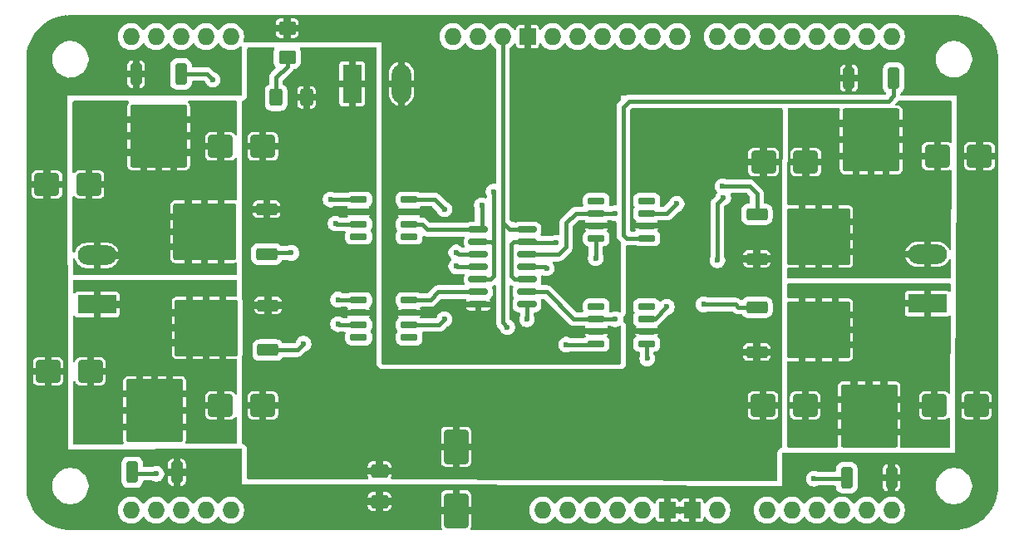
<source format=gtl>
%TF.GenerationSoftware,KiCad,Pcbnew,9.0.4-9.0.4-0~ubuntu24.04.1*%
%TF.CreationDate,2025-09-28T10:50:24-04:00*%
%TF.ProjectId,DualHbridgeDaughterboardDesign,4475616c-4862-4726-9964-676544617567,rev?*%
%TF.SameCoordinates,Original*%
%TF.FileFunction,Copper,L1,Top*%
%TF.FilePolarity,Positive*%
%FSLAX46Y46*%
G04 Gerber Fmt 4.6, Leading zero omitted, Abs format (unit mm)*
G04 Created by KiCad (PCBNEW 9.0.4-9.0.4-0~ubuntu24.04.1) date 2025-09-28 10:50:24*
%MOMM*%
%LPD*%
G01*
G04 APERTURE LIST*
G04 Aperture macros list*
%AMRoundRect*
0 Rectangle with rounded corners*
0 $1 Rounding radius*
0 $2 $3 $4 $5 $6 $7 $8 $9 X,Y pos of 4 corners*
0 Add a 4 corners polygon primitive as box body*
4,1,4,$2,$3,$4,$5,$6,$7,$8,$9,$2,$3,0*
0 Add four circle primitives for the rounded corners*
1,1,$1+$1,$2,$3*
1,1,$1+$1,$4,$5*
1,1,$1+$1,$6,$7*
1,1,$1+$1,$8,$9*
0 Add four rect primitives between the rounded corners*
20,1,$1+$1,$2,$3,$4,$5,0*
20,1,$1+$1,$4,$5,$6,$7,0*
20,1,$1+$1,$6,$7,$8,$9,0*
20,1,$1+$1,$8,$9,$2,$3,0*%
G04 Aperture macros list end*
%TA.AperFunction,SMDPad,CuDef*%
%ADD10RoundRect,0.250000X1.000000X0.900000X-1.000000X0.900000X-1.000000X-0.900000X1.000000X-0.900000X0*%
%TD*%
%TA.AperFunction,SMDPad,CuDef*%
%ADD11RoundRect,0.250000X-1.000000X-0.900000X1.000000X-0.900000X1.000000X0.900000X-1.000000X0.900000X0*%
%TD*%
%TA.AperFunction,SMDPad,CuDef*%
%ADD12RoundRect,0.250001X-0.624999X0.462499X-0.624999X-0.462499X0.624999X-0.462499X0.624999X0.462499X0*%
%TD*%
%TA.AperFunction,ComponentPad*%
%ADD13R,3.960000X1.980000*%
%TD*%
%TA.AperFunction,ComponentPad*%
%ADD14O,3.960000X1.980000*%
%TD*%
%TA.AperFunction,SMDPad,CuDef*%
%ADD15RoundRect,0.250000X0.850000X0.350000X-0.850000X0.350000X-0.850000X-0.350000X0.850000X-0.350000X0*%
%TD*%
%TA.AperFunction,SMDPad,CuDef*%
%ADD16RoundRect,0.250000X1.275000X1.125000X-1.275000X1.125000X-1.275000X-1.125000X1.275000X-1.125000X0*%
%TD*%
%TA.AperFunction,SMDPad,CuDef*%
%ADD17RoundRect,0.249997X2.950003X2.650003X-2.950003X2.650003X-2.950003X-2.650003X2.950003X-2.650003X0*%
%TD*%
%TA.AperFunction,SMDPad,CuDef*%
%ADD18RoundRect,0.250000X0.350000X-0.850000X0.350000X0.850000X-0.350000X0.850000X-0.350000X-0.850000X0*%
%TD*%
%TA.AperFunction,SMDPad,CuDef*%
%ADD19RoundRect,0.250000X1.125000X-1.275000X1.125000X1.275000X-1.125000X1.275000X-1.125000X-1.275000X0*%
%TD*%
%TA.AperFunction,SMDPad,CuDef*%
%ADD20RoundRect,0.249997X2.650003X-2.950003X2.650003X2.950003X-2.650003X2.950003X-2.650003X-2.950003X0*%
%TD*%
%TA.AperFunction,SMDPad,CuDef*%
%ADD21RoundRect,0.150000X-0.725000X-0.150000X0.725000X-0.150000X0.725000X0.150000X-0.725000X0.150000X0*%
%TD*%
%TA.AperFunction,SMDPad,CuDef*%
%ADD22RoundRect,0.250000X0.400000X0.625000X-0.400000X0.625000X-0.400000X-0.625000X0.400000X-0.625000X0*%
%TD*%
%TA.AperFunction,SMDPad,CuDef*%
%ADD23RoundRect,0.150000X0.725000X0.150000X-0.725000X0.150000X-0.725000X-0.150000X0.725000X-0.150000X0*%
%TD*%
%TA.AperFunction,SMDPad,CuDef*%
%ADD24RoundRect,0.250000X-0.850000X-0.350000X0.850000X-0.350000X0.850000X0.350000X-0.850000X0.350000X0*%
%TD*%
%TA.AperFunction,SMDPad,CuDef*%
%ADD25RoundRect,0.250000X-1.275000X-1.125000X1.275000X-1.125000X1.275000X1.125000X-1.275000X1.125000X0*%
%TD*%
%TA.AperFunction,SMDPad,CuDef*%
%ADD26RoundRect,0.249997X-2.950003X-2.650003X2.950003X-2.650003X2.950003X2.650003X-2.950003X2.650003X0*%
%TD*%
%TA.AperFunction,SMDPad,CuDef*%
%ADD27RoundRect,0.150000X-0.825000X-0.150000X0.825000X-0.150000X0.825000X0.150000X-0.825000X0.150000X0*%
%TD*%
%TA.AperFunction,SMDPad,CuDef*%
%ADD28RoundRect,0.250000X-1.000000X1.500000X-1.000000X-1.500000X1.000000X-1.500000X1.000000X1.500000X0*%
%TD*%
%TA.AperFunction,ComponentPad*%
%ADD29R,1.980000X3.960000*%
%TD*%
%TA.AperFunction,ComponentPad*%
%ADD30O,1.980000X3.960000*%
%TD*%
%TA.AperFunction,SMDPad,CuDef*%
%ADD31RoundRect,0.250000X-0.350000X0.850000X-0.350000X-0.850000X0.350000X-0.850000X0.350000X0.850000X0*%
%TD*%
%TA.AperFunction,SMDPad,CuDef*%
%ADD32RoundRect,0.250000X-1.125000X1.275000X-1.125000X-1.275000X1.125000X-1.275000X1.125000X1.275000X0*%
%TD*%
%TA.AperFunction,SMDPad,CuDef*%
%ADD33RoundRect,0.249997X-2.650003X2.950003X-2.650003X-2.950003X2.650003X-2.950003X2.650003X2.950003X0*%
%TD*%
%TA.AperFunction,SMDPad,CuDef*%
%ADD34RoundRect,0.250000X-0.650000X0.412500X-0.650000X-0.412500X0.650000X-0.412500X0.650000X0.412500X0*%
%TD*%
%TA.AperFunction,ComponentPad*%
%ADD35O,1.727200X1.727200*%
%TD*%
%TA.AperFunction,ComponentPad*%
%ADD36R,1.727200X1.727200*%
%TD*%
%TA.AperFunction,ViaPad*%
%ADD37C,0.600000*%
%TD*%
%TA.AperFunction,Conductor*%
%ADD38C,0.381000*%
%TD*%
G04 APERTURE END LIST*
D10*
%TO.P,D4,1,K*%
%TO.N,/POWB*%
X80527500Y-108327500D03*
%TO.P,D4,2,A*%
%TO.N,GND*%
X76227500Y-108327500D03*
%TD*%
D11*
%TO.P,D7,1,K*%
%TO.N,Vdrive*%
X149050000Y-111800000D03*
%TO.P,D7,2,A*%
%TO.N,/POWD*%
X153350000Y-111800000D03*
%TD*%
D10*
%TO.P,D3,1,K*%
%TO.N,Vdrive*%
X98100000Y-111800000D03*
%TO.P,D3,2,A*%
%TO.N,/POWB*%
X93800000Y-111800000D03*
%TD*%
D12*
%TO.P,D9,1,K*%
%TO.N,GND*%
X100577500Y-73335000D03*
%TO.P,D9,2,A*%
%TO.N,Net-(D9-A)*%
X100577500Y-76310000D03*
%TD*%
D13*
%TO.P,J1,1,Pin_1*%
%TO.N,/POWB*%
X81200000Y-101500000D03*
D14*
%TO.P,J1,2,Pin_2*%
%TO.N,/POWA*%
X81200000Y-96500000D03*
%TD*%
D15*
%TO.P,Q2,1,G*%
%TO.N,Net-(Q2-G)*%
X98625000Y-106155000D03*
D16*
%TO.P,Q2,2,D*%
%TO.N,/POWB*%
X94000000Y-105400000D03*
X94000000Y-102350000D03*
D17*
X92325000Y-103875000D03*
D16*
X90650000Y-105400000D03*
X90650000Y-102350000D03*
D15*
%TO.P,Q2,3,S*%
%TO.N,Vdrive*%
X98625000Y-101595000D03*
%TD*%
D18*
%TO.P,Q8,1,G*%
%TO.N,Net-(Q8-G)*%
X157570000Y-119150000D03*
D19*
%TO.P,Q8,2,D*%
%TO.N,/POWD*%
X158325000Y-114525000D03*
X161375000Y-114525000D03*
D20*
X159850000Y-112850000D03*
D19*
X158325000Y-111175000D03*
X161375000Y-111175000D03*
D18*
%TO.P,Q8,3,S*%
%TO.N,GND*%
X162130000Y-119150000D03*
%TD*%
D15*
%TO.P,Q1,1,G*%
%TO.N,Net-(Q1-G)*%
X98482500Y-96355000D03*
D16*
%TO.P,Q1,2,D*%
%TO.N,/POWA*%
X93857500Y-95600000D03*
X93857500Y-92550000D03*
D17*
X92182500Y-94075000D03*
D16*
X90507500Y-95600000D03*
X90507500Y-92550000D03*
D15*
%TO.P,Q1,3,S*%
%TO.N,Vdrive*%
X98482500Y-91795000D03*
%TD*%
D21*
%TO.P,U5,1,NC*%
%TO.N,unconnected-(U5-NC-Pad1)*%
X132050000Y-90940000D03*
%TO.P,U5,2,IN_A*%
%TO.N,INB0*%
X132050000Y-92210000D03*
%TO.P,U5,3,GND*%
%TO.N,GND*%
X132050000Y-93480000D03*
%TO.P,U5,4,IN_B*%
%TO.N,Net-(U5-IN_B)*%
X132050000Y-94750000D03*
%TO.P,U5,5,OUT_B*%
%TO.N,Net-(Q6-G)*%
X137200000Y-94750000D03*
%TO.P,U5,6,V+*%
%TO.N,Vdrive*%
X137200000Y-93480000D03*
%TO.P,U5,7,OUT_A*%
%TO.N,Net-(Q5-G)*%
X137200000Y-92210000D03*
%TO.P,U5,8,NC*%
%TO.N,unconnected-(U5-NC-Pad8)*%
X137200000Y-90940000D03*
%TD*%
D22*
%TO.P,R1,1*%
%TO.N,Vdrive*%
X102550000Y-80400000D03*
%TO.P,R1,2*%
%TO.N,Net-(D9-A)*%
X99450000Y-80400000D03*
%TD*%
D23*
%TO.P,U1,1,NC*%
%TO.N,unconnected-(U1-NC-Pad1)*%
X113000000Y-94600000D03*
%TO.P,U1,2,IN_A*%
%TO.N,INA0*%
X113000000Y-93330000D03*
%TO.P,U1,3,GND*%
%TO.N,GND*%
X113000000Y-92060000D03*
%TO.P,U1,4,IN_B*%
%TO.N,Net-(U1-IN_B)*%
X113000000Y-90790000D03*
%TO.P,U1,5,OUT_B*%
%TO.N,Net-(Q3-G)*%
X107850000Y-90790000D03*
%TO.P,U1,6,V+*%
%TO.N,Vdrive*%
X107850000Y-92060000D03*
%TO.P,U1,7,OUT_A*%
%TO.N,Net-(Q1-G)*%
X107850000Y-93330000D03*
%TO.P,U1,8,NC*%
%TO.N,unconnected-(U1-NC-Pad8)*%
X107850000Y-94600000D03*
%TD*%
D24*
%TO.P,Q7,1,G*%
%TO.N,Net-(Q7-G)*%
X148425000Y-101795000D03*
D25*
%TO.P,Q7,2,D*%
%TO.N,/POWD*%
X153050000Y-102550000D03*
X153050000Y-105600000D03*
D26*
X154725000Y-104075000D03*
D25*
X156400000Y-102550000D03*
X156400000Y-105600000D03*
D24*
%TO.P,Q7,3,S*%
%TO.N,Vdrive*%
X148425000Y-106355000D03*
%TD*%
D11*
%TO.P,D6,1,K*%
%TO.N,/POWC*%
X166800000Y-86400000D03*
%TO.P,D6,2,A*%
%TO.N,GND*%
X171100000Y-86400000D03*
%TD*%
D10*
%TO.P,D1,1,K*%
%TO.N,Vdrive*%
X98100000Y-85400000D03*
%TO.P,D1,2,A*%
%TO.N,/POWA*%
X93800000Y-85400000D03*
%TD*%
D27*
%TO.P,U3,1*%
%TO.N,INA0*%
X120050000Y-93880000D03*
%TO.P,U3,2*%
%TO.N,ENA*%
X120050000Y-95150000D03*
%TO.P,U3,3*%
%TO.N,Net-(U1-IN_B)*%
X120050000Y-96420000D03*
%TO.P,U3,4*%
%TO.N,INA1*%
X120050000Y-97690000D03*
%TO.P,U3,5*%
%TO.N,ENA*%
X120050000Y-98960000D03*
%TO.P,U3,6*%
%TO.N,Net-(U2-IN_B)*%
X120050000Y-100230000D03*
%TO.P,U3,7,GND*%
%TO.N,GND*%
X120050000Y-101500000D03*
%TO.P,U3,8*%
%TO.N,Net-(U6-IN_B)*%
X125000000Y-101500000D03*
%TO.P,U3,9*%
%TO.N,INB1*%
X125000000Y-100230000D03*
%TO.P,U3,10*%
%TO.N,ENB*%
X125000000Y-98960000D03*
%TO.P,U3,11*%
%TO.N,Net-(U5-IN_B)*%
X125000000Y-97690000D03*
%TO.P,U3,12*%
%TO.N,INB0*%
X125000000Y-96420000D03*
%TO.P,U3,13*%
%TO.N,ENB*%
X125000000Y-95150000D03*
%TO.P,U3,14,VCC*%
%TO.N,+3V3*%
X125000000Y-93880000D03*
%TD*%
D10*
%TO.P,D2,1,K*%
%TO.N,/POWA*%
X80400000Y-89272500D03*
%TO.P,D2,2,A*%
%TO.N,GND*%
X76100000Y-89272500D03*
%TD*%
D13*
%TO.P,J2,1,Pin_1*%
%TO.N,/POWD*%
X165800000Y-101400000D03*
D14*
%TO.P,J2,2,Pin_2*%
%TO.N,/POWC*%
X165800000Y-96400000D03*
%TD*%
D18*
%TO.P,Q4,1,G*%
%TO.N,Net-(Q4-G)*%
X84795000Y-118600000D03*
D19*
%TO.P,Q4,2,D*%
%TO.N,/POWB*%
X85550000Y-113975000D03*
X88600000Y-113975000D03*
D20*
X87075000Y-112300000D03*
D19*
X85550000Y-110625000D03*
X88600000Y-110625000D03*
D18*
%TO.P,Q4,3,S*%
%TO.N,GND*%
X89355000Y-118600000D03*
%TD*%
D28*
%TO.P,C1,1*%
%TO.N,Vdrive*%
X117800000Y-116000000D03*
%TO.P,C1,2*%
%TO.N,GND*%
X117800000Y-122500000D03*
%TD*%
D11*
%TO.P,D5,1,K*%
%TO.N,Vdrive*%
X149100000Y-87000000D03*
%TO.P,D5,2,A*%
%TO.N,/POWC*%
X153400000Y-87000000D03*
%TD*%
D29*
%TO.P,J4,1,Pin_1*%
%TO.N,Vdrive*%
X107200000Y-79000000D03*
D30*
%TO.P,J4,2,Pin_2*%
%TO.N,GND*%
X112200000Y-79000000D03*
%TD*%
D31*
%TO.P,Q6,1,G*%
%TO.N,Net-(Q6-G)*%
X162355000Y-78425000D03*
D32*
%TO.P,Q6,2,D*%
%TO.N,/POWC*%
X161600000Y-83050000D03*
X158550000Y-83050000D03*
D33*
X160075000Y-84725000D03*
D32*
X161600000Y-86400000D03*
X158550000Y-86400000D03*
D31*
%TO.P,Q6,3,S*%
%TO.N,GND*%
X157795000Y-78425000D03*
%TD*%
%TO.P,Q3,1,G*%
%TO.N,Net-(Q3-G)*%
X89755000Y-78025000D03*
D32*
%TO.P,Q3,2,D*%
%TO.N,/POWA*%
X89000000Y-82650000D03*
X85950000Y-82650000D03*
D33*
X87475000Y-84325000D03*
D32*
X89000000Y-86000000D03*
X85950000Y-86000000D03*
D31*
%TO.P,Q3,3,S*%
%TO.N,GND*%
X85195000Y-78025000D03*
%TD*%
D23*
%TO.P,U2,1,NC*%
%TO.N,unconnected-(U2-NC-Pad1)*%
X113000000Y-104870000D03*
%TO.P,U2,2,IN_A*%
%TO.N,INA1*%
X113000000Y-103600000D03*
%TO.P,U2,3,GND*%
%TO.N,GND*%
X113000000Y-102330000D03*
%TO.P,U2,4,IN_B*%
%TO.N,Net-(U2-IN_B)*%
X113000000Y-101060000D03*
%TO.P,U2,5,OUT_B*%
%TO.N,Net-(Q4-G)*%
X107850000Y-101060000D03*
%TO.P,U2,6,V+*%
%TO.N,Vdrive*%
X107850000Y-102330000D03*
%TO.P,U2,7,OUT_A*%
%TO.N,Net-(Q2-G)*%
X107850000Y-103600000D03*
%TO.P,U2,8,NC*%
%TO.N,unconnected-(U2-NC-Pad8)*%
X107850000Y-104870000D03*
%TD*%
D34*
%TO.P,C2,1*%
%TO.N,Vdrive*%
X109982000Y-118452500D03*
%TO.P,C2,2*%
%TO.N,GND*%
X109982000Y-121577500D03*
%TD*%
D11*
%TO.P,D8,1,K*%
%TO.N,/POWD*%
X166500000Y-111800000D03*
%TO.P,D8,2,A*%
%TO.N,GND*%
X170800000Y-111800000D03*
%TD*%
D21*
%TO.P,U6,1,NC*%
%TO.N,unconnected-(U6-NC-Pad1)*%
X132050000Y-101690000D03*
%TO.P,U6,2,IN_A*%
%TO.N,INB1*%
X132050000Y-102960000D03*
%TO.P,U6,3,GND*%
%TO.N,GND*%
X132050000Y-104230000D03*
%TO.P,U6,4,IN_B*%
%TO.N,Net-(U6-IN_B)*%
X132050000Y-105500000D03*
%TO.P,U6,5,OUT_B*%
%TO.N,Net-(Q8-G)*%
X137200000Y-105500000D03*
%TO.P,U6,6,V+*%
%TO.N,Vdrive*%
X137200000Y-104230000D03*
%TO.P,U6,7,OUT_A*%
%TO.N,Net-(Q7-G)*%
X137200000Y-102960000D03*
%TO.P,U6,8,NC*%
%TO.N,unconnected-(U6-NC-Pad8)*%
X137200000Y-101690000D03*
%TD*%
D24*
%TO.P,Q5,1,G*%
%TO.N,Net-(Q5-G)*%
X148425000Y-92295000D03*
D25*
%TO.P,Q5,2,D*%
%TO.N,/POWC*%
X153050000Y-93050000D03*
X153050000Y-96100000D03*
D26*
X154725000Y-94575000D03*
D25*
X156400000Y-93050000D03*
X156400000Y-96100000D03*
D24*
%TO.P,Q5,3,S*%
%TO.N,Vdrive*%
X148425000Y-96855000D03*
%TD*%
D35*
%TO.P,J3,0,GP0*%
%TO.N,unconnected-(J3-GP0-Pad0)*%
X84680000Y-122460000D03*
%TO.P,J3,1,GP1*%
%TO.N,unconnected-(J3-GP1-Pad1)*%
X162150000Y-122460000D03*
%TO.P,J3,2,GP2*%
%TO.N,ENB*%
X157070000Y-74200000D03*
%TO.P,J3,3,GP3*%
%TO.N,INB0*%
X154530000Y-74200000D03*
%TO.P,J3,4,GP4*%
%TO.N,INB1*%
X151990000Y-74200000D03*
%TO.P,J3,5,GP5*%
%TO.N,ENA*%
X149450000Y-74200000D03*
%TO.P,J3,6,GP6*%
%TO.N,INA0*%
X146910000Y-74200000D03*
%TO.P,J3,7,GP7*%
%TO.N,INA1*%
X144370000Y-74200000D03*
%TO.P,J3,8,GP8*%
%TO.N,unconnected-(J3-GP8-Pad8)*%
X140306000Y-74200000D03*
%TO.P,J3,9,GP9*%
%TO.N,unconnected-(J3-GP9-Pad9)*%
X137766000Y-74200000D03*
%TO.P,J3,10,GP10*%
%TO.N,unconnected-(J3-GP10-Pad10)*%
X135226000Y-74200000D03*
%TO.P,J3,11,GP11*%
%TO.N,unconnected-(J3-GP11-Pad11)*%
X132686000Y-74200000D03*
%TO.P,J3,12,GP12*%
%TO.N,unconnected-(J3-GP12-Pad12)*%
X130146000Y-74200000D03*
%TO.P,J3,13,GP13*%
%TO.N,unconnected-(J3-GP13-Pad13)*%
X127606000Y-74200000D03*
%TO.P,J3,14,GP14*%
%TO.N,unconnected-(J3-GP14-Pad14)*%
X149450000Y-122460000D03*
%TO.P,J3,15,GP15*%
%TO.N,unconnected-(J3-GP15-Pad15)*%
X151990000Y-122460000D03*
%TO.P,J3,16,GP16*%
%TO.N,unconnected-(J3-GP16-Pad16)*%
X154530000Y-122460000D03*
%TO.P,J3,17,GP17*%
%TO.N,unconnected-(J3-GP17-Pad17)*%
X157070000Y-122460000D03*
%TO.P,J3,18,GP18*%
%TO.N,unconnected-(J3-GP18-Pad18)*%
X159610000Y-122460000D03*
%TO.P,J3,21,GP21*%
%TO.N,unconnected-(J3-GP21-Pad21)*%
X92300000Y-74200000D03*
%TO.P,J3,22,VIN*%
%TO.N,unconnected-(J3-VIN-Pad22)*%
X144370000Y-122460000D03*
D36*
%TO.P,J3,23,GND*%
%TO.N,GND*%
X141830000Y-122460000D03*
%TO.P,J3,24,GND*%
X139290000Y-122460000D03*
D35*
%TO.P,J3,25,+5V*%
%TO.N,unconnected-(J3-+5V-Pad25)*%
X136750000Y-122460000D03*
%TO.P,J3,26,+3V3*%
%TO.N,+3V3*%
X134210000Y-122460000D03*
%TO.P,J3,27,~{RST}*%
%TO.N,unconnected-(J3-~{RST}-Pad27)*%
X131670000Y-122460000D03*
%TO.P,J3,28,IOREF*%
%TO.N,unconnected-(J3-IOREF-Pad28)*%
X129130000Y-122460000D03*
%TO.P,J3,29,NC*%
%TO.N,unconnected-(J3-NC-Pad29)*%
X126590000Y-122460000D03*
D36*
%TO.P,J3,30,GND*%
%TO.N,GND*%
X125066000Y-74200000D03*
D35*
%TO.P,J3,32,+3V3*%
%TO.N,+3V3*%
X122526000Y-74200000D03*
%TO.P,J3,35,GP35*%
%TO.N,unconnected-(J3-GP35-Pad35)*%
X94840000Y-122460000D03*
%TO.P,J3,36,GP36*%
%TO.N,unconnected-(J3-GP36-Pad36)*%
X92300000Y-122460000D03*
%TO.P,J3,37,GP37*%
%TO.N,unconnected-(J3-GP37-Pad37)*%
X89760000Y-122460000D03*
%TO.P,J3,38,GP38*%
%TO.N,unconnected-(J3-GP38-Pad38)*%
X87220000Y-122460000D03*
%TO.P,J3,39,GP39*%
%TO.N,unconnected-(J3-GP39-Pad39)*%
X87220000Y-74200000D03*
%TO.P,J3,40,TX_GP40*%
%TO.N,unconnected-(J3-TX_GP40-Pad40)*%
X162150000Y-74200000D03*
%TO.P,J3,41,RX_GP41*%
%TO.N,unconnected-(J3-RX_GP41-Pad41)*%
X159610000Y-74200000D03*
%TO.P,J3,42,GP42*%
%TO.N,unconnected-(J3-GP42-Pad42)*%
X84680000Y-74200000D03*
%TO.P,J3,45,GP45*%
%TO.N,unconnected-(J3-GP45-Pad45)*%
X89760000Y-74200000D03*
%TO.P,J3,46,GP46*%
%TO.N,unconnected-(J3-GP46-Pad46)*%
X94840000Y-74200000D03*
%TO.P,J3,47,SDA_GP47*%
%TO.N,unconnected-(J3-SDA_GP47-Pad47)*%
X119986000Y-74200000D03*
%TO.P,J3,48,SCL_GP48*%
%TO.N,unconnected-(J3-SCL_GP48-Pad48)*%
X117446000Y-74200000D03*
%TD*%
D37*
%TO.N,GND*%
X133000000Y-99500000D03*
X130000000Y-77600000D03*
X111400000Y-81600000D03*
X77200000Y-82400000D03*
X117500000Y-80000000D03*
X120904000Y-120650000D03*
X113800000Y-81600000D03*
X155600000Y-117800000D03*
X172500000Y-95000000D03*
X108600000Y-72600000D03*
X170000000Y-90000000D03*
X126500000Y-91500000D03*
X97500000Y-72500000D03*
X172500000Y-100000000D03*
X77400000Y-97600000D03*
X172400000Y-108600000D03*
X142500000Y-77500000D03*
X77000000Y-92600000D03*
X103200000Y-72600000D03*
X121000000Y-105500000D03*
X112500000Y-99500000D03*
X172500000Y-117500000D03*
X172500000Y-90000000D03*
X110000000Y-123500000D03*
X116000000Y-105500000D03*
X75000000Y-102500000D03*
X77400000Y-100000000D03*
X100000000Y-121000000D03*
X95000000Y-120000000D03*
X164200000Y-79400000D03*
X172500000Y-97500000D03*
X170000000Y-100000000D03*
X123698000Y-122428000D03*
X129500000Y-99500000D03*
X128500000Y-91500000D03*
X125000000Y-82400000D03*
X102500000Y-121000000D03*
X132500000Y-77500000D03*
X170000000Y-108600000D03*
X121000000Y-122400000D03*
X130000000Y-82600000D03*
X97500000Y-122500000D03*
X170000000Y-115000000D03*
X111200000Y-72600000D03*
X92500000Y-120000000D03*
X75000000Y-95000000D03*
X172500000Y-115000000D03*
X117500000Y-82500000D03*
X77200000Y-80800000D03*
X120000000Y-80000000D03*
X97500000Y-121000000D03*
X132500000Y-82500000D03*
X170000000Y-97500000D03*
X135000000Y-77600000D03*
X83000000Y-76400000D03*
X120000000Y-82500000D03*
X123698000Y-120650000D03*
X107000000Y-121000000D03*
X115000000Y-99500000D03*
X112500000Y-97000000D03*
X172500000Y-92500000D03*
X165000000Y-72500000D03*
X170000000Y-92500000D03*
X120000000Y-77500000D03*
X82500000Y-122500000D03*
X102500000Y-122500000D03*
X113800000Y-88800000D03*
X114808000Y-122500000D03*
X146400000Y-121000000D03*
X75000000Y-115000000D03*
X77000000Y-85000000D03*
X115000000Y-97000000D03*
X121000000Y-103500000D03*
X75000000Y-80200000D03*
X172500000Y-82500000D03*
X105000000Y-121000000D03*
X170000000Y-80800000D03*
X82500000Y-72500000D03*
X124500000Y-91500000D03*
X172400000Y-106200000D03*
X77400000Y-95000000D03*
X125000000Y-80000000D03*
X82500000Y-117500000D03*
X113800000Y-86200000D03*
X127400000Y-85000000D03*
X75000000Y-85000000D03*
X118500000Y-103500000D03*
X117500000Y-87500000D03*
X164200000Y-117500000D03*
X147200000Y-123400000D03*
X132600000Y-80200000D03*
X117500000Y-77500000D03*
X93600000Y-76000000D03*
X172500000Y-79200000D03*
X118500000Y-105500000D03*
X127500000Y-77500000D03*
X75000000Y-112500000D03*
X164200000Y-123200000D03*
X75000000Y-92500000D03*
X77000000Y-115000000D03*
X160600000Y-76000000D03*
X164200000Y-120000000D03*
X128000000Y-103000000D03*
X131500000Y-99500000D03*
X117500000Y-85000000D03*
X83000000Y-79200000D03*
X112268000Y-120904000D03*
X114808000Y-120904000D03*
X100000000Y-122500000D03*
X170000000Y-102500000D03*
X125000000Y-85000000D03*
X170000000Y-95000000D03*
X127500000Y-82500000D03*
X132500000Y-85000000D03*
X140000000Y-77600000D03*
X91600000Y-117200000D03*
X130000000Y-85000000D03*
X111400000Y-83600000D03*
X75000000Y-82500000D03*
X170000000Y-82500000D03*
X120000000Y-85000000D03*
X113800000Y-72600000D03*
X111400000Y-88800000D03*
X112268000Y-122428000D03*
X127400000Y-80000000D03*
X153000000Y-117600000D03*
X106200000Y-72600000D03*
X113800000Y-83600000D03*
X95000000Y-117500000D03*
X137500000Y-77500000D03*
X133500000Y-97000000D03*
X105000000Y-122500000D03*
X172500000Y-102500000D03*
X170000000Y-106200000D03*
X130000000Y-80000000D03*
X77000000Y-112600000D03*
X75000000Y-78800000D03*
X75000000Y-100000000D03*
X111400000Y-86200000D03*
X75000000Y-97500000D03*
X107000000Y-122500000D03*
X77250000Y-103500000D03*
X163800000Y-76000000D03*
X113800000Y-74600000D03*
%TO.N,INA0*%
X120400000Y-91400000D03*
%TO.N,INB1*%
X144400000Y-97000000D03*
X145000000Y-90600000D03*
X134000000Y-103000000D03*
%TO.N,ENB*%
X128000000Y-95200000D03*
%TO.N,INA1*%
X117800000Y-97600000D03*
X116600000Y-103000000D03*
%TO.N,ENA*%
X121600000Y-90000000D03*
%TO.N,+3V3*%
X123000000Y-103800000D03*
%TO.N,INB0*%
X134000000Y-92200000D03*
%TO.N,Net-(Q1-G)*%
X105500000Y-93250000D03*
X101000000Y-96250000D03*
%TO.N,Net-(Q2-G)*%
X102250000Y-105500000D03*
X105750000Y-103500000D03*
%TO.N,Net-(Q3-G)*%
X93000000Y-78600000D03*
X105000000Y-90800000D03*
%TO.N,Net-(Q4-G)*%
X105750000Y-101000000D03*
X87250000Y-118750000D03*
%TO.N,Net-(Q5-G)*%
X144938258Y-89438258D03*
X140250000Y-91250000D03*
%TO.N,Net-(Q7-G)*%
X143000000Y-101500000D03*
X139250000Y-101750000D03*
%TO.N,Net-(Q8-G)*%
X137250000Y-107000000D03*
X154250000Y-119250000D03*
%TO.N,Net-(U1-IN_B)*%
X117800000Y-96200000D03*
X116600000Y-91800000D03*
%TO.N,Net-(U5-IN_B)*%
X132000000Y-96800000D03*
X127000000Y-97800000D03*
%TO.N,Net-(U6-IN_B)*%
X129000000Y-105600000D03*
X125000000Y-103000000D03*
%TD*%
D38*
%TO.N,INA0*%
X114880000Y-93880000D02*
X114330000Y-93330000D01*
X120400000Y-93530000D02*
X120050000Y-93880000D01*
X120400000Y-91400000D02*
X120400000Y-93530000D01*
X114330000Y-93330000D02*
X113000000Y-93330000D01*
X120050000Y-93880000D02*
X114880000Y-93880000D01*
%TO.N,INB1*%
X144400000Y-91200000D02*
X144400000Y-97000000D01*
X132090000Y-103000000D02*
X132050000Y-102960000D01*
X132050000Y-102960000D02*
X129760000Y-102960000D01*
X134000000Y-103000000D02*
X132090000Y-103000000D01*
X127030000Y-100230000D02*
X125000000Y-100230000D01*
X129760000Y-102960000D02*
X127030000Y-100230000D01*
X145000000Y-90600000D02*
X144400000Y-91200000D01*
%TO.N,ENB*%
X123650000Y-95150000D02*
X123400000Y-95400000D01*
X123400000Y-95400000D02*
X123400000Y-98600000D01*
X125000000Y-95150000D02*
X123650000Y-95150000D01*
X125050000Y-95200000D02*
X125000000Y-95150000D01*
X123400000Y-98600000D02*
X123760000Y-98960000D01*
X123760000Y-98960000D02*
X125000000Y-98960000D01*
X128000000Y-95200000D02*
X125050000Y-95200000D01*
%TO.N,INA1*%
X116000000Y-103600000D02*
X113000000Y-103600000D01*
X120050000Y-97690000D02*
X117890000Y-97690000D01*
X116600000Y-103000000D02*
X116000000Y-103600000D01*
X117890000Y-97690000D02*
X117800000Y-97600000D01*
%TO.N,ENA*%
X121600000Y-98600000D02*
X121240000Y-98960000D01*
X120050000Y-95150000D02*
X121350000Y-95150000D01*
X121600000Y-90000000D02*
X121600000Y-95400000D01*
X121240000Y-98960000D02*
X120050000Y-98960000D01*
X121600000Y-95400000D02*
X121600000Y-98600000D01*
X121350000Y-95150000D02*
X121600000Y-95400000D01*
%TO.N,+3V3*%
X123600000Y-93800000D02*
X123680000Y-93880000D01*
X122526000Y-93126000D02*
X122526000Y-103326000D01*
X123680000Y-93880000D02*
X125000000Y-93880000D01*
X123200000Y-93800000D02*
X123600000Y-93800000D01*
X122526000Y-93126000D02*
X123200000Y-93800000D01*
X122526000Y-74200000D02*
X122526000Y-93126000D01*
X122526000Y-103326000D02*
X123000000Y-103800000D01*
%TO.N,INB0*%
X129990000Y-92210000D02*
X132050000Y-92210000D01*
X129000000Y-93200000D02*
X129990000Y-92210000D01*
X125000000Y-96420000D02*
X128180000Y-96420000D01*
X128180000Y-96420000D02*
X129000000Y-95600000D01*
X129000000Y-95600000D02*
X129000000Y-93200000D01*
X132060000Y-92200000D02*
X132050000Y-92210000D01*
X134000000Y-92200000D02*
X132060000Y-92200000D01*
%TO.N,Net-(Q1-G)*%
X101000000Y-96250000D02*
X98587500Y-96250000D01*
X98587500Y-96250000D02*
X98482500Y-96355000D01*
X107850000Y-93330000D02*
X105580000Y-93330000D01*
X105580000Y-93330000D02*
X105500000Y-93250000D01*
%TO.N,Net-(Q2-G)*%
X101595000Y-106155000D02*
X98625000Y-106155000D01*
X102250000Y-105500000D02*
X101595000Y-106155000D01*
X105850000Y-103600000D02*
X105750000Y-103500000D01*
X107850000Y-103600000D02*
X105850000Y-103600000D01*
%TO.N,Net-(Q3-G)*%
X92425000Y-78025000D02*
X93000000Y-78600000D01*
X89755000Y-78025000D02*
X92425000Y-78025000D01*
X105000000Y-90800000D02*
X107840000Y-90800000D01*
X107840000Y-90800000D02*
X107850000Y-90790000D01*
%TO.N,Net-(Q4-G)*%
X87250000Y-118750000D02*
X84945000Y-118750000D01*
X107850000Y-101060000D02*
X105810000Y-101060000D01*
X105810000Y-101060000D02*
X105750000Y-101000000D01*
X84945000Y-118750000D02*
X84795000Y-118600000D01*
%TO.N,Net-(Q5-G)*%
X138750000Y-92250000D02*
X138710000Y-92210000D01*
X148425000Y-90175000D02*
X147688258Y-89438258D01*
X147688258Y-89438258D02*
X144938258Y-89438258D01*
X138710000Y-92210000D02*
X137200000Y-92210000D01*
X140250000Y-91250000D02*
X139250000Y-92250000D01*
X148425000Y-92295000D02*
X148425000Y-90175000D01*
X139250000Y-92250000D02*
X138750000Y-92250000D01*
%TO.N,Net-(Q6-G)*%
X135150000Y-94750000D02*
X134800000Y-94400000D01*
X134800000Y-81400000D02*
X135400000Y-80800000D01*
X161800000Y-80800000D02*
X162355000Y-80245000D01*
X134800000Y-94400000D02*
X134800000Y-81400000D01*
X135400000Y-80800000D02*
X161800000Y-80800000D01*
X137200000Y-94750000D02*
X135150000Y-94750000D01*
X162355000Y-80245000D02*
X162355000Y-78425000D01*
%TO.N,Net-(Q7-G)*%
X143000000Y-101500000D02*
X146250000Y-101500000D01*
X137200000Y-102960000D02*
X138040000Y-102960000D01*
X138040000Y-102960000D02*
X139250000Y-101750000D01*
X146545000Y-101795000D02*
X148425000Y-101795000D01*
X146250000Y-101500000D02*
X146545000Y-101795000D01*
%TO.N,Net-(Q8-G)*%
X137200000Y-105500000D02*
X137200000Y-106950000D01*
X154250000Y-119250000D02*
X157470000Y-119250000D01*
X137200000Y-106950000D02*
X137250000Y-107000000D01*
X157470000Y-119250000D02*
X157570000Y-119150000D01*
%TO.N,Net-(U1-IN_B)*%
X118020000Y-96420000D02*
X117800000Y-96200000D01*
X120050000Y-96420000D02*
X118020000Y-96420000D01*
X115590000Y-90790000D02*
X113000000Y-90790000D01*
X116600000Y-91800000D02*
X115590000Y-90790000D01*
%TO.N,Net-(U2-IN_B)*%
X115970000Y-100230000D02*
X115140000Y-101060000D01*
X120050000Y-100230000D02*
X115970000Y-100230000D01*
X115140000Y-101060000D02*
X113000000Y-101060000D01*
%TO.N,Net-(U5-IN_B)*%
X126890000Y-97690000D02*
X127000000Y-97800000D01*
X132000000Y-96800000D02*
X132000000Y-94800000D01*
X132000000Y-94800000D02*
X132050000Y-94750000D01*
X125000000Y-97690000D02*
X126890000Y-97690000D01*
%TO.N,Net-(U6-IN_B)*%
X131950000Y-105600000D02*
X132050000Y-105500000D01*
X125000000Y-101500000D02*
X125000000Y-103000000D01*
X129000000Y-105600000D02*
X131950000Y-105600000D01*
%TO.N,Net-(D9-A)*%
X100577500Y-77222500D02*
X99450000Y-78350000D01*
X99450000Y-78350000D02*
X99450000Y-80400000D01*
X100577500Y-76310000D02*
X100577500Y-77222500D01*
%TD*%
%TA.AperFunction,Conductor*%
%TO.N,GND*%
G36*
X140603332Y-122062779D02*
G01*
X140647680Y-122091280D01*
X140666400Y-122110000D01*
X141461578Y-122110000D01*
X141423498Y-122148080D01*
X141356619Y-122263919D01*
X141322000Y-122393120D01*
X141322000Y-122526880D01*
X141356619Y-122656081D01*
X141423498Y-122771920D01*
X141461578Y-122810000D01*
X140666400Y-122810000D01*
X140647680Y-122828720D01*
X140586357Y-122862204D01*
X140516665Y-122857219D01*
X140472319Y-122828719D01*
X140453600Y-122810000D01*
X139658422Y-122810000D01*
X139696502Y-122771920D01*
X139763381Y-122656081D01*
X139798000Y-122526880D01*
X139798000Y-122393120D01*
X139763381Y-122263919D01*
X139696502Y-122148080D01*
X139658422Y-122110000D01*
X140453598Y-122110000D01*
X140472317Y-122091281D01*
X140533640Y-122057795D01*
X140603332Y-122062779D01*
G37*
%TD.AperFunction*%
%TA.AperFunction,Conductor*%
G36*
X168502702Y-72000617D02*
G01*
X168886771Y-72017386D01*
X168897506Y-72018326D01*
X169275971Y-72068152D01*
X169286597Y-72070025D01*
X169659284Y-72152648D01*
X169669710Y-72155442D01*
X170033765Y-72270227D01*
X170043911Y-72273920D01*
X170396578Y-72420000D01*
X170406369Y-72424566D01*
X170744154Y-72600406D01*
X170744942Y-72600816D01*
X170754310Y-72606224D01*
X171076244Y-72811318D01*
X171085105Y-72817523D01*
X171387930Y-73049889D01*
X171396217Y-73056843D01*
X171677635Y-73314715D01*
X171685284Y-73322364D01*
X171943156Y-73603782D01*
X171950110Y-73612069D01*
X172182476Y-73914894D01*
X172188681Y-73923755D01*
X172393775Y-74245689D01*
X172399183Y-74255057D01*
X172575430Y-74593623D01*
X172580002Y-74603427D01*
X172726075Y-74956078D01*
X172729775Y-74966244D01*
X172844554Y-75330278D01*
X172847354Y-75340727D01*
X172929971Y-75713389D01*
X172931849Y-75724042D01*
X172981671Y-76102473D01*
X172982614Y-76113249D01*
X172999382Y-76497297D01*
X172999500Y-76502706D01*
X172999500Y-119997293D01*
X172999382Y-120002702D01*
X172982614Y-120386750D01*
X172981671Y-120397526D01*
X172931849Y-120775957D01*
X172929971Y-120786610D01*
X172847354Y-121159272D01*
X172844554Y-121169721D01*
X172729775Y-121533755D01*
X172726075Y-121543921D01*
X172580002Y-121896572D01*
X172575430Y-121906376D01*
X172399183Y-122244942D01*
X172393775Y-122254310D01*
X172188681Y-122576244D01*
X172182476Y-122585105D01*
X171950110Y-122887930D01*
X171943156Y-122896217D01*
X171685284Y-123177635D01*
X171677635Y-123185284D01*
X171396217Y-123443156D01*
X171387930Y-123450110D01*
X171085105Y-123682476D01*
X171076244Y-123688681D01*
X170754310Y-123893775D01*
X170744942Y-123899183D01*
X170406376Y-124075430D01*
X170396572Y-124080002D01*
X170043921Y-124226075D01*
X170033755Y-124229775D01*
X169669721Y-124344554D01*
X169659272Y-124347354D01*
X169286610Y-124429971D01*
X169275957Y-124431849D01*
X168897526Y-124481671D01*
X168886750Y-124482614D01*
X168502703Y-124499382D01*
X168497294Y-124499500D01*
X119361128Y-124499500D01*
X119294089Y-124479815D01*
X119248334Y-124427011D01*
X119238390Y-124357853D01*
X119262324Y-124300574D01*
X119283920Y-124272095D01*
X119339386Y-124131443D01*
X119350000Y-124043053D01*
X119350000Y-122850000D01*
X116250000Y-122850000D01*
X116250000Y-124043053D01*
X116260613Y-124131443D01*
X116316079Y-124272095D01*
X116337676Y-124300574D01*
X116362499Y-124365886D01*
X116348071Y-124434250D01*
X116298974Y-124483961D01*
X116238872Y-124499500D01*
X78502706Y-124499500D01*
X78497297Y-124499382D01*
X78113249Y-124482614D01*
X78102473Y-124481671D01*
X77724042Y-124431849D01*
X77713389Y-124429971D01*
X77340727Y-124347354D01*
X77330278Y-124344554D01*
X76966244Y-124229775D01*
X76956078Y-124226075D01*
X76603427Y-124080002D01*
X76593623Y-124075430D01*
X76255057Y-123899183D01*
X76245689Y-123893775D01*
X75923755Y-123688681D01*
X75914894Y-123682476D01*
X75612069Y-123450110D01*
X75603782Y-123443156D01*
X75322364Y-123185284D01*
X75314715Y-123177635D01*
X75056843Y-122896217D01*
X75049889Y-122887930D01*
X74817523Y-122585105D01*
X74811318Y-122576244D01*
X74708210Y-122414396D01*
X74668869Y-122352643D01*
X83315900Y-122352643D01*
X83315900Y-122567356D01*
X83349489Y-122779428D01*
X83415837Y-122983630D01*
X83415838Y-122983633D01*
X83499652Y-123148125D01*
X83513317Y-123174944D01*
X83639523Y-123348651D01*
X83791349Y-123500477D01*
X83965056Y-123626683D01*
X84058888Y-123674492D01*
X84156366Y-123724161D01*
X84156369Y-123724162D01*
X84258470Y-123757336D01*
X84360573Y-123790511D01*
X84572643Y-123824100D01*
X84572644Y-123824100D01*
X84787356Y-123824100D01*
X84787357Y-123824100D01*
X84999427Y-123790511D01*
X85203633Y-123724161D01*
X85394944Y-123626683D01*
X85568651Y-123500477D01*
X85720477Y-123348651D01*
X85846683Y-123174944D01*
X85846683Y-123174943D01*
X85849547Y-123171002D01*
X85851478Y-123172405D01*
X85895927Y-123132078D01*
X85964840Y-123120558D01*
X86029042Y-123148125D01*
X86049478Y-123171709D01*
X86050453Y-123171002D01*
X86053316Y-123174943D01*
X86053317Y-123174944D01*
X86179523Y-123348651D01*
X86331349Y-123500477D01*
X86505056Y-123626683D01*
X86598888Y-123674492D01*
X86696366Y-123724161D01*
X86696369Y-123724162D01*
X86798470Y-123757336D01*
X86900573Y-123790511D01*
X87112643Y-123824100D01*
X87112644Y-123824100D01*
X87327356Y-123824100D01*
X87327357Y-123824100D01*
X87539427Y-123790511D01*
X87743633Y-123724161D01*
X87934944Y-123626683D01*
X88108651Y-123500477D01*
X88260477Y-123348651D01*
X88386683Y-123174944D01*
X88386683Y-123174943D01*
X88389547Y-123171002D01*
X88391478Y-123172405D01*
X88435927Y-123132078D01*
X88504840Y-123120558D01*
X88569042Y-123148125D01*
X88589478Y-123171709D01*
X88590453Y-123171002D01*
X88593316Y-123174943D01*
X88593317Y-123174944D01*
X88719523Y-123348651D01*
X88871349Y-123500477D01*
X89045056Y-123626683D01*
X89138888Y-123674492D01*
X89236366Y-123724161D01*
X89236369Y-123724162D01*
X89338470Y-123757336D01*
X89440573Y-123790511D01*
X89652643Y-123824100D01*
X89652644Y-123824100D01*
X89867356Y-123824100D01*
X89867357Y-123824100D01*
X90079427Y-123790511D01*
X90283633Y-123724161D01*
X90474944Y-123626683D01*
X90648651Y-123500477D01*
X90800477Y-123348651D01*
X90926683Y-123174944D01*
X90926683Y-123174943D01*
X90929547Y-123171002D01*
X90931478Y-123172405D01*
X90975927Y-123132078D01*
X91044840Y-123120558D01*
X91109042Y-123148125D01*
X91129478Y-123171709D01*
X91130453Y-123171002D01*
X91133316Y-123174943D01*
X91133317Y-123174944D01*
X91259523Y-123348651D01*
X91411349Y-123500477D01*
X91585056Y-123626683D01*
X91678888Y-123674492D01*
X91776366Y-123724161D01*
X91776369Y-123724162D01*
X91878470Y-123757336D01*
X91980573Y-123790511D01*
X92192643Y-123824100D01*
X92192644Y-123824100D01*
X92407356Y-123824100D01*
X92407357Y-123824100D01*
X92619427Y-123790511D01*
X92823633Y-123724161D01*
X93014944Y-123626683D01*
X93188651Y-123500477D01*
X93340477Y-123348651D01*
X93466683Y-123174944D01*
X93466683Y-123174943D01*
X93469547Y-123171002D01*
X93471478Y-123172405D01*
X93515927Y-123132078D01*
X93584840Y-123120558D01*
X93649042Y-123148125D01*
X93669478Y-123171709D01*
X93670453Y-123171002D01*
X93673316Y-123174943D01*
X93673317Y-123174944D01*
X93799523Y-123348651D01*
X93951349Y-123500477D01*
X94125056Y-123626683D01*
X94218888Y-123674492D01*
X94316366Y-123724161D01*
X94316369Y-123724162D01*
X94418470Y-123757336D01*
X94520573Y-123790511D01*
X94732643Y-123824100D01*
X94732644Y-123824100D01*
X94947356Y-123824100D01*
X94947357Y-123824100D01*
X95159427Y-123790511D01*
X95363633Y-123724161D01*
X95554944Y-123626683D01*
X95728651Y-123500477D01*
X95880477Y-123348651D01*
X96006683Y-123174944D01*
X96104161Y-122983633D01*
X96170511Y-122779427D01*
X96204100Y-122567357D01*
X96204100Y-122352643D01*
X96170511Y-122140573D01*
X96135576Y-122033053D01*
X108782000Y-122033053D01*
X108792613Y-122121443D01*
X108848079Y-122262095D01*
X108939435Y-122382564D01*
X109059904Y-122473920D01*
X109200556Y-122529386D01*
X109288946Y-122540000D01*
X109632000Y-122540000D01*
X110332000Y-122540000D01*
X110675054Y-122540000D01*
X110763443Y-122529386D01*
X110904095Y-122473920D01*
X111024566Y-122382563D01*
X111047255Y-122352643D01*
X125225900Y-122352643D01*
X125225900Y-122567356D01*
X125259489Y-122779428D01*
X125325837Y-122983630D01*
X125325838Y-122983633D01*
X125409652Y-123148125D01*
X125423317Y-123174944D01*
X125549523Y-123348651D01*
X125701349Y-123500477D01*
X125875056Y-123626683D01*
X125968888Y-123674492D01*
X126066366Y-123724161D01*
X126066369Y-123724162D01*
X126168470Y-123757336D01*
X126270573Y-123790511D01*
X126482643Y-123824100D01*
X126482644Y-123824100D01*
X126697356Y-123824100D01*
X126697357Y-123824100D01*
X126909427Y-123790511D01*
X127113633Y-123724161D01*
X127304944Y-123626683D01*
X127478651Y-123500477D01*
X127630477Y-123348651D01*
X127756683Y-123174944D01*
X127756683Y-123174943D01*
X127759547Y-123171002D01*
X127761478Y-123172405D01*
X127805927Y-123132078D01*
X127874840Y-123120558D01*
X127939042Y-123148125D01*
X127959478Y-123171709D01*
X127960453Y-123171002D01*
X127963316Y-123174943D01*
X127963317Y-123174944D01*
X128089523Y-123348651D01*
X128241349Y-123500477D01*
X128415056Y-123626683D01*
X128508888Y-123674492D01*
X128606366Y-123724161D01*
X128606369Y-123724162D01*
X128708470Y-123757336D01*
X128810573Y-123790511D01*
X129022643Y-123824100D01*
X129022644Y-123824100D01*
X129237356Y-123824100D01*
X129237357Y-123824100D01*
X129449427Y-123790511D01*
X129653633Y-123724161D01*
X129844944Y-123626683D01*
X130018651Y-123500477D01*
X130170477Y-123348651D01*
X130296683Y-123174944D01*
X130296683Y-123174943D01*
X130299547Y-123171002D01*
X130301478Y-123172405D01*
X130345927Y-123132078D01*
X130414840Y-123120558D01*
X130479042Y-123148125D01*
X130499478Y-123171709D01*
X130500453Y-123171002D01*
X130503316Y-123174943D01*
X130503317Y-123174944D01*
X130629523Y-123348651D01*
X130781349Y-123500477D01*
X130955056Y-123626683D01*
X131048888Y-123674492D01*
X131146366Y-123724161D01*
X131146369Y-123724162D01*
X131248470Y-123757336D01*
X131350573Y-123790511D01*
X131562643Y-123824100D01*
X131562644Y-123824100D01*
X131777356Y-123824100D01*
X131777357Y-123824100D01*
X131989427Y-123790511D01*
X132193633Y-123724161D01*
X132384944Y-123626683D01*
X132558651Y-123500477D01*
X132710477Y-123348651D01*
X132836683Y-123174944D01*
X132836683Y-123174943D01*
X132839547Y-123171002D01*
X132841478Y-123172405D01*
X132885927Y-123132078D01*
X132954840Y-123120558D01*
X133019042Y-123148125D01*
X133039478Y-123171709D01*
X133040453Y-123171002D01*
X133043316Y-123174943D01*
X133043317Y-123174944D01*
X133169523Y-123348651D01*
X133321349Y-123500477D01*
X133495056Y-123626683D01*
X133588888Y-123674492D01*
X133686366Y-123724161D01*
X133686369Y-123724162D01*
X133788470Y-123757336D01*
X133890573Y-123790511D01*
X134102643Y-123824100D01*
X134102644Y-123824100D01*
X134317356Y-123824100D01*
X134317357Y-123824100D01*
X134529427Y-123790511D01*
X134733633Y-123724161D01*
X134924944Y-123626683D01*
X135098651Y-123500477D01*
X135250477Y-123348651D01*
X135376683Y-123174944D01*
X135376683Y-123174943D01*
X135379547Y-123171002D01*
X135381478Y-123172405D01*
X135425927Y-123132078D01*
X135494840Y-123120558D01*
X135559042Y-123148125D01*
X135579478Y-123171709D01*
X135580453Y-123171002D01*
X135583316Y-123174943D01*
X135583317Y-123174944D01*
X135709523Y-123348651D01*
X135861349Y-123500477D01*
X136035056Y-123626683D01*
X136128888Y-123674492D01*
X136226366Y-123724161D01*
X136226369Y-123724162D01*
X136328470Y-123757336D01*
X136430573Y-123790511D01*
X136642643Y-123824100D01*
X136642644Y-123824100D01*
X136857356Y-123824100D01*
X136857357Y-123824100D01*
X137069427Y-123790511D01*
X137273633Y-123724161D01*
X137464944Y-123626683D01*
X137638651Y-123500477D01*
X137790477Y-123348651D01*
X137902082Y-123195039D01*
X137957412Y-123152374D01*
X138027025Y-123146395D01*
X138088820Y-123179001D01*
X138123177Y-123239839D01*
X138126400Y-123267924D01*
X138126400Y-123368385D01*
X138126402Y-123368408D01*
X138129308Y-123393469D01*
X138129309Y-123393473D01*
X138174611Y-123496074D01*
X138174614Y-123496079D01*
X138253920Y-123575385D01*
X138253925Y-123575388D01*
X138356523Y-123620689D01*
X138381606Y-123623599D01*
X138939999Y-123623599D01*
X138940000Y-123623598D01*
X138940000Y-122828422D01*
X138978080Y-122866502D01*
X139093919Y-122933381D01*
X139223120Y-122968000D01*
X139356880Y-122968000D01*
X139486081Y-122933381D01*
X139601920Y-122866502D01*
X139640000Y-122828422D01*
X139640000Y-123623599D01*
X140198386Y-123623599D01*
X140198408Y-123623597D01*
X140223469Y-123620691D01*
X140223473Y-123620690D01*
X140326074Y-123575388D01*
X140326079Y-123575385D01*
X140405385Y-123496079D01*
X140405388Y-123496074D01*
X140446565Y-123402817D01*
X140491650Y-123349440D01*
X140558436Y-123328912D01*
X140625719Y-123347750D01*
X140672136Y-123399972D01*
X140673435Y-123402817D01*
X140714611Y-123496074D01*
X140714614Y-123496079D01*
X140793920Y-123575385D01*
X140793925Y-123575388D01*
X140896523Y-123620689D01*
X140921606Y-123623599D01*
X141479999Y-123623599D01*
X141480000Y-123623598D01*
X141480000Y-122828422D01*
X141518080Y-122866502D01*
X141633919Y-122933381D01*
X141763120Y-122968000D01*
X141896880Y-122968000D01*
X142026081Y-122933381D01*
X142141920Y-122866502D01*
X142180000Y-122828422D01*
X142180000Y-123623599D01*
X142738386Y-123623599D01*
X142738408Y-123623597D01*
X142763469Y-123620691D01*
X142763473Y-123620690D01*
X142866074Y-123575388D01*
X142866079Y-123575385D01*
X142945385Y-123496079D01*
X142945388Y-123496074D01*
X142990689Y-123393477D01*
X142990689Y-123393475D01*
X142993599Y-123368394D01*
X142993599Y-123267927D01*
X143013283Y-123200888D01*
X143066086Y-123155132D01*
X143135245Y-123145188D01*
X143198801Y-123174212D01*
X143217917Y-123195040D01*
X143222166Y-123200888D01*
X143329523Y-123348651D01*
X143481349Y-123500477D01*
X143655056Y-123626683D01*
X143748888Y-123674492D01*
X143846366Y-123724161D01*
X143846369Y-123724162D01*
X143948470Y-123757336D01*
X144050573Y-123790511D01*
X144262643Y-123824100D01*
X144262644Y-123824100D01*
X144477356Y-123824100D01*
X144477357Y-123824100D01*
X144689427Y-123790511D01*
X144893633Y-123724161D01*
X145084944Y-123626683D01*
X145258651Y-123500477D01*
X145410477Y-123348651D01*
X145536683Y-123174944D01*
X145634161Y-122983633D01*
X145700511Y-122779427D01*
X145734100Y-122567357D01*
X145734100Y-122352643D01*
X148085900Y-122352643D01*
X148085900Y-122567356D01*
X148119489Y-122779428D01*
X148185837Y-122983630D01*
X148185838Y-122983633D01*
X148269652Y-123148125D01*
X148283317Y-123174944D01*
X148409523Y-123348651D01*
X148561349Y-123500477D01*
X148735056Y-123626683D01*
X148828888Y-123674492D01*
X148926366Y-123724161D01*
X148926369Y-123724162D01*
X149028470Y-123757336D01*
X149130573Y-123790511D01*
X149342643Y-123824100D01*
X149342644Y-123824100D01*
X149557356Y-123824100D01*
X149557357Y-123824100D01*
X149769427Y-123790511D01*
X149973633Y-123724161D01*
X150164944Y-123626683D01*
X150338651Y-123500477D01*
X150490477Y-123348651D01*
X150616683Y-123174944D01*
X150616683Y-123174943D01*
X150619547Y-123171002D01*
X150621478Y-123172405D01*
X150665927Y-123132078D01*
X150734840Y-123120558D01*
X150799042Y-123148125D01*
X150819478Y-123171709D01*
X150820453Y-123171002D01*
X150823316Y-123174943D01*
X150823317Y-123174944D01*
X150949523Y-123348651D01*
X151101349Y-123500477D01*
X151275056Y-123626683D01*
X151368888Y-123674492D01*
X151466366Y-123724161D01*
X151466369Y-123724162D01*
X151568470Y-123757336D01*
X151670573Y-123790511D01*
X151882643Y-123824100D01*
X151882644Y-123824100D01*
X152097356Y-123824100D01*
X152097357Y-123824100D01*
X152309427Y-123790511D01*
X152513633Y-123724161D01*
X152704944Y-123626683D01*
X152878651Y-123500477D01*
X153030477Y-123348651D01*
X153156683Y-123174944D01*
X153156683Y-123174943D01*
X153159547Y-123171002D01*
X153161478Y-123172405D01*
X153205927Y-123132078D01*
X153274840Y-123120558D01*
X153339042Y-123148125D01*
X153359478Y-123171709D01*
X153360453Y-123171002D01*
X153363316Y-123174943D01*
X153363317Y-123174944D01*
X153489523Y-123348651D01*
X153641349Y-123500477D01*
X153815056Y-123626683D01*
X153908888Y-123674492D01*
X154006366Y-123724161D01*
X154006369Y-123724162D01*
X154108470Y-123757336D01*
X154210573Y-123790511D01*
X154422643Y-123824100D01*
X154422644Y-123824100D01*
X154637356Y-123824100D01*
X154637357Y-123824100D01*
X154849427Y-123790511D01*
X155053633Y-123724161D01*
X155244944Y-123626683D01*
X155418651Y-123500477D01*
X155570477Y-123348651D01*
X155696683Y-123174944D01*
X155696683Y-123174943D01*
X155699547Y-123171002D01*
X155701478Y-123172405D01*
X155745927Y-123132078D01*
X155814840Y-123120558D01*
X155879042Y-123148125D01*
X155899478Y-123171709D01*
X155900453Y-123171002D01*
X155903316Y-123174943D01*
X155903317Y-123174944D01*
X156029523Y-123348651D01*
X156181349Y-123500477D01*
X156355056Y-123626683D01*
X156448888Y-123674492D01*
X156546366Y-123724161D01*
X156546369Y-123724162D01*
X156648470Y-123757336D01*
X156750573Y-123790511D01*
X156962643Y-123824100D01*
X156962644Y-123824100D01*
X157177356Y-123824100D01*
X157177357Y-123824100D01*
X157389427Y-123790511D01*
X157593633Y-123724161D01*
X157784944Y-123626683D01*
X157958651Y-123500477D01*
X158110477Y-123348651D01*
X158236683Y-123174944D01*
X158236683Y-123174943D01*
X158239547Y-123171002D01*
X158241478Y-123172405D01*
X158285927Y-123132078D01*
X158354840Y-123120558D01*
X158419042Y-123148125D01*
X158439478Y-123171709D01*
X158440453Y-123171002D01*
X158443316Y-123174943D01*
X158443317Y-123174944D01*
X158569523Y-123348651D01*
X158721349Y-123500477D01*
X158895056Y-123626683D01*
X158988888Y-123674492D01*
X159086366Y-123724161D01*
X159086369Y-123724162D01*
X159188470Y-123757336D01*
X159290573Y-123790511D01*
X159502643Y-123824100D01*
X159502644Y-123824100D01*
X159717356Y-123824100D01*
X159717357Y-123824100D01*
X159929427Y-123790511D01*
X160133633Y-123724161D01*
X160324944Y-123626683D01*
X160498651Y-123500477D01*
X160650477Y-123348651D01*
X160776683Y-123174944D01*
X160776683Y-123174943D01*
X160779547Y-123171002D01*
X160781478Y-123172405D01*
X160825927Y-123132078D01*
X160894840Y-123120558D01*
X160959042Y-123148125D01*
X160979478Y-123171709D01*
X160980453Y-123171002D01*
X160983316Y-123174943D01*
X160983317Y-123174944D01*
X161109523Y-123348651D01*
X161261349Y-123500477D01*
X161435056Y-123626683D01*
X161528888Y-123674492D01*
X161626366Y-123724161D01*
X161626369Y-123724162D01*
X161728470Y-123757336D01*
X161830573Y-123790511D01*
X162042643Y-123824100D01*
X162042644Y-123824100D01*
X162257356Y-123824100D01*
X162257357Y-123824100D01*
X162469427Y-123790511D01*
X162673633Y-123724161D01*
X162864944Y-123626683D01*
X163038651Y-123500477D01*
X163190477Y-123348651D01*
X163316683Y-123174944D01*
X163414161Y-122983633D01*
X163480511Y-122779427D01*
X163514100Y-122567357D01*
X163514100Y-122352643D01*
X163480511Y-122140573D01*
X163445576Y-122033053D01*
X163414162Y-121936369D01*
X163414161Y-121936366D01*
X163330266Y-121771715D01*
X163316683Y-121745056D01*
X163190477Y-121571349D01*
X163038651Y-121419523D01*
X162864944Y-121293317D01*
X162673633Y-121195838D01*
X162673630Y-121195837D01*
X162469428Y-121129489D01*
X162363392Y-121112694D01*
X162257357Y-121095900D01*
X162042643Y-121095900D01*
X161971953Y-121107096D01*
X161830571Y-121129489D01*
X161626369Y-121195837D01*
X161626366Y-121195838D01*
X161435055Y-121293317D01*
X161364456Y-121344611D01*
X161261349Y-121419523D01*
X161261347Y-121419525D01*
X161261346Y-121419525D01*
X161109525Y-121571346D01*
X161109525Y-121571347D01*
X161109523Y-121571349D01*
X160997918Y-121724959D01*
X160980453Y-121748998D01*
X160978562Y-121747624D01*
X160933848Y-121788030D01*
X160864911Y-121799411D01*
X160800765Y-121771715D01*
X160780488Y-121748314D01*
X160779547Y-121748998D01*
X160762082Y-121724960D01*
X160650477Y-121571349D01*
X160498651Y-121419523D01*
X160324944Y-121293317D01*
X160133633Y-121195838D01*
X160133630Y-121195837D01*
X159929428Y-121129489D01*
X159823392Y-121112694D01*
X159717357Y-121095900D01*
X159502643Y-121095900D01*
X159431953Y-121107096D01*
X159290571Y-121129489D01*
X159086369Y-121195837D01*
X159086366Y-121195838D01*
X158895055Y-121293317D01*
X158824456Y-121344611D01*
X158721349Y-121419523D01*
X158721347Y-121419525D01*
X158721346Y-121419525D01*
X158569525Y-121571346D01*
X158569525Y-121571347D01*
X158569523Y-121571349D01*
X158457918Y-121724959D01*
X158440453Y-121748998D01*
X158438562Y-121747624D01*
X158393848Y-121788030D01*
X158324911Y-121799411D01*
X158260765Y-121771715D01*
X158240488Y-121748314D01*
X158239547Y-121748998D01*
X158222082Y-121724960D01*
X158110477Y-121571349D01*
X157958651Y-121419523D01*
X157784944Y-121293317D01*
X157593633Y-121195838D01*
X157593630Y-121195837D01*
X157389428Y-121129489D01*
X157283392Y-121112694D01*
X157177357Y-121095900D01*
X156962643Y-121095900D01*
X156891953Y-121107096D01*
X156750571Y-121129489D01*
X156546369Y-121195837D01*
X156546366Y-121195838D01*
X156355055Y-121293317D01*
X156284456Y-121344611D01*
X156181349Y-121419523D01*
X156181347Y-121419525D01*
X156181346Y-121419525D01*
X156029525Y-121571346D01*
X156029525Y-121571347D01*
X156029523Y-121571349D01*
X155917918Y-121724959D01*
X155900453Y-121748998D01*
X155898562Y-121747624D01*
X155853848Y-121788030D01*
X155784911Y-121799411D01*
X155720765Y-121771715D01*
X155700488Y-121748314D01*
X155699547Y-121748998D01*
X155682082Y-121724960D01*
X155570477Y-121571349D01*
X155418651Y-121419523D01*
X155244944Y-121293317D01*
X155053633Y-121195838D01*
X155053630Y-121195837D01*
X154849428Y-121129489D01*
X154743392Y-121112694D01*
X154637357Y-121095900D01*
X154422643Y-121095900D01*
X154351953Y-121107096D01*
X154210571Y-121129489D01*
X154006369Y-121195837D01*
X154006366Y-121195838D01*
X153815055Y-121293317D01*
X153744456Y-121344611D01*
X153641349Y-121419523D01*
X153641347Y-121419525D01*
X153641346Y-121419525D01*
X153489525Y-121571346D01*
X153489525Y-121571347D01*
X153489523Y-121571349D01*
X153377918Y-121724959D01*
X153360453Y-121748998D01*
X153358562Y-121747624D01*
X153313848Y-121788030D01*
X153244911Y-121799411D01*
X153180765Y-121771715D01*
X153160488Y-121748314D01*
X153159547Y-121748998D01*
X153142082Y-121724960D01*
X153030477Y-121571349D01*
X152878651Y-121419523D01*
X152704944Y-121293317D01*
X152513633Y-121195838D01*
X152513630Y-121195837D01*
X152309428Y-121129489D01*
X152203392Y-121112694D01*
X152097357Y-121095900D01*
X151882643Y-121095900D01*
X151811953Y-121107096D01*
X151670571Y-121129489D01*
X151466369Y-121195837D01*
X151466366Y-121195838D01*
X151275055Y-121293317D01*
X151204456Y-121344611D01*
X151101349Y-121419523D01*
X151101347Y-121419525D01*
X151101346Y-121419525D01*
X150949525Y-121571346D01*
X150949525Y-121571347D01*
X150949523Y-121571349D01*
X150837918Y-121724959D01*
X150820453Y-121748998D01*
X150818562Y-121747624D01*
X150773848Y-121788030D01*
X150704911Y-121799411D01*
X150640765Y-121771715D01*
X150620488Y-121748314D01*
X150619547Y-121748998D01*
X150602082Y-121724960D01*
X150490477Y-121571349D01*
X150338651Y-121419523D01*
X150164944Y-121293317D01*
X149973633Y-121195838D01*
X149973630Y-121195837D01*
X149769428Y-121129489D01*
X149663392Y-121112694D01*
X149557357Y-121095900D01*
X149342643Y-121095900D01*
X149271953Y-121107096D01*
X149130571Y-121129489D01*
X148926369Y-121195837D01*
X148926366Y-121195838D01*
X148735055Y-121293317D01*
X148664456Y-121344611D01*
X148561349Y-121419523D01*
X148561347Y-121419525D01*
X148561346Y-121419525D01*
X148409525Y-121571346D01*
X148409525Y-121571347D01*
X148409523Y-121571349D01*
X148355322Y-121645949D01*
X148283317Y-121745055D01*
X148185838Y-121936366D01*
X148185837Y-121936369D01*
X148119489Y-122140571D01*
X148085900Y-122352643D01*
X145734100Y-122352643D01*
X145700511Y-122140573D01*
X145665576Y-122033053D01*
X145634162Y-121936369D01*
X145634161Y-121936366D01*
X145550266Y-121771715D01*
X145536683Y-121745056D01*
X145410477Y-121571349D01*
X145258651Y-121419523D01*
X145084944Y-121293317D01*
X144893633Y-121195838D01*
X144893630Y-121195837D01*
X144689428Y-121129489D01*
X144583392Y-121112694D01*
X144477357Y-121095900D01*
X144262643Y-121095900D01*
X144191953Y-121107096D01*
X144050571Y-121129489D01*
X143846369Y-121195837D01*
X143846366Y-121195838D01*
X143655055Y-121293317D01*
X143584456Y-121344611D01*
X143481349Y-121419523D01*
X143481347Y-121419525D01*
X143481346Y-121419525D01*
X143329524Y-121571347D01*
X143217917Y-121724960D01*
X143162586Y-121767625D01*
X143092973Y-121773604D01*
X143031178Y-121740998D01*
X142996821Y-121680159D01*
X142993599Y-121652074D01*
X142993599Y-121551614D01*
X142993597Y-121551591D01*
X142990691Y-121526530D01*
X142990690Y-121526526D01*
X142945388Y-121423925D01*
X142945385Y-121423920D01*
X142866079Y-121344614D01*
X142866074Y-121344611D01*
X142763476Y-121299310D01*
X142738394Y-121296400D01*
X142180000Y-121296400D01*
X142180000Y-122091578D01*
X142141920Y-122053498D01*
X142026081Y-121986619D01*
X141896880Y-121952000D01*
X141763120Y-121952000D01*
X141633919Y-121986619D01*
X141518080Y-122053498D01*
X141480000Y-122091578D01*
X141480000Y-121296400D01*
X140921614Y-121296400D01*
X140921591Y-121296402D01*
X140896530Y-121299308D01*
X140896526Y-121299309D01*
X140793925Y-121344611D01*
X140793920Y-121344614D01*
X140714614Y-121423920D01*
X140714609Y-121423928D01*
X140673433Y-121517183D01*
X140628347Y-121570560D01*
X140561561Y-121591087D01*
X140494279Y-121572249D01*
X140447863Y-121520025D01*
X140446564Y-121517182D01*
X140405388Y-121423924D01*
X140405385Y-121423920D01*
X140326079Y-121344614D01*
X140326074Y-121344611D01*
X140223476Y-121299310D01*
X140198394Y-121296400D01*
X139640000Y-121296400D01*
X139640000Y-122091578D01*
X139601920Y-122053498D01*
X139486081Y-121986619D01*
X139356880Y-121952000D01*
X139223120Y-121952000D01*
X139093919Y-121986619D01*
X138978080Y-122053498D01*
X138940000Y-122091578D01*
X138940000Y-121296400D01*
X138381614Y-121296400D01*
X138381591Y-121296402D01*
X138356530Y-121299308D01*
X138356526Y-121299309D01*
X138253925Y-121344611D01*
X138253920Y-121344614D01*
X138174614Y-121423920D01*
X138174611Y-121423925D01*
X138129310Y-121526522D01*
X138129310Y-121526524D01*
X138126400Y-121551605D01*
X138126400Y-121652073D01*
X138106715Y-121719112D01*
X138053911Y-121764867D01*
X137984753Y-121774811D01*
X137921197Y-121745786D01*
X137902082Y-121724959D01*
X137849127Y-121652073D01*
X137790477Y-121571349D01*
X137638651Y-121419523D01*
X137464944Y-121293317D01*
X137273633Y-121195838D01*
X137273630Y-121195837D01*
X137069428Y-121129489D01*
X136963392Y-121112694D01*
X136857357Y-121095900D01*
X136642643Y-121095900D01*
X136571953Y-121107096D01*
X136430571Y-121129489D01*
X136226369Y-121195837D01*
X136226366Y-121195838D01*
X136035055Y-121293317D01*
X135964456Y-121344611D01*
X135861349Y-121419523D01*
X135861347Y-121419525D01*
X135861346Y-121419525D01*
X135709525Y-121571346D01*
X135709525Y-121571347D01*
X135709523Y-121571349D01*
X135597918Y-121724959D01*
X135580453Y-121748998D01*
X135578562Y-121747624D01*
X135533848Y-121788030D01*
X135464911Y-121799411D01*
X135400765Y-121771715D01*
X135380488Y-121748314D01*
X135379547Y-121748998D01*
X135362082Y-121724960D01*
X135250477Y-121571349D01*
X135098651Y-121419523D01*
X134924944Y-121293317D01*
X134733633Y-121195838D01*
X134733630Y-121195837D01*
X134529428Y-121129489D01*
X134423392Y-121112694D01*
X134317357Y-121095900D01*
X134102643Y-121095900D01*
X134031953Y-121107096D01*
X133890571Y-121129489D01*
X133686369Y-121195837D01*
X133686366Y-121195838D01*
X133495055Y-121293317D01*
X133424456Y-121344611D01*
X133321349Y-121419523D01*
X133321347Y-121419525D01*
X133321346Y-121419525D01*
X133169525Y-121571346D01*
X133169525Y-121571347D01*
X133169523Y-121571349D01*
X133057918Y-121724959D01*
X133040453Y-121748998D01*
X133038562Y-121747624D01*
X132993848Y-121788030D01*
X132924911Y-121799411D01*
X132860765Y-121771715D01*
X132840488Y-121748314D01*
X132839547Y-121748998D01*
X132822082Y-121724960D01*
X132710477Y-121571349D01*
X132558651Y-121419523D01*
X132384944Y-121293317D01*
X132193633Y-121195838D01*
X132193630Y-121195837D01*
X131989428Y-121129489D01*
X131883392Y-121112694D01*
X131777357Y-121095900D01*
X131562643Y-121095900D01*
X131491953Y-121107096D01*
X131350571Y-121129489D01*
X131146369Y-121195837D01*
X131146366Y-121195838D01*
X130955055Y-121293317D01*
X130884456Y-121344611D01*
X130781349Y-121419523D01*
X130781347Y-121419525D01*
X130781346Y-121419525D01*
X130629525Y-121571346D01*
X130629525Y-121571347D01*
X130629523Y-121571349D01*
X130517918Y-121724959D01*
X130500453Y-121748998D01*
X130498562Y-121747624D01*
X130453848Y-121788030D01*
X130384911Y-121799411D01*
X130320765Y-121771715D01*
X130300488Y-121748314D01*
X130299547Y-121748998D01*
X130282082Y-121724960D01*
X130170477Y-121571349D01*
X130018651Y-121419523D01*
X129844944Y-121293317D01*
X129653633Y-121195838D01*
X129653630Y-121195837D01*
X129449428Y-121129489D01*
X129343392Y-121112694D01*
X129237357Y-121095900D01*
X129022643Y-121095900D01*
X128951953Y-121107096D01*
X128810571Y-121129489D01*
X128606369Y-121195837D01*
X128606366Y-121195838D01*
X128415055Y-121293317D01*
X128344456Y-121344611D01*
X128241349Y-121419523D01*
X128241347Y-121419525D01*
X128241346Y-121419525D01*
X128089525Y-121571346D01*
X128089525Y-121571347D01*
X128089523Y-121571349D01*
X127977918Y-121724959D01*
X127960453Y-121748998D01*
X127958562Y-121747624D01*
X127913848Y-121788030D01*
X127844911Y-121799411D01*
X127780765Y-121771715D01*
X127760488Y-121748314D01*
X127759547Y-121748998D01*
X127742082Y-121724960D01*
X127630477Y-121571349D01*
X127478651Y-121419523D01*
X127304944Y-121293317D01*
X127113633Y-121195838D01*
X127113630Y-121195837D01*
X126909428Y-121129489D01*
X126803392Y-121112694D01*
X126697357Y-121095900D01*
X126482643Y-121095900D01*
X126411953Y-121107096D01*
X126270571Y-121129489D01*
X126066369Y-121195837D01*
X126066366Y-121195838D01*
X125875055Y-121293317D01*
X125804456Y-121344611D01*
X125701349Y-121419523D01*
X125701347Y-121419525D01*
X125701346Y-121419525D01*
X125549525Y-121571346D01*
X125549525Y-121571347D01*
X125549523Y-121571349D01*
X125495322Y-121645949D01*
X125423317Y-121745055D01*
X125325838Y-121936366D01*
X125325837Y-121936369D01*
X125259489Y-122140571D01*
X125225900Y-122352643D01*
X111047255Y-122352643D01*
X111107768Y-122272846D01*
X111107769Y-122272844D01*
X111107770Y-122272844D01*
X111115918Y-122262098D01*
X111115919Y-122262097D01*
X111171386Y-122121443D01*
X111182000Y-122033053D01*
X111182000Y-121927500D01*
X110332000Y-121927500D01*
X110332000Y-122540000D01*
X109632000Y-122540000D01*
X109632000Y-121927500D01*
X108782000Y-121927500D01*
X108782000Y-122033053D01*
X96135576Y-122033053D01*
X96104162Y-121936369D01*
X96104160Y-121936364D01*
X96102155Y-121932429D01*
X96020266Y-121771715D01*
X96006683Y-121745056D01*
X95880477Y-121571349D01*
X95728651Y-121419523D01*
X95554944Y-121293317D01*
X95425771Y-121227500D01*
X95363633Y-121195839D01*
X95363630Y-121195837D01*
X95159428Y-121129489D01*
X95111805Y-121121946D01*
X108782000Y-121121946D01*
X108782000Y-121227500D01*
X109632000Y-121227500D01*
X110332000Y-121227500D01*
X111182000Y-121227500D01*
X111182000Y-121121946D01*
X111171386Y-121033556D01*
X111157650Y-120998724D01*
X111141175Y-120956946D01*
X116250000Y-120956946D01*
X116250000Y-122150000D01*
X117450000Y-122150000D01*
X118150000Y-122150000D01*
X119350000Y-122150000D01*
X119350000Y-120956946D01*
X119339386Y-120868556D01*
X119283920Y-120727904D01*
X119192564Y-120607435D01*
X119072095Y-120516079D01*
X118931443Y-120460613D01*
X118843054Y-120450000D01*
X118150000Y-120450000D01*
X118150000Y-122150000D01*
X117450000Y-122150000D01*
X117450000Y-120450000D01*
X116756946Y-120450000D01*
X116668556Y-120460613D01*
X116527904Y-120516079D01*
X116407435Y-120607435D01*
X116316079Y-120727904D01*
X116260613Y-120868556D01*
X116250000Y-120956946D01*
X111141175Y-120956946D01*
X111115920Y-120892904D01*
X111024564Y-120772435D01*
X110904095Y-120681079D01*
X110763443Y-120625613D01*
X110675054Y-120615000D01*
X110332000Y-120615000D01*
X110332000Y-121227500D01*
X109632000Y-121227500D01*
X109632000Y-120615000D01*
X109288946Y-120615000D01*
X109200556Y-120625613D01*
X109059904Y-120681079D01*
X108939435Y-120772435D01*
X108848079Y-120892904D01*
X108792613Y-121033556D01*
X108782000Y-121121946D01*
X95111805Y-121121946D01*
X95053392Y-121112694D01*
X94947357Y-121095900D01*
X94732643Y-121095900D01*
X94661953Y-121107096D01*
X94520571Y-121129489D01*
X94316369Y-121195837D01*
X94316366Y-121195838D01*
X94125055Y-121293317D01*
X94054456Y-121344611D01*
X93951349Y-121419523D01*
X93951347Y-121419525D01*
X93951346Y-121419525D01*
X93799525Y-121571346D01*
X93799525Y-121571347D01*
X93799523Y-121571349D01*
X93687918Y-121724959D01*
X93670453Y-121748998D01*
X93668562Y-121747624D01*
X93623848Y-121788030D01*
X93554911Y-121799411D01*
X93490765Y-121771715D01*
X93470488Y-121748314D01*
X93469547Y-121748998D01*
X93452082Y-121724960D01*
X93340477Y-121571349D01*
X93188651Y-121419523D01*
X93014944Y-121293317D01*
X92823633Y-121195838D01*
X92823630Y-121195837D01*
X92619428Y-121129489D01*
X92513392Y-121112694D01*
X92407357Y-121095900D01*
X92192643Y-121095900D01*
X92121953Y-121107096D01*
X91980571Y-121129489D01*
X91776369Y-121195837D01*
X91776366Y-121195838D01*
X91585055Y-121293317D01*
X91514456Y-121344611D01*
X91411349Y-121419523D01*
X91411347Y-121419525D01*
X91411346Y-121419525D01*
X91259525Y-121571346D01*
X91259525Y-121571347D01*
X91259523Y-121571349D01*
X91147918Y-121724959D01*
X91130453Y-121748998D01*
X91128562Y-121747624D01*
X91083848Y-121788030D01*
X91014911Y-121799411D01*
X90950765Y-121771715D01*
X90930488Y-121748314D01*
X90929547Y-121748998D01*
X90912082Y-121724960D01*
X90800477Y-121571349D01*
X90648651Y-121419523D01*
X90474944Y-121293317D01*
X90283633Y-121195838D01*
X90283630Y-121195837D01*
X90079428Y-121129489D01*
X89973392Y-121112694D01*
X89867357Y-121095900D01*
X89652643Y-121095900D01*
X89581953Y-121107096D01*
X89440571Y-121129489D01*
X89236369Y-121195837D01*
X89236366Y-121195838D01*
X89045055Y-121293317D01*
X88974456Y-121344611D01*
X88871349Y-121419523D01*
X88871347Y-121419525D01*
X88871346Y-121419525D01*
X88719525Y-121571346D01*
X88719525Y-121571347D01*
X88719523Y-121571349D01*
X88607918Y-121724959D01*
X88590453Y-121748998D01*
X88588562Y-121747624D01*
X88543848Y-121788030D01*
X88474911Y-121799411D01*
X88410765Y-121771715D01*
X88390488Y-121748314D01*
X88389547Y-121748998D01*
X88372082Y-121724960D01*
X88260477Y-121571349D01*
X88108651Y-121419523D01*
X87934944Y-121293317D01*
X87743633Y-121195838D01*
X87743630Y-121195837D01*
X87539428Y-121129489D01*
X87433392Y-121112694D01*
X87327357Y-121095900D01*
X87112643Y-121095900D01*
X87041953Y-121107096D01*
X86900571Y-121129489D01*
X86696369Y-121195837D01*
X86696366Y-121195838D01*
X86505055Y-121293317D01*
X86434456Y-121344611D01*
X86331349Y-121419523D01*
X86331347Y-121419525D01*
X86331346Y-121419525D01*
X86179525Y-121571346D01*
X86179525Y-121571347D01*
X86179523Y-121571349D01*
X86067918Y-121724959D01*
X86050453Y-121748998D01*
X86048562Y-121747624D01*
X86003848Y-121788030D01*
X85934911Y-121799411D01*
X85870765Y-121771715D01*
X85850488Y-121748314D01*
X85849547Y-121748998D01*
X85832082Y-121724960D01*
X85720477Y-121571349D01*
X85568651Y-121419523D01*
X85394944Y-121293317D01*
X85203633Y-121195838D01*
X85203630Y-121195837D01*
X84999428Y-121129489D01*
X84893392Y-121112694D01*
X84787357Y-121095900D01*
X84572643Y-121095900D01*
X84501953Y-121107096D01*
X84360571Y-121129489D01*
X84156369Y-121195837D01*
X84156366Y-121195838D01*
X83965055Y-121293317D01*
X83894456Y-121344611D01*
X83791349Y-121419523D01*
X83791347Y-121419525D01*
X83791346Y-121419525D01*
X83639525Y-121571346D01*
X83639525Y-121571347D01*
X83639523Y-121571349D01*
X83585322Y-121645949D01*
X83513317Y-121745055D01*
X83415838Y-121936366D01*
X83415837Y-121936369D01*
X83349489Y-122140571D01*
X83315900Y-122352643D01*
X74668869Y-122352643D01*
X74606224Y-122254310D01*
X74600816Y-122244942D01*
X74536526Y-122121443D01*
X74424566Y-121906369D01*
X74419997Y-121896572D01*
X74273920Y-121543911D01*
X74270224Y-121533755D01*
X74267945Y-121526526D01*
X74155442Y-121169710D01*
X74152648Y-121159284D01*
X74070025Y-120786597D01*
X74068152Y-120775971D01*
X74018326Y-120397506D01*
X74017386Y-120386771D01*
X74000618Y-120002702D01*
X74000500Y-119997293D01*
X74000500Y-119878711D01*
X76649500Y-119878711D01*
X76649500Y-120121288D01*
X76681161Y-120361785D01*
X76743947Y-120596104D01*
X76836773Y-120820205D01*
X76836776Y-120820212D01*
X76958064Y-121030289D01*
X76958066Y-121030292D01*
X76958067Y-121030293D01*
X77105733Y-121222736D01*
X77105739Y-121222743D01*
X77277256Y-121394260D01*
X77277263Y-121394266D01*
X77390321Y-121481018D01*
X77469711Y-121541936D01*
X77679788Y-121663224D01*
X77903900Y-121756054D01*
X78138211Y-121818838D01*
X78318586Y-121842584D01*
X78378711Y-121850500D01*
X78378712Y-121850500D01*
X78621289Y-121850500D01*
X78669388Y-121844167D01*
X78861789Y-121818838D01*
X79096100Y-121756054D01*
X79320212Y-121663224D01*
X79530289Y-121541936D01*
X79722738Y-121394265D01*
X79894265Y-121222738D01*
X80041936Y-121030289D01*
X80163224Y-120820212D01*
X80256054Y-120596100D01*
X80318838Y-120361789D01*
X80350500Y-120121288D01*
X80350500Y-119878712D01*
X80318838Y-119638211D01*
X80256054Y-119403900D01*
X80163224Y-119179788D01*
X80041936Y-118969711D01*
X79933844Y-118828842D01*
X79894266Y-118777263D01*
X79894260Y-118777256D01*
X79722743Y-118605739D01*
X79722736Y-118605733D01*
X79530293Y-118458067D01*
X79530292Y-118458066D01*
X79530289Y-118458064D01*
X79320212Y-118336776D01*
X79320205Y-118336773D01*
X79096104Y-118243947D01*
X78861785Y-118181161D01*
X78621289Y-118149500D01*
X78621288Y-118149500D01*
X78378712Y-118149500D01*
X78378711Y-118149500D01*
X78138214Y-118181161D01*
X77903895Y-118243947D01*
X77679794Y-118336773D01*
X77679785Y-118336777D01*
X77469706Y-118458067D01*
X77277263Y-118605733D01*
X77277256Y-118605739D01*
X77105739Y-118777256D01*
X77105733Y-118777263D01*
X76958067Y-118969706D01*
X76836777Y-119179785D01*
X76836773Y-119179794D01*
X76743947Y-119403895D01*
X76681161Y-119638214D01*
X76649500Y-119878711D01*
X74000500Y-119878711D01*
X74000500Y-117699983D01*
X83694500Y-117699983D01*
X83694500Y-117699996D01*
X83694501Y-119500000D01*
X83694501Y-119500018D01*
X83705000Y-119602796D01*
X83705001Y-119602799D01*
X83757188Y-119760288D01*
X83760186Y-119769334D01*
X83852288Y-119918656D01*
X83976344Y-120042712D01*
X84125666Y-120134814D01*
X84292203Y-120189999D01*
X84394991Y-120200500D01*
X85195008Y-120200499D01*
X85195016Y-120200498D01*
X85195019Y-120200498D01*
X85251302Y-120194748D01*
X85297797Y-120189999D01*
X85464334Y-120134814D01*
X85613656Y-120042712D01*
X85737712Y-119918656D01*
X85829814Y-119769334D01*
X85884999Y-119602797D01*
X85890148Y-119552397D01*
X85916544Y-119487706D01*
X85973725Y-119447554D01*
X86013506Y-119441000D01*
X86805677Y-119441000D01*
X86864509Y-119458275D01*
X86865447Y-119456521D01*
X86870815Y-119459390D01*
X86870821Y-119459394D01*
X86870827Y-119459396D01*
X86870828Y-119459397D01*
X86968875Y-119500009D01*
X87016503Y-119519737D01*
X87167709Y-119549814D01*
X87171153Y-119550499D01*
X87171156Y-119550500D01*
X87171158Y-119550500D01*
X87328844Y-119550500D01*
X87328845Y-119550499D01*
X87483497Y-119519737D01*
X87547918Y-119493053D01*
X88455000Y-119493053D01*
X88465613Y-119581443D01*
X88521079Y-119722095D01*
X88612435Y-119842564D01*
X88732904Y-119933920D01*
X88873556Y-119989386D01*
X88961946Y-120000000D01*
X89005000Y-120000000D01*
X89705000Y-120000000D01*
X89748054Y-120000000D01*
X89836443Y-119989386D01*
X89977095Y-119933920D01*
X90097564Y-119842564D01*
X90188920Y-119722095D01*
X90244386Y-119581443D01*
X90255000Y-119493053D01*
X90255000Y-118950000D01*
X89705000Y-118950000D01*
X89705000Y-120000000D01*
X89005000Y-120000000D01*
X89005000Y-118950000D01*
X88455000Y-118950000D01*
X88455000Y-119493053D01*
X87547918Y-119493053D01*
X87629179Y-119459394D01*
X87760289Y-119371789D01*
X87871789Y-119260289D01*
X87959394Y-119129179D01*
X88019737Y-118983497D01*
X88050500Y-118828842D01*
X88050500Y-118671158D01*
X88050500Y-118671155D01*
X88050499Y-118671153D01*
X88025103Y-118543479D01*
X88019737Y-118516503D01*
X88013746Y-118502039D01*
X87959397Y-118370827D01*
X87959390Y-118370814D01*
X87871789Y-118239711D01*
X87871786Y-118239707D01*
X87760292Y-118128213D01*
X87760288Y-118128210D01*
X87629185Y-118040609D01*
X87629172Y-118040602D01*
X87483501Y-117980264D01*
X87483489Y-117980261D01*
X87328845Y-117949500D01*
X87328842Y-117949500D01*
X87171158Y-117949500D01*
X87171155Y-117949500D01*
X87016510Y-117980261D01*
X87016498Y-117980264D01*
X86870828Y-118040602D01*
X86865447Y-118043479D01*
X86864294Y-118041323D01*
X86807869Y-118058981D01*
X86805677Y-118059000D01*
X86019499Y-118059000D01*
X86010813Y-118056449D01*
X86001852Y-118057738D01*
X85977811Y-118046759D01*
X85952460Y-118039315D01*
X85946532Y-118032474D01*
X85938296Y-118028713D01*
X85924006Y-118006478D01*
X85906705Y-117986511D01*
X85904417Y-117975996D01*
X85900522Y-117969935D01*
X85895499Y-117935000D01*
X85895499Y-117706946D01*
X88455000Y-117706946D01*
X88455000Y-118250000D01*
X89005000Y-118250000D01*
X89705000Y-118250000D01*
X90255000Y-118250000D01*
X90255000Y-117706946D01*
X90244386Y-117618556D01*
X90188920Y-117477904D01*
X90097564Y-117357435D01*
X89977095Y-117266079D01*
X89836443Y-117210613D01*
X89748054Y-117200000D01*
X89705000Y-117200000D01*
X89705000Y-118250000D01*
X89005000Y-118250000D01*
X89005000Y-117200000D01*
X88961946Y-117200000D01*
X88873556Y-117210613D01*
X88732904Y-117266079D01*
X88612435Y-117357435D01*
X88521079Y-117477904D01*
X88465613Y-117618556D01*
X88455000Y-117706946D01*
X85895499Y-117706946D01*
X85895499Y-117699998D01*
X85895498Y-117699981D01*
X85884999Y-117597203D01*
X85884998Y-117597200D01*
X85845467Y-117477904D01*
X85829814Y-117430666D01*
X85737712Y-117281344D01*
X85613656Y-117157288D01*
X85464334Y-117065186D01*
X85297797Y-117010001D01*
X85297795Y-117010000D01*
X85195010Y-116999500D01*
X84394998Y-116999500D01*
X84394980Y-116999501D01*
X84292203Y-117010000D01*
X84292200Y-117010001D01*
X84125668Y-117065185D01*
X84125663Y-117065187D01*
X83976342Y-117157289D01*
X83852289Y-117281342D01*
X83760187Y-117430663D01*
X83760186Y-117430666D01*
X83705001Y-117597203D01*
X83705001Y-117597204D01*
X83705000Y-117597204D01*
X83694500Y-117699983D01*
X74000500Y-117699983D01*
X74000500Y-109270553D01*
X74677500Y-109270553D01*
X74688113Y-109358943D01*
X74743579Y-109499595D01*
X74834935Y-109620064D01*
X74955404Y-109711420D01*
X75096056Y-109766886D01*
X75184446Y-109777500D01*
X75877500Y-109777500D01*
X76577500Y-109777500D01*
X77270554Y-109777500D01*
X77358943Y-109766886D01*
X77499595Y-109711420D01*
X77620064Y-109620064D01*
X77711420Y-109499595D01*
X77766886Y-109358943D01*
X77777500Y-109270553D01*
X77777500Y-108677500D01*
X76577500Y-108677500D01*
X76577500Y-109777500D01*
X75877500Y-109777500D01*
X75877500Y-108677500D01*
X74677500Y-108677500D01*
X74677500Y-109270553D01*
X74000500Y-109270553D01*
X74000500Y-107384446D01*
X74677500Y-107384446D01*
X74677500Y-107977500D01*
X75877500Y-107977500D01*
X76577500Y-107977500D01*
X77777500Y-107977500D01*
X77777500Y-107384446D01*
X77766886Y-107296056D01*
X77711420Y-107155404D01*
X77620064Y-107034935D01*
X77499595Y-106943579D01*
X77358943Y-106888113D01*
X77270554Y-106877500D01*
X76577500Y-106877500D01*
X76577500Y-107977500D01*
X75877500Y-107977500D01*
X75877500Y-106877500D01*
X75184446Y-106877500D01*
X75096056Y-106888113D01*
X74955404Y-106943579D01*
X74834935Y-107034935D01*
X74743579Y-107155404D01*
X74688113Y-107296056D01*
X74677500Y-107384446D01*
X74000500Y-107384446D01*
X74000500Y-90215553D01*
X74550000Y-90215553D01*
X74560613Y-90303943D01*
X74616079Y-90444595D01*
X74707435Y-90565064D01*
X74827904Y-90656420D01*
X74968556Y-90711886D01*
X75056946Y-90722500D01*
X75750000Y-90722500D01*
X76450000Y-90722500D01*
X77143054Y-90722500D01*
X77231443Y-90711886D01*
X77372095Y-90656420D01*
X77492564Y-90565064D01*
X77583920Y-90444595D01*
X77639386Y-90303943D01*
X77650000Y-90215553D01*
X77650000Y-89622500D01*
X76450000Y-89622500D01*
X76450000Y-90722500D01*
X75750000Y-90722500D01*
X75750000Y-89622500D01*
X74550000Y-89622500D01*
X74550000Y-90215553D01*
X74000500Y-90215553D01*
X74000500Y-88329446D01*
X74550000Y-88329446D01*
X74550000Y-88922500D01*
X75750000Y-88922500D01*
X76450000Y-88922500D01*
X77650000Y-88922500D01*
X77650000Y-88329446D01*
X77639386Y-88241056D01*
X77583920Y-88100404D01*
X77492564Y-87979935D01*
X77372095Y-87888579D01*
X77231443Y-87833113D01*
X77143054Y-87822500D01*
X76450000Y-87822500D01*
X76450000Y-88922500D01*
X75750000Y-88922500D01*
X75750000Y-87822500D01*
X75056946Y-87822500D01*
X74968556Y-87833113D01*
X74827904Y-87888579D01*
X74707435Y-87979935D01*
X74616079Y-88100404D01*
X74560613Y-88241056D01*
X74550000Y-88329446D01*
X74000500Y-88329446D01*
X74000500Y-76502706D01*
X74000618Y-76497297D01*
X74000928Y-76490186D01*
X74017386Y-76113226D01*
X74018326Y-76102495D01*
X74068152Y-75724025D01*
X74070025Y-75713405D01*
X74152649Y-75340709D01*
X74155440Y-75330295D01*
X74270230Y-74966227D01*
X74273917Y-74956095D01*
X74420003Y-74603412D01*
X74424561Y-74593638D01*
X74600822Y-74255045D01*
X74606217Y-74245700D01*
X74811325Y-73923744D01*
X74817515Y-73914905D01*
X75049896Y-73612060D01*
X75056834Y-73603791D01*
X75314726Y-73322352D01*
X75322352Y-73314726D01*
X75603791Y-73056834D01*
X75612060Y-73049896D01*
X75914905Y-72817515D01*
X75923744Y-72811325D01*
X76245700Y-72606217D01*
X76255045Y-72600822D01*
X76593638Y-72424561D01*
X76603412Y-72420003D01*
X76956095Y-72273917D01*
X76966227Y-72270230D01*
X77330295Y-72155440D01*
X77340709Y-72152649D01*
X77713405Y-72070025D01*
X77724025Y-72068152D01*
X78060648Y-72023835D01*
X78129681Y-72034601D01*
X78181937Y-72080981D01*
X78200831Y-72146636D01*
X78203531Y-74568373D01*
X78183921Y-74635434D01*
X78131168Y-74681248D01*
X78111627Y-74688285D01*
X78046777Y-74705662D01*
X77903895Y-74743947D01*
X77679794Y-74836773D01*
X77679785Y-74836777D01*
X77469706Y-74958067D01*
X77277263Y-75105733D01*
X77277256Y-75105739D01*
X77105739Y-75277256D01*
X77105733Y-75277263D01*
X76958067Y-75469706D01*
X76836777Y-75679785D01*
X76836773Y-75679794D01*
X76743947Y-75903895D01*
X76681161Y-76138214D01*
X76649500Y-76378711D01*
X76649500Y-76621288D01*
X76681161Y-76861785D01*
X76743947Y-77096104D01*
X76836773Y-77320205D01*
X76836777Y-77320214D01*
X76855170Y-77352072D01*
X76958064Y-77530289D01*
X76958066Y-77530292D01*
X76958067Y-77530293D01*
X77105733Y-77722736D01*
X77105739Y-77722743D01*
X77277256Y-77894260D01*
X77277263Y-77894266D01*
X77386661Y-77978210D01*
X77469711Y-78041936D01*
X77679788Y-78163224D01*
X77903900Y-78256054D01*
X78115934Y-78312869D01*
X78175593Y-78349233D01*
X78206122Y-78412080D01*
X78207839Y-78432505D01*
X78249999Y-116249999D01*
X78249999Y-116249998D01*
X78250000Y-116250000D01*
X95875651Y-116200350D01*
X95942745Y-116219846D01*
X95988649Y-116272521D01*
X96000000Y-116324350D01*
X96000000Y-119800000D01*
X112399744Y-119800000D01*
X112400386Y-119800002D01*
X151000000Y-120000000D01*
X151000000Y-119999999D01*
X151000000Y-119171153D01*
X153449500Y-119171153D01*
X153449500Y-119328846D01*
X153480261Y-119483489D01*
X153480264Y-119483501D01*
X153540602Y-119629172D01*
X153540609Y-119629185D01*
X153628210Y-119760288D01*
X153628213Y-119760292D01*
X153739707Y-119871786D01*
X153739711Y-119871789D01*
X153870814Y-119959390D01*
X153870827Y-119959397D01*
X154001419Y-120013489D01*
X154016503Y-120019737D01*
X154133720Y-120043053D01*
X154171153Y-120050499D01*
X154171156Y-120050500D01*
X154171158Y-120050500D01*
X154328844Y-120050500D01*
X154328845Y-120050499D01*
X154483497Y-120019737D01*
X154629179Y-119959394D01*
X154629188Y-119959387D01*
X154634553Y-119956521D01*
X154635705Y-119958676D01*
X154692131Y-119941019D01*
X154694323Y-119941000D01*
X156346387Y-119941000D01*
X156413426Y-119960685D01*
X156459181Y-120013489D01*
X156469745Y-120052399D01*
X156480000Y-120152796D01*
X156480001Y-120152799D01*
X156535185Y-120319331D01*
X156535186Y-120319334D01*
X156627288Y-120468656D01*
X156751344Y-120592712D01*
X156900666Y-120684814D01*
X157067203Y-120739999D01*
X157169991Y-120750500D01*
X157970008Y-120750499D01*
X157970016Y-120750498D01*
X157970019Y-120750498D01*
X158026302Y-120744748D01*
X158072797Y-120739999D01*
X158239334Y-120684814D01*
X158388656Y-120592712D01*
X158512712Y-120468656D01*
X158604814Y-120319334D01*
X158659999Y-120152797D01*
X158670500Y-120050009D01*
X158670500Y-120043053D01*
X161230000Y-120043053D01*
X161240613Y-120131443D01*
X161296079Y-120272095D01*
X161387435Y-120392564D01*
X161507904Y-120483920D01*
X161648556Y-120539386D01*
X161736946Y-120550000D01*
X161780000Y-120550000D01*
X162480000Y-120550000D01*
X162523054Y-120550000D01*
X162611443Y-120539386D01*
X162752095Y-120483920D01*
X162872564Y-120392564D01*
X162963920Y-120272095D01*
X163019386Y-120131443D01*
X163030000Y-120043053D01*
X163030000Y-119878711D01*
X166649500Y-119878711D01*
X166649500Y-120121288D01*
X166681161Y-120361785D01*
X166743947Y-120596104D01*
X166836773Y-120820205D01*
X166836776Y-120820212D01*
X166958064Y-121030289D01*
X166958066Y-121030292D01*
X166958067Y-121030293D01*
X167105733Y-121222736D01*
X167105739Y-121222743D01*
X167277256Y-121394260D01*
X167277263Y-121394266D01*
X167390321Y-121481018D01*
X167469711Y-121541936D01*
X167679788Y-121663224D01*
X167903900Y-121756054D01*
X168138211Y-121818838D01*
X168318586Y-121842584D01*
X168378711Y-121850500D01*
X168378712Y-121850500D01*
X168621289Y-121850500D01*
X168669388Y-121844167D01*
X168861789Y-121818838D01*
X169096100Y-121756054D01*
X169320212Y-121663224D01*
X169530289Y-121541936D01*
X169722738Y-121394265D01*
X169894265Y-121222738D01*
X170041936Y-121030289D01*
X170163224Y-120820212D01*
X170256054Y-120596100D01*
X170318838Y-120361789D01*
X170350500Y-120121288D01*
X170350500Y-119878712D01*
X170318838Y-119638211D01*
X170256054Y-119403900D01*
X170163224Y-119179788D01*
X170041936Y-118969711D01*
X169933844Y-118828842D01*
X169894266Y-118777263D01*
X169894260Y-118777256D01*
X169722743Y-118605739D01*
X169722736Y-118605733D01*
X169530293Y-118458067D01*
X169530292Y-118458066D01*
X169530289Y-118458064D01*
X169320212Y-118336776D01*
X169320205Y-118336773D01*
X169096104Y-118243947D01*
X168861785Y-118181161D01*
X168621289Y-118149500D01*
X168621288Y-118149500D01*
X168378712Y-118149500D01*
X168378711Y-118149500D01*
X168138214Y-118181161D01*
X167903895Y-118243947D01*
X167679794Y-118336773D01*
X167679785Y-118336777D01*
X167469706Y-118458067D01*
X167277263Y-118605733D01*
X167277256Y-118605739D01*
X167105739Y-118777256D01*
X167105733Y-118777263D01*
X166958067Y-118969706D01*
X166836777Y-119179785D01*
X166836773Y-119179794D01*
X166743947Y-119403895D01*
X166681161Y-119638214D01*
X166649500Y-119878711D01*
X163030000Y-119878711D01*
X163030000Y-119500000D01*
X162480000Y-119500000D01*
X162480000Y-120550000D01*
X161780000Y-120550000D01*
X161780000Y-119500000D01*
X161230000Y-119500000D01*
X161230000Y-120043053D01*
X158670500Y-120043053D01*
X158670499Y-119129185D01*
X158670499Y-118256946D01*
X161230000Y-118256946D01*
X161230000Y-118800000D01*
X161780000Y-118800000D01*
X162480000Y-118800000D01*
X163030000Y-118800000D01*
X163030000Y-118256946D01*
X163019386Y-118168556D01*
X162963920Y-118027904D01*
X162872564Y-117907435D01*
X162752095Y-117816079D01*
X162611443Y-117760613D01*
X162523054Y-117750000D01*
X162480000Y-117750000D01*
X162480000Y-118800000D01*
X161780000Y-118800000D01*
X161780000Y-117750000D01*
X161736946Y-117750000D01*
X161648556Y-117760613D01*
X161507904Y-117816079D01*
X161387435Y-117907435D01*
X161296079Y-118027904D01*
X161240613Y-118168556D01*
X161230000Y-118256946D01*
X158670499Y-118256946D01*
X158670499Y-118253234D01*
X158670499Y-118249998D01*
X158670498Y-118249981D01*
X158659999Y-118147203D01*
X158659998Y-118147200D01*
X158625628Y-118043479D01*
X158604814Y-117980666D01*
X158512712Y-117831344D01*
X158388656Y-117707288D01*
X158239334Y-117615186D01*
X158072797Y-117560001D01*
X158072795Y-117560000D01*
X157970010Y-117549500D01*
X157169998Y-117549500D01*
X157169980Y-117549501D01*
X157067203Y-117560000D01*
X157067200Y-117560001D01*
X156900668Y-117615185D01*
X156900663Y-117615187D01*
X156751342Y-117707289D01*
X156627289Y-117831342D01*
X156535187Y-117980663D01*
X156535185Y-117980668D01*
X156526633Y-118006478D01*
X156480001Y-118147203D01*
X156480001Y-118147204D01*
X156480000Y-118147204D01*
X156469500Y-118249983D01*
X156469500Y-118435000D01*
X156449815Y-118502039D01*
X156397011Y-118547794D01*
X156345500Y-118559000D01*
X154694323Y-118559000D01*
X154635490Y-118541724D01*
X154634553Y-118543479D01*
X154629181Y-118540607D01*
X154629179Y-118540606D01*
X154629176Y-118540605D01*
X154629171Y-118540602D01*
X154483501Y-118480264D01*
X154483489Y-118480261D01*
X154328845Y-118449500D01*
X154328842Y-118449500D01*
X154171158Y-118449500D01*
X154171155Y-118449500D01*
X154016510Y-118480261D01*
X154016498Y-118480264D01*
X153870827Y-118540602D01*
X153870814Y-118540609D01*
X153739711Y-118628210D01*
X153739707Y-118628213D01*
X153628213Y-118739707D01*
X153628210Y-118739711D01*
X153540609Y-118870814D01*
X153540602Y-118870827D01*
X153480264Y-119016498D01*
X153480261Y-119016510D01*
X153449500Y-119171153D01*
X151000000Y-119171153D01*
X151000000Y-116701658D01*
X151019685Y-116634619D01*
X151072489Y-116588864D01*
X151124155Y-116577658D01*
X168600000Y-116600000D01*
X168618490Y-113239386D01*
X168621221Y-112743053D01*
X169250000Y-112743053D01*
X169260613Y-112831443D01*
X169316079Y-112972095D01*
X169407435Y-113092564D01*
X169527904Y-113183920D01*
X169668556Y-113239386D01*
X169756946Y-113250000D01*
X170450000Y-113250000D01*
X171150000Y-113250000D01*
X171843054Y-113250000D01*
X171931443Y-113239386D01*
X172072095Y-113183920D01*
X172192564Y-113092564D01*
X172283920Y-112972095D01*
X172339386Y-112831443D01*
X172350000Y-112743053D01*
X172350000Y-112150000D01*
X171150000Y-112150000D01*
X171150000Y-113250000D01*
X170450000Y-113250000D01*
X170450000Y-112150000D01*
X169250000Y-112150000D01*
X169250000Y-112743053D01*
X168621221Y-112743053D01*
X168624771Y-112097956D01*
X168631599Y-110856946D01*
X169250000Y-110856946D01*
X169250000Y-111450000D01*
X170450000Y-111450000D01*
X171150000Y-111450000D01*
X172350000Y-111450000D01*
X172350000Y-110856946D01*
X172339386Y-110768556D01*
X172283920Y-110627904D01*
X172192564Y-110507435D01*
X172072095Y-110416079D01*
X171931443Y-110360613D01*
X171843054Y-110350000D01*
X171150000Y-110350000D01*
X171150000Y-111450000D01*
X170450000Y-111450000D01*
X170450000Y-110350000D01*
X169756946Y-110350000D01*
X169668556Y-110360613D01*
X169527904Y-110416079D01*
X169407435Y-110507435D01*
X169316079Y-110627904D01*
X169260613Y-110768556D01*
X169250000Y-110856946D01*
X168631599Y-110856946D01*
X168631623Y-110852552D01*
X168760975Y-87343053D01*
X169550000Y-87343053D01*
X169560613Y-87431443D01*
X169616079Y-87572095D01*
X169707435Y-87692564D01*
X169827904Y-87783920D01*
X169968556Y-87839386D01*
X170056946Y-87850000D01*
X170750000Y-87850000D01*
X171450000Y-87850000D01*
X172143054Y-87850000D01*
X172231443Y-87839386D01*
X172372095Y-87783920D01*
X172492564Y-87692564D01*
X172583920Y-87572095D01*
X172639386Y-87431443D01*
X172650000Y-87343053D01*
X172650000Y-86750000D01*
X171450000Y-86750000D01*
X171450000Y-87850000D01*
X170750000Y-87850000D01*
X170750000Y-86750000D01*
X169550000Y-86750000D01*
X169550000Y-87343053D01*
X168760975Y-87343053D01*
X168764524Y-86697956D01*
X168771352Y-85456946D01*
X169550000Y-85456946D01*
X169550000Y-86050000D01*
X170750000Y-86050000D01*
X171450000Y-86050000D01*
X172650000Y-86050000D01*
X172650000Y-85456946D01*
X172639386Y-85368556D01*
X172583920Y-85227904D01*
X172492564Y-85107435D01*
X172372095Y-85016079D01*
X172231443Y-84960613D01*
X172143054Y-84950000D01*
X171450000Y-84950000D01*
X171450000Y-86050000D01*
X170750000Y-86050000D01*
X170750000Y-84950000D01*
X170056946Y-84950000D01*
X169968556Y-84960613D01*
X169827904Y-85016079D01*
X169707435Y-85107435D01*
X169616079Y-85227904D01*
X169560613Y-85368556D01*
X169550000Y-85456946D01*
X168771352Y-85456946D01*
X168771376Y-85452552D01*
X168800000Y-80249999D01*
X163169819Y-80241768D01*
X163161223Y-80239230D01*
X163152353Y-80240506D01*
X163128234Y-80229491D01*
X163102808Y-80221985D01*
X163096949Y-80215204D01*
X163088797Y-80211481D01*
X163074462Y-80189175D01*
X163057130Y-80169114D01*
X163054870Y-80158689D01*
X163051023Y-80152703D01*
X163046000Y-80117768D01*
X163046000Y-80015656D01*
X163065685Y-79948617D01*
X163104900Y-79910119D01*
X163173656Y-79867712D01*
X163297712Y-79743656D01*
X163389814Y-79594334D01*
X163444999Y-79427797D01*
X163455500Y-79325009D01*
X163455499Y-77524992D01*
X163444999Y-77422203D01*
X163389814Y-77255666D01*
X163297712Y-77106344D01*
X163173656Y-76982288D01*
X163051100Y-76906695D01*
X163024336Y-76890187D01*
X163024331Y-76890185D01*
X163022862Y-76889698D01*
X162857797Y-76835001D01*
X162857795Y-76835000D01*
X162755010Y-76824500D01*
X161954998Y-76824500D01*
X161954980Y-76824501D01*
X161852203Y-76835000D01*
X161852200Y-76835001D01*
X161685668Y-76890185D01*
X161685663Y-76890187D01*
X161536342Y-76982289D01*
X161412289Y-77106342D01*
X161320187Y-77255663D01*
X161320185Y-77255668D01*
X161298797Y-77320214D01*
X161265001Y-77422203D01*
X161265001Y-77422204D01*
X161265000Y-77422204D01*
X161254500Y-77524983D01*
X161254500Y-79325001D01*
X161254501Y-79325018D01*
X161265000Y-79427796D01*
X161265001Y-79427799D01*
X161320185Y-79594331D01*
X161320187Y-79594336D01*
X161332932Y-79614999D01*
X161412288Y-79743656D01*
X161536344Y-79867712D01*
X161538149Y-79868825D01*
X161539125Y-79869911D01*
X161542008Y-79872190D01*
X161541618Y-79872682D01*
X161553698Y-79886112D01*
X161572316Y-79900048D01*
X161576626Y-79911602D01*
X161584872Y-79920770D01*
X161588607Y-79943720D01*
X161596736Y-79965511D01*
X161594115Y-79977561D01*
X161596096Y-79989732D01*
X161586829Y-80011060D01*
X161581887Y-80033785D01*
X161570135Y-80049483D01*
X161568254Y-80053815D01*
X161560737Y-80062040D01*
X161550101Y-80072677D01*
X161488780Y-80106165D01*
X161462416Y-80109000D01*
X135331940Y-80109000D01*
X135198448Y-80135553D01*
X135198442Y-80135555D01*
X135067062Y-80189975D01*
X135066381Y-80188331D01*
X135017191Y-80200609D01*
X134600000Y-80200000D01*
X134600000Y-80571415D01*
X134580315Y-80638454D01*
X134563681Y-80659096D01*
X134263269Y-80959507D01*
X134263263Y-80959514D01*
X134217589Y-81027872D01*
X134217589Y-81027873D01*
X134202616Y-81050281D01*
X134187644Y-81072688D01*
X134187640Y-81072695D01*
X134135556Y-81198438D01*
X134135553Y-81198448D01*
X134109000Y-81331939D01*
X134109000Y-91275500D01*
X134089315Y-91342539D01*
X134036511Y-91388294D01*
X133985000Y-91399500D01*
X133921155Y-91399500D01*
X133766510Y-91430261D01*
X133766498Y-91430264D01*
X133620828Y-91490602D01*
X133615447Y-91493479D01*
X133614294Y-91491323D01*
X133606512Y-91493758D01*
X133590612Y-91503977D01*
X133559619Y-91508433D01*
X133557869Y-91508981D01*
X133555677Y-91509000D01*
X133495819Y-91509000D01*
X133428780Y-91489315D01*
X133383025Y-91436511D01*
X133373081Y-91367353D01*
X133376743Y-91350405D01*
X133422597Y-91192573D01*
X133422598Y-91192567D01*
X133425500Y-91155694D01*
X133425500Y-90724306D01*
X133422598Y-90687431D01*
X133418841Y-90674500D01*
X133379019Y-90537432D01*
X133376744Y-90529602D01*
X133293081Y-90388135D01*
X133293079Y-90388133D01*
X133293076Y-90388129D01*
X133176870Y-90271923D01*
X133176862Y-90271917D01*
X133035396Y-90188255D01*
X133035393Y-90188254D01*
X132877573Y-90142402D01*
X132877567Y-90142401D01*
X132840701Y-90139500D01*
X132840694Y-90139500D01*
X131259306Y-90139500D01*
X131259298Y-90139500D01*
X131222432Y-90142401D01*
X131222426Y-90142402D01*
X131064606Y-90188254D01*
X131064603Y-90188255D01*
X130923137Y-90271917D01*
X130923129Y-90271923D01*
X130806923Y-90388129D01*
X130806917Y-90388137D01*
X130723255Y-90529603D01*
X130723254Y-90529606D01*
X130677402Y-90687426D01*
X130677401Y-90687432D01*
X130674500Y-90724298D01*
X130674500Y-91155701D01*
X130677401Y-91192567D01*
X130677402Y-91192573D01*
X130725432Y-91357890D01*
X130722838Y-91358643D01*
X130729802Y-91415111D01*
X130699506Y-91478070D01*
X130639980Y-91514655D01*
X130607444Y-91519000D01*
X129921939Y-91519000D01*
X129807604Y-91541742D01*
X129807605Y-91541743D01*
X129788447Y-91545553D01*
X129788438Y-91545556D01*
X129662694Y-91597640D01*
X129662681Y-91597647D01*
X129549513Y-91673264D01*
X129549509Y-91673267D01*
X128463266Y-92759510D01*
X128426341Y-92814774D01*
X128395788Y-92860500D01*
X128387644Y-92872689D01*
X128387643Y-92872689D01*
X128335555Y-92998442D01*
X128335553Y-92998448D01*
X128309000Y-93131939D01*
X128309000Y-94294186D01*
X128289315Y-94361225D01*
X128236511Y-94406980D01*
X128167353Y-94416924D01*
X128160810Y-94415804D01*
X128078842Y-94399500D01*
X127921158Y-94399500D01*
X127921155Y-94399500D01*
X127766510Y-94430261D01*
X127766498Y-94430264D01*
X127620828Y-94490602D01*
X127615447Y-94493479D01*
X127614294Y-94491323D01*
X127557869Y-94508981D01*
X127555677Y-94509000D01*
X126514858Y-94509000D01*
X126447819Y-94489315D01*
X126402064Y-94436511D01*
X126392120Y-94367353D01*
X126408126Y-94321879D01*
X126426744Y-94290398D01*
X126472598Y-94132569D01*
X126475500Y-94095694D01*
X126475500Y-93664306D01*
X126472598Y-93627431D01*
X126459565Y-93582573D01*
X126426745Y-93469606D01*
X126426744Y-93469603D01*
X126426744Y-93469602D01*
X126343081Y-93328135D01*
X126343079Y-93328133D01*
X126343076Y-93328129D01*
X126226870Y-93211923D01*
X126226862Y-93211917D01*
X126139220Y-93160086D01*
X126085398Y-93128256D01*
X126085397Y-93128255D01*
X126085396Y-93128255D01*
X126085393Y-93128254D01*
X125927573Y-93082402D01*
X125927567Y-93082401D01*
X125890701Y-93079500D01*
X125890694Y-93079500D01*
X124109306Y-93079500D01*
X124109298Y-93079500D01*
X124072432Y-93082401D01*
X124072426Y-93082402D01*
X123914606Y-93128254D01*
X123914598Y-93128257D01*
X123914104Y-93128550D01*
X123913666Y-93128661D01*
X123907446Y-93131353D01*
X123907011Y-93130348D01*
X123846379Y-93145728D01*
X123807414Y-93137222D01*
X123807384Y-93137323D01*
X123806122Y-93136940D01*
X123803542Y-93136377D01*
X123801560Y-93135556D01*
X123801551Y-93135553D01*
X123668060Y-93109000D01*
X123668058Y-93109000D01*
X123537583Y-93109000D01*
X123470544Y-93089315D01*
X123449902Y-93072681D01*
X123253319Y-92876097D01*
X123219834Y-92814774D01*
X123217000Y-92788416D01*
X123217000Y-79318053D01*
X156895000Y-79318053D01*
X156905613Y-79406443D01*
X156961079Y-79547095D01*
X157052435Y-79667564D01*
X157172904Y-79758920D01*
X157313556Y-79814386D01*
X157401946Y-79825000D01*
X157445000Y-79825000D01*
X158145000Y-79825000D01*
X158188054Y-79825000D01*
X158276443Y-79814386D01*
X158417095Y-79758920D01*
X158537564Y-79667564D01*
X158628920Y-79547095D01*
X158684386Y-79406443D01*
X158695000Y-79318053D01*
X158695000Y-78775000D01*
X158145000Y-78775000D01*
X158145000Y-79825000D01*
X157445000Y-79825000D01*
X157445000Y-78775000D01*
X156895000Y-78775000D01*
X156895000Y-79318053D01*
X123217000Y-79318053D01*
X123217000Y-77531946D01*
X156895000Y-77531946D01*
X156895000Y-78075000D01*
X157445000Y-78075000D01*
X158145000Y-78075000D01*
X158695000Y-78075000D01*
X158695000Y-77531946D01*
X158684386Y-77443556D01*
X158628920Y-77302904D01*
X158537564Y-77182435D01*
X158417095Y-77091079D01*
X158276443Y-77035613D01*
X158188054Y-77025000D01*
X158145000Y-77025000D01*
X158145000Y-78075000D01*
X157445000Y-78075000D01*
X157445000Y-77025000D01*
X157401946Y-77025000D01*
X157313556Y-77035613D01*
X157172904Y-77091079D01*
X157052435Y-77182435D01*
X156961079Y-77302904D01*
X156905613Y-77443556D01*
X156895000Y-77531946D01*
X123217000Y-77531946D01*
X123217000Y-76378711D01*
X166649500Y-76378711D01*
X166649500Y-76621288D01*
X166681161Y-76861785D01*
X166743947Y-77096104D01*
X166836773Y-77320205D01*
X166836777Y-77320214D01*
X166855170Y-77352072D01*
X166958064Y-77530289D01*
X166958066Y-77530292D01*
X166958067Y-77530293D01*
X167105733Y-77722736D01*
X167105739Y-77722743D01*
X167277256Y-77894260D01*
X167277263Y-77894266D01*
X167386661Y-77978210D01*
X167469711Y-78041936D01*
X167679788Y-78163224D01*
X167903900Y-78256054D01*
X168138211Y-78318838D01*
X168318586Y-78342584D01*
X168378711Y-78350500D01*
X168378712Y-78350500D01*
X168621289Y-78350500D01*
X168669388Y-78344167D01*
X168861789Y-78318838D01*
X169096100Y-78256054D01*
X169320212Y-78163224D01*
X169530289Y-78041936D01*
X169722738Y-77894265D01*
X169894265Y-77722738D01*
X170041936Y-77530289D01*
X170163224Y-77320212D01*
X170256054Y-77096100D01*
X170318838Y-76861789D01*
X170350500Y-76621288D01*
X170350500Y-76378712D01*
X170318838Y-76138211D01*
X170256054Y-75903900D01*
X170163224Y-75679788D01*
X170041936Y-75469711D01*
X169894265Y-75277262D01*
X169894260Y-75277256D01*
X169722743Y-75105739D01*
X169722736Y-75105733D01*
X169530293Y-74958067D01*
X169530292Y-74958066D01*
X169530289Y-74958064D01*
X169320212Y-74836776D01*
X169231427Y-74800000D01*
X169096104Y-74743947D01*
X168861785Y-74681161D01*
X168621289Y-74649500D01*
X168621288Y-74649500D01*
X168378712Y-74649500D01*
X168378711Y-74649500D01*
X168138214Y-74681161D01*
X167903895Y-74743947D01*
X167679794Y-74836773D01*
X167679785Y-74836777D01*
X167469706Y-74958067D01*
X167277263Y-75105733D01*
X167277256Y-75105739D01*
X167105739Y-75277256D01*
X167105733Y-75277263D01*
X166958067Y-75469706D01*
X166836777Y-75679785D01*
X166836773Y-75679794D01*
X166743947Y-75903895D01*
X166681161Y-76138214D01*
X166649500Y-76378711D01*
X123217000Y-76378711D01*
X123217000Y-75447260D01*
X123236685Y-75380221D01*
X123268111Y-75346944D01*
X123414651Y-75240477D01*
X123566477Y-75088651D01*
X123678082Y-74935039D01*
X123733412Y-74892374D01*
X123803025Y-74886395D01*
X123864820Y-74919001D01*
X123899177Y-74979839D01*
X123902400Y-75007924D01*
X123902400Y-75108385D01*
X123902402Y-75108408D01*
X123905308Y-75133469D01*
X123905309Y-75133473D01*
X123950611Y-75236074D01*
X123950614Y-75236079D01*
X124029920Y-75315385D01*
X124029925Y-75315388D01*
X124132523Y-75360689D01*
X124157606Y-75363599D01*
X124715999Y-75363599D01*
X124716000Y-75363598D01*
X124716000Y-74568422D01*
X124754080Y-74606502D01*
X124869919Y-74673381D01*
X124999120Y-74708000D01*
X125132880Y-74708000D01*
X125262081Y-74673381D01*
X125377920Y-74606502D01*
X125416000Y-74568422D01*
X125416000Y-75363599D01*
X125974386Y-75363599D01*
X125974408Y-75363597D01*
X125999469Y-75360691D01*
X125999473Y-75360690D01*
X126102074Y-75315388D01*
X126102079Y-75315385D01*
X126181385Y-75236079D01*
X126181388Y-75236074D01*
X126226689Y-75133477D01*
X126226689Y-75133475D01*
X126229599Y-75108394D01*
X126229599Y-75007927D01*
X126249283Y-74940888D01*
X126302086Y-74895132D01*
X126371245Y-74885188D01*
X126434801Y-74914212D01*
X126453917Y-74935040D01*
X126486466Y-74979839D01*
X126565523Y-75088651D01*
X126717349Y-75240477D01*
X126891056Y-75366683D01*
X126917626Y-75380221D01*
X127082366Y-75464161D01*
X127082369Y-75464162D01*
X127184470Y-75497336D01*
X127286573Y-75530511D01*
X127498643Y-75564100D01*
X127498644Y-75564100D01*
X127713356Y-75564100D01*
X127713357Y-75564100D01*
X127925427Y-75530511D01*
X128129633Y-75464161D01*
X128320944Y-75366683D01*
X128494651Y-75240477D01*
X128646477Y-75088651D01*
X128772683Y-74914944D01*
X128772683Y-74914943D01*
X128775547Y-74911002D01*
X128777478Y-74912405D01*
X128821927Y-74872078D01*
X128890840Y-74860558D01*
X128955042Y-74888125D01*
X128975478Y-74911709D01*
X128976453Y-74911002D01*
X128979316Y-74914943D01*
X128979317Y-74914944D01*
X129105523Y-75088651D01*
X129257349Y-75240477D01*
X129431056Y-75366683D01*
X129457626Y-75380221D01*
X129622366Y-75464161D01*
X129622369Y-75464162D01*
X129724470Y-75497336D01*
X129826573Y-75530511D01*
X130038643Y-75564100D01*
X130038644Y-75564100D01*
X130253356Y-75564100D01*
X130253357Y-75564100D01*
X130465427Y-75530511D01*
X130669633Y-75464161D01*
X130860944Y-75366683D01*
X131034651Y-75240477D01*
X131186477Y-75088651D01*
X131312683Y-74914944D01*
X131312683Y-74914943D01*
X131315547Y-74911002D01*
X131317478Y-74912405D01*
X131361927Y-74872078D01*
X131430840Y-74860558D01*
X131495042Y-74888125D01*
X131515478Y-74911709D01*
X131516453Y-74911002D01*
X131519316Y-74914943D01*
X131519317Y-74914944D01*
X131645523Y-75088651D01*
X131797349Y-75240477D01*
X131971056Y-75366683D01*
X131997626Y-75380221D01*
X132162366Y-75464161D01*
X132162369Y-75464162D01*
X132264470Y-75497336D01*
X132366573Y-75530511D01*
X132578643Y-75564100D01*
X132578644Y-75564100D01*
X132793356Y-75564100D01*
X132793357Y-75564100D01*
X133005427Y-75530511D01*
X133209633Y-75464161D01*
X133400944Y-75366683D01*
X133574651Y-75240477D01*
X133726477Y-75088651D01*
X133852683Y-74914944D01*
X133852683Y-74914943D01*
X133855547Y-74911002D01*
X133857478Y-74912405D01*
X133901927Y-74872078D01*
X133970840Y-74860558D01*
X134035042Y-74888125D01*
X134055478Y-74911709D01*
X134056453Y-74911002D01*
X134059316Y-74914943D01*
X134059317Y-74914944D01*
X134185523Y-75088651D01*
X134337349Y-75240477D01*
X134511056Y-75366683D01*
X134537626Y-75380221D01*
X134702366Y-75464161D01*
X134702369Y-75464162D01*
X134804470Y-75497336D01*
X134906573Y-75530511D01*
X135118643Y-75564100D01*
X135118644Y-75564100D01*
X135333356Y-75564100D01*
X135333357Y-75564100D01*
X135545427Y-75530511D01*
X135749633Y-75464161D01*
X135940944Y-75366683D01*
X136114651Y-75240477D01*
X136266477Y-75088651D01*
X136392683Y-74914944D01*
X136392683Y-74914943D01*
X136395547Y-74911002D01*
X136397478Y-74912405D01*
X136441927Y-74872078D01*
X136510840Y-74860558D01*
X136575042Y-74888125D01*
X136595478Y-74911709D01*
X136596453Y-74911002D01*
X136599316Y-74914943D01*
X136599317Y-74914944D01*
X136725523Y-75088651D01*
X136877349Y-75240477D01*
X137051056Y-75366683D01*
X137077626Y-75380221D01*
X137242366Y-75464161D01*
X137242369Y-75464162D01*
X137344470Y-75497336D01*
X137446573Y-75530511D01*
X137658643Y-75564100D01*
X137658644Y-75564100D01*
X137873356Y-75564100D01*
X137873357Y-75564100D01*
X138085427Y-75530511D01*
X138289633Y-75464161D01*
X138480944Y-75366683D01*
X138654651Y-75240477D01*
X138806477Y-75088651D01*
X138932683Y-74914944D01*
X138932683Y-74914943D01*
X138935547Y-74911002D01*
X138937478Y-74912405D01*
X138981927Y-74872078D01*
X139050840Y-74860558D01*
X139115042Y-74888125D01*
X139135478Y-74911709D01*
X139136453Y-74911002D01*
X139139316Y-74914943D01*
X139139317Y-74914944D01*
X139265523Y-75088651D01*
X139417349Y-75240477D01*
X139591056Y-75366683D01*
X139617626Y-75380221D01*
X139782366Y-75464161D01*
X139782369Y-75464162D01*
X139884470Y-75497336D01*
X139986573Y-75530511D01*
X140198643Y-75564100D01*
X140198644Y-75564100D01*
X140413356Y-75564100D01*
X140413357Y-75564100D01*
X140625427Y-75530511D01*
X140829633Y-75464161D01*
X141020944Y-75366683D01*
X141194651Y-75240477D01*
X141346477Y-75088651D01*
X141472683Y-74914944D01*
X141570161Y-74723633D01*
X141636511Y-74519427D01*
X141670100Y-74307357D01*
X141670100Y-74092643D01*
X143005900Y-74092643D01*
X143005900Y-74307356D01*
X143039489Y-74519428D01*
X143105837Y-74723630D01*
X143105838Y-74723633D01*
X143189652Y-74888125D01*
X143203317Y-74914944D01*
X143329523Y-75088651D01*
X143481349Y-75240477D01*
X143655056Y-75366683D01*
X143681626Y-75380221D01*
X143846366Y-75464161D01*
X143846369Y-75464162D01*
X143948470Y-75497336D01*
X144050573Y-75530511D01*
X144262643Y-75564100D01*
X144262644Y-75564100D01*
X144477356Y-75564100D01*
X144477357Y-75564100D01*
X144689427Y-75530511D01*
X144893633Y-75464161D01*
X145084944Y-75366683D01*
X145258651Y-75240477D01*
X145410477Y-75088651D01*
X145536683Y-74914944D01*
X145536683Y-74914943D01*
X145539547Y-74911002D01*
X145541478Y-74912405D01*
X145585927Y-74872078D01*
X145654840Y-74860558D01*
X145719042Y-74888125D01*
X145739478Y-74911709D01*
X145740453Y-74911002D01*
X145743316Y-74914943D01*
X145743317Y-74914944D01*
X145869523Y-75088651D01*
X146021349Y-75240477D01*
X146195056Y-75366683D01*
X146221626Y-75380221D01*
X146386366Y-75464161D01*
X146386369Y-75464162D01*
X146488470Y-75497336D01*
X146590573Y-75530511D01*
X146802643Y-75564100D01*
X146802644Y-75564100D01*
X147017356Y-75564100D01*
X147017357Y-75564100D01*
X147229427Y-75530511D01*
X147433633Y-75464161D01*
X147624944Y-75366683D01*
X147798651Y-75240477D01*
X147950477Y-75088651D01*
X148076683Y-74914944D01*
X148076683Y-74914943D01*
X148079547Y-74911002D01*
X148081478Y-74912405D01*
X148125927Y-74872078D01*
X148194840Y-74860558D01*
X148259042Y-74888125D01*
X148279478Y-74911709D01*
X148280453Y-74911002D01*
X148283316Y-74914943D01*
X148283317Y-74914944D01*
X148409523Y-75088651D01*
X148561349Y-75240477D01*
X148735056Y-75366683D01*
X148761626Y-75380221D01*
X148926366Y-75464161D01*
X148926369Y-75464162D01*
X149028470Y-75497336D01*
X149130573Y-75530511D01*
X149342643Y-75564100D01*
X149342644Y-75564100D01*
X149557356Y-75564100D01*
X149557357Y-75564100D01*
X149769427Y-75530511D01*
X149973633Y-75464161D01*
X150164944Y-75366683D01*
X150338651Y-75240477D01*
X150490477Y-75088651D01*
X150616683Y-74914944D01*
X150616683Y-74914943D01*
X150619547Y-74911002D01*
X150621478Y-74912405D01*
X150665927Y-74872078D01*
X150734840Y-74860558D01*
X150799042Y-74888125D01*
X150819478Y-74911709D01*
X150820453Y-74911002D01*
X150823316Y-74914943D01*
X150823317Y-74914944D01*
X150949523Y-75088651D01*
X151101349Y-75240477D01*
X151275056Y-75366683D01*
X151301626Y-75380221D01*
X151466366Y-75464161D01*
X151466369Y-75464162D01*
X151568470Y-75497336D01*
X151670573Y-75530511D01*
X151882643Y-75564100D01*
X151882644Y-75564100D01*
X152097356Y-75564100D01*
X152097357Y-75564100D01*
X152309427Y-75530511D01*
X152513633Y-75464161D01*
X152704944Y-75366683D01*
X152878651Y-75240477D01*
X153030477Y-75088651D01*
X153156683Y-74914944D01*
X153156683Y-74914943D01*
X153159547Y-74911002D01*
X153161478Y-74912405D01*
X153205927Y-74872078D01*
X153274840Y-74860558D01*
X153339042Y-74888125D01*
X153359478Y-74911709D01*
X153360453Y-74911002D01*
X153363316Y-74914943D01*
X153363317Y-74914944D01*
X153489523Y-75088651D01*
X153641349Y-75240477D01*
X153815056Y-75366683D01*
X153841626Y-75380221D01*
X154006366Y-75464161D01*
X154006369Y-75464162D01*
X154108470Y-75497336D01*
X154210573Y-75530511D01*
X154422643Y-75564100D01*
X154422644Y-75564100D01*
X154637356Y-75564100D01*
X154637357Y-75564100D01*
X154849427Y-75530511D01*
X155053633Y-75464161D01*
X155244944Y-75366683D01*
X155418651Y-75240477D01*
X155570477Y-75088651D01*
X155696683Y-74914944D01*
X155696683Y-74914943D01*
X155699547Y-74911002D01*
X155701478Y-74912405D01*
X155745927Y-74872078D01*
X155814840Y-74860558D01*
X155879042Y-74888125D01*
X155899478Y-74911709D01*
X155900453Y-74911002D01*
X155903316Y-74914943D01*
X155903317Y-74914944D01*
X156029523Y-75088651D01*
X156181349Y-75240477D01*
X156355056Y-75366683D01*
X156381626Y-75380221D01*
X156546366Y-75464161D01*
X156546369Y-75464162D01*
X156648470Y-75497336D01*
X156750573Y-75530511D01*
X156962643Y-75564100D01*
X156962644Y-75564100D01*
X157177356Y-75564100D01*
X157177357Y-75564100D01*
X157389427Y-75530511D01*
X157593633Y-75464161D01*
X157784944Y-75366683D01*
X157958651Y-75240477D01*
X158110477Y-75088651D01*
X158236683Y-74914944D01*
X158236683Y-74914943D01*
X158239547Y-74911002D01*
X158241478Y-74912405D01*
X158285927Y-74872078D01*
X158354840Y-74860558D01*
X158419042Y-74888125D01*
X158439478Y-74911709D01*
X158440453Y-74911002D01*
X158443316Y-74914943D01*
X158443317Y-74914944D01*
X158569523Y-75088651D01*
X158721349Y-75240477D01*
X158895056Y-75366683D01*
X158921626Y-75380221D01*
X159086366Y-75464161D01*
X159086369Y-75464162D01*
X159188470Y-75497336D01*
X159290573Y-75530511D01*
X159502643Y-75564100D01*
X159502644Y-75564100D01*
X159717356Y-75564100D01*
X159717357Y-75564100D01*
X159929427Y-75530511D01*
X160133633Y-75464161D01*
X160324944Y-75366683D01*
X160498651Y-75240477D01*
X160650477Y-75088651D01*
X160776683Y-74914944D01*
X160776683Y-74914943D01*
X160779547Y-74911002D01*
X160781478Y-74912405D01*
X160825927Y-74872078D01*
X160894840Y-74860558D01*
X160959042Y-74888125D01*
X160979478Y-74911709D01*
X160980453Y-74911002D01*
X160983316Y-74914943D01*
X160983317Y-74914944D01*
X161109523Y-75088651D01*
X161261349Y-75240477D01*
X161435056Y-75366683D01*
X161461626Y-75380221D01*
X161626366Y-75464161D01*
X161626369Y-75464162D01*
X161728470Y-75497336D01*
X161830573Y-75530511D01*
X162042643Y-75564100D01*
X162042644Y-75564100D01*
X162257356Y-75564100D01*
X162257357Y-75564100D01*
X162469427Y-75530511D01*
X162673633Y-75464161D01*
X162864944Y-75366683D01*
X163038651Y-75240477D01*
X163190477Y-75088651D01*
X163316683Y-74914944D01*
X163414161Y-74723633D01*
X163480511Y-74519427D01*
X163514100Y-74307357D01*
X163514100Y-74092643D01*
X163480511Y-73880573D01*
X163420000Y-73694337D01*
X163414162Y-73676369D01*
X163414161Y-73676366D01*
X163330266Y-73511715D01*
X163316683Y-73485056D01*
X163190477Y-73311349D01*
X163038651Y-73159523D01*
X162864944Y-73033317D01*
X162673633Y-72935838D01*
X162673630Y-72935837D01*
X162469428Y-72869489D01*
X162363392Y-72852694D01*
X162257357Y-72835900D01*
X162042643Y-72835900D01*
X161971953Y-72847096D01*
X161830571Y-72869489D01*
X161626369Y-72935837D01*
X161626366Y-72935838D01*
X161435055Y-73033317D01*
X161402675Y-73056843D01*
X161261349Y-73159523D01*
X161261347Y-73159525D01*
X161261346Y-73159525D01*
X161109525Y-73311346D01*
X161109525Y-73311347D01*
X161109523Y-73311349D01*
X160997918Y-73464959D01*
X160980453Y-73488998D01*
X160978562Y-73487624D01*
X160933848Y-73528030D01*
X160864911Y-73539411D01*
X160800765Y-73511715D01*
X160780488Y-73488314D01*
X160779547Y-73488998D01*
X160762082Y-73464960D01*
X160650477Y-73311349D01*
X160498651Y-73159523D01*
X160324944Y-73033317D01*
X160133633Y-72935838D01*
X160133630Y-72935837D01*
X159929428Y-72869489D01*
X159823392Y-72852694D01*
X159717357Y-72835900D01*
X159502643Y-72835900D01*
X159431953Y-72847096D01*
X159290571Y-72869489D01*
X159086369Y-72935837D01*
X159086366Y-72935838D01*
X158895055Y-73033317D01*
X158862675Y-73056843D01*
X158721349Y-73159523D01*
X158721347Y-73159525D01*
X158721346Y-73159525D01*
X158569525Y-73311346D01*
X158569525Y-73311347D01*
X158569523Y-73311349D01*
X158457918Y-73464959D01*
X158440453Y-73488998D01*
X158438562Y-73487624D01*
X158393848Y-73528030D01*
X158324911Y-73539411D01*
X158260765Y-73511715D01*
X158240488Y-73488314D01*
X158239547Y-73488998D01*
X158222082Y-73464960D01*
X158110477Y-73311349D01*
X157958651Y-73159523D01*
X157784944Y-73033317D01*
X157593633Y-72935838D01*
X157593630Y-72935837D01*
X157389428Y-72869489D01*
X157283392Y-72852694D01*
X157177357Y-72835900D01*
X156962643Y-72835900D01*
X156891953Y-72847096D01*
X156750571Y-72869489D01*
X156546369Y-72935837D01*
X156546366Y-72935838D01*
X156355055Y-73033317D01*
X156322675Y-73056843D01*
X156181349Y-73159523D01*
X156181347Y-73159525D01*
X156181346Y-73159525D01*
X156029525Y-73311346D01*
X156029525Y-73311347D01*
X156029523Y-73311349D01*
X155917918Y-73464959D01*
X155900453Y-73488998D01*
X155898562Y-73487624D01*
X155853848Y-73528030D01*
X155784911Y-73539411D01*
X155720765Y-73511715D01*
X155700488Y-73488314D01*
X155699547Y-73488998D01*
X155682082Y-73464960D01*
X155570477Y-73311349D01*
X155418651Y-73159523D01*
X155244944Y-73033317D01*
X155053633Y-72935838D01*
X155053630Y-72935837D01*
X154849428Y-72869489D01*
X154743392Y-72852694D01*
X154637357Y-72835900D01*
X154422643Y-72835900D01*
X154351953Y-72847096D01*
X154210571Y-72869489D01*
X154006369Y-72935837D01*
X154006366Y-72935838D01*
X153815055Y-73033317D01*
X153782675Y-73056843D01*
X153641349Y-73159523D01*
X153641347Y-73159525D01*
X153641346Y-73159525D01*
X153489525Y-73311346D01*
X153489525Y-73311347D01*
X153489523Y-73311349D01*
X153377918Y-73464959D01*
X153360453Y-73488998D01*
X153358562Y-73487624D01*
X153313848Y-73528030D01*
X153244911Y-73539411D01*
X153180765Y-73511715D01*
X153160488Y-73488314D01*
X153159547Y-73488998D01*
X153142082Y-73464960D01*
X153030477Y-73311349D01*
X152878651Y-73159523D01*
X152704944Y-73033317D01*
X152513633Y-72935838D01*
X152513630Y-72935837D01*
X152309428Y-72869489D01*
X152203392Y-72852694D01*
X152097357Y-72835900D01*
X151882643Y-72835900D01*
X151811953Y-72847096D01*
X151670571Y-72869489D01*
X151466369Y-72935837D01*
X151466366Y-72935838D01*
X151275055Y-73033317D01*
X151242675Y-73056843D01*
X151101349Y-73159523D01*
X151101347Y-73159525D01*
X151101346Y-73159525D01*
X150949525Y-73311346D01*
X150949525Y-73311347D01*
X150949523Y-73311349D01*
X150837918Y-73464959D01*
X150820453Y-73488998D01*
X150818562Y-73487624D01*
X150773848Y-73528030D01*
X150704911Y-73539411D01*
X150640765Y-73511715D01*
X150620488Y-73488314D01*
X150619547Y-73488998D01*
X150602082Y-73464960D01*
X150490477Y-73311349D01*
X150338651Y-73159523D01*
X150164944Y-73033317D01*
X149973633Y-72935838D01*
X149973630Y-72935837D01*
X149769428Y-72869489D01*
X149663392Y-72852694D01*
X149557357Y-72835900D01*
X149342643Y-72835900D01*
X149271953Y-72847096D01*
X149130571Y-72869489D01*
X148926369Y-72935837D01*
X148926366Y-72935838D01*
X148735055Y-73033317D01*
X148702675Y-73056843D01*
X148561349Y-73159523D01*
X148561347Y-73159525D01*
X148561346Y-73159525D01*
X148409525Y-73311346D01*
X148409525Y-73311347D01*
X148409523Y-73311349D01*
X148297918Y-73464959D01*
X148280453Y-73488998D01*
X148278562Y-73487624D01*
X148233848Y-73528030D01*
X148164911Y-73539411D01*
X148100765Y-73511715D01*
X148080488Y-73488314D01*
X148079547Y-73488998D01*
X148062082Y-73464960D01*
X147950477Y-73311349D01*
X147798651Y-73159523D01*
X147624944Y-73033317D01*
X147433633Y-72935838D01*
X147433630Y-72935837D01*
X147229428Y-72869489D01*
X147123392Y-72852694D01*
X147017357Y-72835900D01*
X146802643Y-72835900D01*
X146731953Y-72847096D01*
X146590571Y-72869489D01*
X146386369Y-72935837D01*
X146386366Y-72935838D01*
X146195055Y-73033317D01*
X146162675Y-73056843D01*
X146021349Y-73159523D01*
X146021347Y-73159525D01*
X146021346Y-73159525D01*
X145869525Y-73311346D01*
X145869525Y-73311347D01*
X145869523Y-73311349D01*
X145757918Y-73464959D01*
X145740453Y-73488998D01*
X145738562Y-73487624D01*
X145693848Y-73528030D01*
X145624911Y-73539411D01*
X145560765Y-73511715D01*
X145540488Y-73488314D01*
X145539547Y-73488998D01*
X145522082Y-73464960D01*
X145410477Y-73311349D01*
X145258651Y-73159523D01*
X145084944Y-73033317D01*
X144893633Y-72935838D01*
X144893630Y-72935837D01*
X144689428Y-72869489D01*
X144583392Y-72852694D01*
X144477357Y-72835900D01*
X144262643Y-72835900D01*
X144191953Y-72847096D01*
X144050571Y-72869489D01*
X143846369Y-72935837D01*
X143846366Y-72935838D01*
X143655055Y-73033317D01*
X143622675Y-73056843D01*
X143481349Y-73159523D01*
X143481347Y-73159525D01*
X143481346Y-73159525D01*
X143329525Y-73311346D01*
X143329525Y-73311347D01*
X143329523Y-73311349D01*
X143275322Y-73385949D01*
X143203317Y-73485055D01*
X143105838Y-73676366D01*
X143105837Y-73676369D01*
X143039489Y-73880571D01*
X143005900Y-74092643D01*
X141670100Y-74092643D01*
X141636511Y-73880573D01*
X141576000Y-73694337D01*
X141570162Y-73676369D01*
X141570161Y-73676366D01*
X141486266Y-73511715D01*
X141472683Y-73485056D01*
X141346477Y-73311349D01*
X141194651Y-73159523D01*
X141020944Y-73033317D01*
X140829633Y-72935838D01*
X140829630Y-72935837D01*
X140625428Y-72869489D01*
X140519392Y-72852694D01*
X140413357Y-72835900D01*
X140198643Y-72835900D01*
X140127953Y-72847096D01*
X139986571Y-72869489D01*
X139782369Y-72935837D01*
X139782366Y-72935838D01*
X139591055Y-73033317D01*
X139558675Y-73056843D01*
X139417349Y-73159523D01*
X139417347Y-73159525D01*
X139417346Y-73159525D01*
X139265525Y-73311346D01*
X139265525Y-73311347D01*
X139265523Y-73311349D01*
X139153918Y-73464959D01*
X139136453Y-73488998D01*
X139134562Y-73487624D01*
X139089848Y-73528030D01*
X139020911Y-73539411D01*
X138956765Y-73511715D01*
X138936488Y-73488314D01*
X138935547Y-73488998D01*
X138918082Y-73464960D01*
X138806477Y-73311349D01*
X138654651Y-73159523D01*
X138480944Y-73033317D01*
X138289633Y-72935838D01*
X138289630Y-72935837D01*
X138085428Y-72869489D01*
X137979392Y-72852694D01*
X137873357Y-72835900D01*
X137658643Y-72835900D01*
X137587953Y-72847096D01*
X137446571Y-72869489D01*
X137242369Y-72935837D01*
X137242366Y-72935838D01*
X137051055Y-73033317D01*
X137018675Y-73056843D01*
X136877349Y-73159523D01*
X136877347Y-73159525D01*
X136877346Y-73159525D01*
X136725525Y-73311346D01*
X136725525Y-73311347D01*
X136725523Y-73311349D01*
X136613918Y-73464959D01*
X136596453Y-73488998D01*
X136594562Y-73487624D01*
X136549848Y-73528030D01*
X136480911Y-73539411D01*
X136416765Y-73511715D01*
X136396488Y-73488314D01*
X136395547Y-73488998D01*
X136378082Y-73464960D01*
X136266477Y-73311349D01*
X136114651Y-73159523D01*
X135940944Y-73033317D01*
X135749633Y-72935838D01*
X135749630Y-72935837D01*
X135545428Y-72869489D01*
X135439392Y-72852694D01*
X135333357Y-72835900D01*
X135118643Y-72835900D01*
X135047953Y-72847096D01*
X134906571Y-72869489D01*
X134702369Y-72935837D01*
X134702366Y-72935838D01*
X134511055Y-73033317D01*
X134478675Y-73056843D01*
X134337349Y-73159523D01*
X134337347Y-73159525D01*
X134337346Y-73159525D01*
X134185525Y-73311346D01*
X134185525Y-73311347D01*
X134185523Y-73311349D01*
X134073918Y-73464959D01*
X134056453Y-73488998D01*
X134054562Y-73487624D01*
X134009848Y-73528030D01*
X133940911Y-73539411D01*
X133876765Y-73511715D01*
X133856488Y-73488314D01*
X133855547Y-73488998D01*
X133838082Y-73464960D01*
X133726477Y-73311349D01*
X133574651Y-73159523D01*
X133400944Y-73033317D01*
X133209633Y-72935838D01*
X133209630Y-72935837D01*
X133005428Y-72869489D01*
X132899392Y-72852694D01*
X132793357Y-72835900D01*
X132578643Y-72835900D01*
X132507953Y-72847096D01*
X132366571Y-72869489D01*
X132162369Y-72935837D01*
X132162366Y-72935838D01*
X131971055Y-73033317D01*
X131938675Y-73056843D01*
X131797349Y-73159523D01*
X131797347Y-73159525D01*
X131797346Y-73159525D01*
X131645525Y-73311346D01*
X131645525Y-73311347D01*
X131645523Y-73311349D01*
X131533918Y-73464959D01*
X131516453Y-73488998D01*
X131514562Y-73487624D01*
X131469848Y-73528030D01*
X131400911Y-73539411D01*
X131336765Y-73511715D01*
X131316488Y-73488314D01*
X131315547Y-73488998D01*
X131298082Y-73464960D01*
X131186477Y-73311349D01*
X131034651Y-73159523D01*
X130860944Y-73033317D01*
X130669633Y-72935838D01*
X130669630Y-72935837D01*
X130465428Y-72869489D01*
X130359392Y-72852694D01*
X130253357Y-72835900D01*
X130038643Y-72835900D01*
X129967953Y-72847096D01*
X129826571Y-72869489D01*
X129622369Y-72935837D01*
X129622366Y-72935838D01*
X129431055Y-73033317D01*
X129398675Y-73056843D01*
X129257349Y-73159523D01*
X129257347Y-73159525D01*
X129257346Y-73159525D01*
X129105525Y-73311346D01*
X129105525Y-73311347D01*
X129105523Y-73311349D01*
X128993918Y-73464959D01*
X128976453Y-73488998D01*
X128974562Y-73487624D01*
X128929848Y-73528030D01*
X128860911Y-73539411D01*
X128796765Y-73511715D01*
X128776488Y-73488314D01*
X128775547Y-73488998D01*
X128758082Y-73464960D01*
X128646477Y-73311349D01*
X128494651Y-73159523D01*
X128320944Y-73033317D01*
X128129633Y-72935838D01*
X128129630Y-72935837D01*
X127925428Y-72869489D01*
X127819392Y-72852694D01*
X127713357Y-72835900D01*
X127498643Y-72835900D01*
X127427953Y-72847096D01*
X127286571Y-72869489D01*
X127082369Y-72935837D01*
X127082366Y-72935838D01*
X126891055Y-73033317D01*
X126858675Y-73056843D01*
X126717349Y-73159523D01*
X126717347Y-73159525D01*
X126717346Y-73159525D01*
X126565524Y-73311347D01*
X126453917Y-73464960D01*
X126398586Y-73507625D01*
X126328973Y-73513604D01*
X126267178Y-73480998D01*
X126232821Y-73420159D01*
X126229599Y-73392074D01*
X126229599Y-73291614D01*
X126229597Y-73291591D01*
X126226691Y-73266530D01*
X126226690Y-73266526D01*
X126181388Y-73163925D01*
X126181385Y-73163920D01*
X126102079Y-73084614D01*
X126102074Y-73084611D01*
X125999476Y-73039310D01*
X125974394Y-73036400D01*
X125416000Y-73036400D01*
X125416000Y-73831578D01*
X125377920Y-73793498D01*
X125262081Y-73726619D01*
X125132880Y-73692000D01*
X124999120Y-73692000D01*
X124869919Y-73726619D01*
X124754080Y-73793498D01*
X124716000Y-73831578D01*
X124716000Y-73036400D01*
X124157614Y-73036400D01*
X124157591Y-73036402D01*
X124132530Y-73039308D01*
X124132526Y-73039309D01*
X124029925Y-73084611D01*
X124029920Y-73084614D01*
X123950614Y-73163920D01*
X123950611Y-73163925D01*
X123905310Y-73266522D01*
X123905310Y-73266524D01*
X123902400Y-73291605D01*
X123902400Y-73392073D01*
X123882715Y-73459112D01*
X123829911Y-73504867D01*
X123760753Y-73514811D01*
X123697197Y-73485786D01*
X123678082Y-73464959D01*
X123625127Y-73392073D01*
X123566477Y-73311349D01*
X123414651Y-73159523D01*
X123240944Y-73033317D01*
X123049633Y-72935838D01*
X123049630Y-72935837D01*
X122845428Y-72869489D01*
X122739392Y-72852694D01*
X122633357Y-72835900D01*
X122418643Y-72835900D01*
X122347953Y-72847096D01*
X122206571Y-72869489D01*
X122002369Y-72935837D01*
X122002366Y-72935838D01*
X121811055Y-73033317D01*
X121778675Y-73056843D01*
X121637349Y-73159523D01*
X121637347Y-73159525D01*
X121637346Y-73159525D01*
X121485525Y-73311346D01*
X121485525Y-73311347D01*
X121485523Y-73311349D01*
X121373918Y-73464959D01*
X121356453Y-73488998D01*
X121354562Y-73487624D01*
X121309848Y-73528030D01*
X121240911Y-73539411D01*
X121176765Y-73511715D01*
X121156488Y-73488314D01*
X121155547Y-73488998D01*
X121138082Y-73464960D01*
X121026477Y-73311349D01*
X120874651Y-73159523D01*
X120700944Y-73033317D01*
X120509633Y-72935838D01*
X120509630Y-72935837D01*
X120305428Y-72869489D01*
X120199392Y-72852694D01*
X120093357Y-72835900D01*
X119878643Y-72835900D01*
X119807953Y-72847096D01*
X119666571Y-72869489D01*
X119462369Y-72935837D01*
X119462366Y-72935838D01*
X119271055Y-73033317D01*
X119238675Y-73056843D01*
X119097349Y-73159523D01*
X119097347Y-73159525D01*
X119097346Y-73159525D01*
X118945525Y-73311346D01*
X118945525Y-73311347D01*
X118945523Y-73311349D01*
X118833918Y-73464959D01*
X118816453Y-73488998D01*
X118814562Y-73487624D01*
X118769848Y-73528030D01*
X118700911Y-73539411D01*
X118636765Y-73511715D01*
X118616488Y-73488314D01*
X118615547Y-73488998D01*
X118598082Y-73464960D01*
X118486477Y-73311349D01*
X118334651Y-73159523D01*
X118160944Y-73033317D01*
X117969633Y-72935838D01*
X117969630Y-72935837D01*
X117765428Y-72869489D01*
X117659392Y-72852694D01*
X117553357Y-72835900D01*
X117338643Y-72835900D01*
X117267953Y-72847096D01*
X117126571Y-72869489D01*
X116922369Y-72935837D01*
X116922366Y-72935838D01*
X116731055Y-73033317D01*
X116698675Y-73056843D01*
X116557349Y-73159523D01*
X116557347Y-73159525D01*
X116557346Y-73159525D01*
X116405525Y-73311346D01*
X116405525Y-73311347D01*
X116405523Y-73311349D01*
X116351322Y-73385949D01*
X116279317Y-73485055D01*
X116181838Y-73676366D01*
X116181837Y-73676369D01*
X116115489Y-73880571D01*
X116081900Y-74092643D01*
X116081900Y-74307356D01*
X116115489Y-74519428D01*
X116181837Y-74723630D01*
X116181838Y-74723633D01*
X116265652Y-74888125D01*
X116279317Y-74914944D01*
X116405523Y-75088651D01*
X116557349Y-75240477D01*
X116731056Y-75366683D01*
X116757626Y-75380221D01*
X116922366Y-75464161D01*
X116922369Y-75464162D01*
X117024470Y-75497336D01*
X117126573Y-75530511D01*
X117338643Y-75564100D01*
X117338644Y-75564100D01*
X117553356Y-75564100D01*
X117553357Y-75564100D01*
X117765427Y-75530511D01*
X117969633Y-75464161D01*
X118160944Y-75366683D01*
X118334651Y-75240477D01*
X118486477Y-75088651D01*
X118612683Y-74914944D01*
X118612683Y-74914943D01*
X118615547Y-74911002D01*
X118617478Y-74912405D01*
X118661927Y-74872078D01*
X118730840Y-74860558D01*
X118795042Y-74888125D01*
X118815478Y-74911709D01*
X118816453Y-74911002D01*
X118819316Y-74914943D01*
X118819317Y-74914944D01*
X118945523Y-75088651D01*
X119097349Y-75240477D01*
X119271056Y-75366683D01*
X119297626Y-75380221D01*
X119462366Y-75464161D01*
X119462369Y-75464162D01*
X119564470Y-75497336D01*
X119666573Y-75530511D01*
X119878643Y-75564100D01*
X119878644Y-75564100D01*
X120093356Y-75564100D01*
X120093357Y-75564100D01*
X120305427Y-75530511D01*
X120509633Y-75464161D01*
X120700944Y-75366683D01*
X120874651Y-75240477D01*
X121026477Y-75088651D01*
X121152683Y-74914944D01*
X121152683Y-74914943D01*
X121155547Y-74911002D01*
X121157478Y-74912405D01*
X121201927Y-74872078D01*
X121270840Y-74860558D01*
X121335042Y-74888125D01*
X121355478Y-74911709D01*
X121356453Y-74911002D01*
X121359316Y-74914943D01*
X121359317Y-74914944D01*
X121485523Y-75088651D01*
X121637349Y-75240477D01*
X121783887Y-75346943D01*
X121826551Y-75402272D01*
X121835000Y-75447260D01*
X121835000Y-89079467D01*
X121815315Y-89146506D01*
X121762511Y-89192261D01*
X121693353Y-89202205D01*
X121686809Y-89201084D01*
X121678846Y-89199500D01*
X121678842Y-89199500D01*
X121521158Y-89199500D01*
X121521155Y-89199500D01*
X121366510Y-89230261D01*
X121366498Y-89230264D01*
X121220827Y-89290602D01*
X121220814Y-89290609D01*
X121089711Y-89378210D01*
X121089707Y-89378213D01*
X120978213Y-89489707D01*
X120978210Y-89489711D01*
X120890609Y-89620814D01*
X120890602Y-89620827D01*
X120830264Y-89766498D01*
X120830261Y-89766510D01*
X120799500Y-89921153D01*
X120799500Y-90078846D01*
X120830261Y-90233489D01*
X120830264Y-90233501D01*
X120890603Y-90379174D01*
X120893475Y-90384546D01*
X120891317Y-90385699D01*
X120893752Y-90393477D01*
X120903977Y-90409387D01*
X120908428Y-90440346D01*
X120908980Y-90442108D01*
X120909000Y-90444322D01*
X120909000Y-90558800D01*
X120889315Y-90625839D01*
X120836511Y-90671594D01*
X120767353Y-90681538D01*
X120737548Y-90673361D01*
X120633501Y-90630264D01*
X120633489Y-90630261D01*
X120478845Y-90599500D01*
X120478842Y-90599500D01*
X120321158Y-90599500D01*
X120321155Y-90599500D01*
X120166510Y-90630261D01*
X120166498Y-90630264D01*
X120020827Y-90690602D01*
X120020814Y-90690609D01*
X119889711Y-90778210D01*
X119889707Y-90778213D01*
X119778213Y-90889707D01*
X119778210Y-90889711D01*
X119690609Y-91020814D01*
X119690602Y-91020827D01*
X119630264Y-91166498D01*
X119630261Y-91166510D01*
X119599500Y-91321153D01*
X119599500Y-91478846D01*
X119630261Y-91633489D01*
X119630264Y-91633501D01*
X119690603Y-91779174D01*
X119693475Y-91784546D01*
X119691317Y-91785699D01*
X119708980Y-91842108D01*
X119709000Y-91844322D01*
X119709000Y-92955500D01*
X119689315Y-93022539D01*
X119636511Y-93068294D01*
X119585000Y-93079500D01*
X119159298Y-93079500D01*
X119122432Y-93082401D01*
X119122426Y-93082402D01*
X118964606Y-93128254D01*
X118964603Y-93128255D01*
X118952258Y-93135556D01*
X118892059Y-93171158D01*
X118891088Y-93171732D01*
X118827967Y-93189000D01*
X115217584Y-93189000D01*
X115150545Y-93169315D01*
X115129903Y-93152681D01*
X114770492Y-92793269D01*
X114770485Y-92793263D01*
X114657312Y-92717644D01*
X114657309Y-92717642D01*
X114531561Y-92665556D01*
X114531549Y-92665553D01*
X114455806Y-92650487D01*
X114398060Y-92639000D01*
X114398058Y-92639000D01*
X114213300Y-92639000D01*
X114146261Y-92619315D01*
X114100506Y-92566511D01*
X114090562Y-92497353D01*
X114113529Y-92441367D01*
X114127346Y-92422644D01*
X114149266Y-92360000D01*
X111850733Y-92360000D01*
X111872653Y-92422644D01*
X111914201Y-92478940D01*
X111938172Y-92544569D01*
X111922856Y-92612740D01*
X111877556Y-92659304D01*
X111873137Y-92661917D01*
X111873129Y-92661923D01*
X111756923Y-92778129D01*
X111756917Y-92778137D01*
X111673255Y-92919603D01*
X111673254Y-92919606D01*
X111627402Y-93077426D01*
X111627401Y-93077432D01*
X111624500Y-93114298D01*
X111624500Y-93545701D01*
X111627401Y-93582567D01*
X111627402Y-93582573D01*
X111673254Y-93740393D01*
X111673255Y-93740396D01*
X111673256Y-93740398D01*
X111710681Y-93803681D01*
X111756917Y-93881862D01*
X111761702Y-93888031D01*
X111759256Y-93889927D01*
X111785857Y-93938642D01*
X111780873Y-94008334D01*
X111760069Y-94040703D01*
X111761702Y-94041969D01*
X111756917Y-94048137D01*
X111673255Y-94189603D01*
X111673254Y-94189606D01*
X111627402Y-94347426D01*
X111627401Y-94347432D01*
X111624500Y-94384298D01*
X111624500Y-94815701D01*
X111627401Y-94852567D01*
X111627402Y-94852573D01*
X111673254Y-95010393D01*
X111673255Y-95010396D01*
X111756917Y-95151862D01*
X111756923Y-95151870D01*
X111873129Y-95268076D01*
X111873133Y-95268079D01*
X111873135Y-95268081D01*
X112014602Y-95351744D01*
X112051128Y-95362356D01*
X112172426Y-95397597D01*
X112172429Y-95397597D01*
X112172431Y-95397598D01*
X112209306Y-95400500D01*
X112209314Y-95400500D01*
X113790686Y-95400500D01*
X113790694Y-95400500D01*
X113827569Y-95397598D01*
X113827571Y-95397597D01*
X113827573Y-95397597D01*
X113869191Y-95385505D01*
X113985398Y-95351744D01*
X114126865Y-95268081D01*
X114243081Y-95151865D01*
X114326744Y-95010398D01*
X114372598Y-94852569D01*
X114375500Y-94815694D01*
X114375500Y-94604528D01*
X114384198Y-94574904D01*
X114390859Y-94544753D01*
X114393955Y-94541676D01*
X114395185Y-94537489D01*
X114418514Y-94517273D01*
X114440422Y-94495506D01*
X114444691Y-94494591D01*
X114447989Y-94491734D01*
X114478548Y-94487339D01*
X114508742Y-94480873D01*
X114513600Y-94482299D01*
X114517147Y-94481790D01*
X114543206Y-94488486D01*
X114551663Y-94491671D01*
X114552688Y-94492356D01*
X114678442Y-94544445D01*
X114696722Y-94548081D01*
X114775913Y-94563833D01*
X114811940Y-94571000D01*
X114811942Y-94571000D01*
X118507444Y-94571000D01*
X118574483Y-94590685D01*
X118620238Y-94643489D01*
X118630182Y-94712647D01*
X118624735Y-94731907D01*
X118625432Y-94732110D01*
X118577402Y-94897426D01*
X118577401Y-94897432D01*
X118574500Y-94934298D01*
X118574500Y-95365701D01*
X118577401Y-95402567D01*
X118577402Y-95402573D01*
X118623970Y-95562858D01*
X118623771Y-95632727D01*
X118585829Y-95691397D01*
X118522191Y-95720241D01*
X118453061Y-95710100D01*
X118417213Y-95685134D01*
X118310292Y-95578213D01*
X118310288Y-95578210D01*
X118179185Y-95490609D01*
X118179172Y-95490602D01*
X118033501Y-95430264D01*
X118033489Y-95430261D01*
X117878845Y-95399500D01*
X117878842Y-95399500D01*
X117721158Y-95399500D01*
X117721155Y-95399500D01*
X117566510Y-95430261D01*
X117566498Y-95430264D01*
X117420827Y-95490602D01*
X117420814Y-95490609D01*
X117289711Y-95578210D01*
X117289707Y-95578213D01*
X117178213Y-95689707D01*
X117178210Y-95689711D01*
X117090609Y-95820814D01*
X117090602Y-95820827D01*
X117030264Y-95966498D01*
X117030261Y-95966510D01*
X116999500Y-96121153D01*
X116999500Y-96278846D01*
X117030261Y-96433489D01*
X117030264Y-96433501D01*
X117090602Y-96579172D01*
X117090609Y-96579185D01*
X117178210Y-96710288D01*
X117178213Y-96710292D01*
X117280240Y-96812319D01*
X117313725Y-96873642D01*
X117308741Y-96943334D01*
X117280240Y-96987681D01*
X117178213Y-97089707D01*
X117178210Y-97089711D01*
X117090609Y-97220814D01*
X117090602Y-97220827D01*
X117030264Y-97366498D01*
X117030261Y-97366510D01*
X116999500Y-97521153D01*
X116999500Y-97678846D01*
X117030261Y-97833489D01*
X117030264Y-97833501D01*
X117090602Y-97979172D01*
X117090609Y-97979185D01*
X117178210Y-98110288D01*
X117178213Y-98110292D01*
X117289707Y-98221786D01*
X117289711Y-98221789D01*
X117420814Y-98309390D01*
X117420827Y-98309397D01*
X117566498Y-98369735D01*
X117566503Y-98369737D01*
X117721153Y-98400499D01*
X117721156Y-98400500D01*
X117721158Y-98400500D01*
X117878843Y-98400500D01*
X117922152Y-98391884D01*
X117964894Y-98383382D01*
X117989085Y-98381000D01*
X118507444Y-98381000D01*
X118574483Y-98400685D01*
X118620238Y-98453489D01*
X118630182Y-98522647D01*
X118624735Y-98541907D01*
X118625432Y-98542110D01*
X118577402Y-98707426D01*
X118577401Y-98707432D01*
X118574500Y-98744298D01*
X118574500Y-99175701D01*
X118577401Y-99212567D01*
X118577402Y-99212573D01*
X118625432Y-99377890D01*
X118622838Y-99378643D01*
X118629802Y-99435111D01*
X118599506Y-99498070D01*
X118539980Y-99534655D01*
X118507444Y-99539000D01*
X115901940Y-99539000D01*
X115768448Y-99565553D01*
X115768438Y-99565556D01*
X115642690Y-99617642D01*
X115642687Y-99617644D01*
X115529514Y-99693263D01*
X115529507Y-99693269D01*
X114890097Y-100332681D01*
X114828774Y-100366166D01*
X114802416Y-100369000D01*
X114122033Y-100369000D01*
X114058912Y-100351732D01*
X113985398Y-100308256D01*
X113985397Y-100308255D01*
X113985396Y-100308255D01*
X113985393Y-100308254D01*
X113827573Y-100262402D01*
X113827567Y-100262401D01*
X113790701Y-100259500D01*
X113790694Y-100259500D01*
X112209306Y-100259500D01*
X112209298Y-100259500D01*
X112172432Y-100262401D01*
X112172426Y-100262402D01*
X112014606Y-100308254D01*
X112014603Y-100308255D01*
X111873137Y-100391917D01*
X111873129Y-100391923D01*
X111756923Y-100508129D01*
X111756917Y-100508137D01*
X111673255Y-100649603D01*
X111673254Y-100649606D01*
X111627402Y-100807426D01*
X111627401Y-100807432D01*
X111624500Y-100844298D01*
X111624500Y-101275701D01*
X111627401Y-101312567D01*
X111627402Y-101312573D01*
X111673254Y-101470393D01*
X111673255Y-101470396D01*
X111673256Y-101470398D01*
X111675567Y-101474306D01*
X111756917Y-101611862D01*
X111756923Y-101611870D01*
X111873129Y-101728076D01*
X111873135Y-101728081D01*
X111877549Y-101730691D01*
X111925234Y-101781759D01*
X111937740Y-101850500D01*
X111914202Y-101911058D01*
X111872653Y-101967355D01*
X111850733Y-102029999D01*
X111850733Y-102030000D01*
X114149267Y-102030000D01*
X114149266Y-102029999D01*
X114127346Y-101967355D01*
X114113529Y-101948633D01*
X114089559Y-101883004D01*
X114104875Y-101814834D01*
X114119912Y-101800000D01*
X118800733Y-101800000D01*
X118822653Y-101862644D01*
X118903207Y-101971792D01*
X119012354Y-102052346D01*
X119140397Y-102097149D01*
X119170792Y-102099999D01*
X119749999Y-102099999D01*
X120350000Y-102099999D01*
X120929196Y-102099999D01*
X120959606Y-102097148D01*
X121087645Y-102052346D01*
X121196792Y-101971792D01*
X121277346Y-101862644D01*
X121299266Y-101800000D01*
X120350000Y-101800000D01*
X120350000Y-102099999D01*
X119749999Y-102099999D01*
X119750000Y-102099998D01*
X119750000Y-101800000D01*
X118800733Y-101800000D01*
X114119912Y-101800000D01*
X114154615Y-101765766D01*
X114213300Y-101751000D01*
X115208060Y-101751000D01*
X115297870Y-101733134D01*
X115341557Y-101724445D01*
X115467311Y-101672356D01*
X115500021Y-101650500D01*
X115580487Y-101596735D01*
X116219903Y-100957319D01*
X116281226Y-100923834D01*
X116307584Y-100921000D01*
X118736700Y-100921000D01*
X118803739Y-100940685D01*
X118849494Y-100993489D01*
X118859438Y-101062647D01*
X118836471Y-101118633D01*
X118822653Y-101137355D01*
X118800733Y-101199999D01*
X118800733Y-101200000D01*
X121299267Y-101200000D01*
X121299266Y-101199999D01*
X121277346Y-101137355D01*
X121235798Y-101081059D01*
X121211827Y-101015430D01*
X121227142Y-100947260D01*
X121272452Y-100900690D01*
X121276865Y-100898081D01*
X121393081Y-100781865D01*
X121476744Y-100640398D01*
X121516081Y-100505001D01*
X121522597Y-100482573D01*
X121522598Y-100482567D01*
X121523233Y-100474500D01*
X121525500Y-100445694D01*
X121525500Y-100014306D01*
X121522598Y-99977431D01*
X121519336Y-99966204D01*
X121476745Y-99819606D01*
X121476744Y-99819603D01*
X121476744Y-99819602D01*
X121449854Y-99774134D01*
X121432672Y-99706411D01*
X121454832Y-99640148D01*
X121509133Y-99596453D01*
X121567311Y-99572356D01*
X121607395Y-99545572D01*
X121642110Y-99522378D01*
X121708787Y-99501500D01*
X121776167Y-99519985D01*
X121822857Y-99571964D01*
X121835000Y-99625480D01*
X121835000Y-103394060D01*
X121850641Y-103472689D01*
X121850641Y-103472690D01*
X121861553Y-103527549D01*
X121861556Y-103527561D01*
X121913642Y-103653309D01*
X121913644Y-103653312D01*
X121989263Y-103766485D01*
X121989269Y-103766492D01*
X122197205Y-103974428D01*
X122226590Y-104028242D01*
X122228494Y-104027665D01*
X122230264Y-104033501D01*
X122290602Y-104179172D01*
X122290609Y-104179185D01*
X122378210Y-104310288D01*
X122378213Y-104310292D01*
X122489707Y-104421786D01*
X122489711Y-104421789D01*
X122620814Y-104509390D01*
X122620827Y-104509397D01*
X122766498Y-104569735D01*
X122766503Y-104569737D01*
X122881669Y-104592645D01*
X122921153Y-104600499D01*
X122921156Y-104600500D01*
X122921158Y-104600500D01*
X123078844Y-104600500D01*
X123078845Y-104600499D01*
X123233497Y-104569737D01*
X123379179Y-104509394D01*
X123510289Y-104421789D01*
X123621789Y-104310289D01*
X123709394Y-104179179D01*
X123769737Y-104033497D01*
X123800500Y-103878842D01*
X123800500Y-103721158D01*
X123800500Y-103721155D01*
X123800499Y-103721153D01*
X123797937Y-103708275D01*
X123769737Y-103566503D01*
X123753602Y-103527549D01*
X123709397Y-103420827D01*
X123709390Y-103420814D01*
X123621789Y-103289711D01*
X123621786Y-103289707D01*
X123510292Y-103178213D01*
X123510288Y-103178210D01*
X123379185Y-103090609D01*
X123379176Y-103090604D01*
X123293547Y-103055136D01*
X123239144Y-103011295D01*
X123217079Y-102945001D01*
X123217000Y-102940575D01*
X123217000Y-99660225D01*
X123236685Y-99593186D01*
X123289489Y-99547431D01*
X123358647Y-99537487D01*
X123394012Y-99548128D01*
X123402283Y-99552039D01*
X123432689Y-99572356D01*
X123533835Y-99614252D01*
X123536586Y-99615553D01*
X123560499Y-99636839D01*
X123585430Y-99656930D01*
X123586423Y-99659916D01*
X123588775Y-99662009D01*
X123597384Y-99692847D01*
X123607495Y-99723224D01*
X123606717Y-99726277D01*
X123607563Y-99729305D01*
X123598294Y-99759381D01*
X123590307Y-99790769D01*
X123573256Y-99819601D01*
X123573254Y-99819606D01*
X123527402Y-99977426D01*
X123527401Y-99977432D01*
X123524500Y-100014298D01*
X123524500Y-100445701D01*
X123527401Y-100482567D01*
X123527402Y-100482573D01*
X123573254Y-100640393D01*
X123573255Y-100640396D01*
X123656917Y-100781862D01*
X123661702Y-100788031D01*
X123659256Y-100789927D01*
X123685857Y-100838642D01*
X123680873Y-100908334D01*
X123660069Y-100940703D01*
X123661702Y-100941969D01*
X123656917Y-100948137D01*
X123573255Y-101089603D01*
X123573254Y-101089606D01*
X123527402Y-101247426D01*
X123527401Y-101247432D01*
X123524500Y-101284298D01*
X123524500Y-101715701D01*
X123527401Y-101752567D01*
X123527402Y-101752573D01*
X123573254Y-101910393D01*
X123573255Y-101910396D01*
X123573256Y-101910398D01*
X123578699Y-101919602D01*
X123656917Y-102051862D01*
X123656923Y-102051870D01*
X123773129Y-102168076D01*
X123773133Y-102168079D01*
X123773135Y-102168081D01*
X123914602Y-102251744D01*
X123944014Y-102260289D01*
X124072426Y-102297597D01*
X124072429Y-102297597D01*
X124072431Y-102297598D01*
X124109306Y-102300500D01*
X124185000Y-102300500D01*
X124193685Y-102303050D01*
X124202647Y-102301762D01*
X124226687Y-102312740D01*
X124252039Y-102320185D01*
X124257966Y-102327025D01*
X124266203Y-102330787D01*
X124280492Y-102353021D01*
X124297794Y-102372989D01*
X124300081Y-102383503D01*
X124303977Y-102389565D01*
X124309000Y-102424500D01*
X124309000Y-102555677D01*
X124291724Y-102614509D01*
X124293479Y-102615447D01*
X124290602Y-102620828D01*
X124230264Y-102766498D01*
X124230261Y-102766510D01*
X124199500Y-102921153D01*
X124199500Y-103078846D01*
X124230261Y-103233489D01*
X124230264Y-103233501D01*
X124290602Y-103379172D01*
X124290609Y-103379185D01*
X124378210Y-103510288D01*
X124378213Y-103510292D01*
X124489707Y-103621786D01*
X124489711Y-103621789D01*
X124620814Y-103709390D01*
X124620827Y-103709397D01*
X124758652Y-103766485D01*
X124766503Y-103769737D01*
X124881679Y-103792647D01*
X124921153Y-103800499D01*
X124921156Y-103800500D01*
X124921158Y-103800500D01*
X125078844Y-103800500D01*
X125078845Y-103800499D01*
X125233497Y-103769737D01*
X125379179Y-103709394D01*
X125510289Y-103621789D01*
X125621789Y-103510289D01*
X125709394Y-103379179D01*
X125769737Y-103233497D01*
X125800500Y-103078842D01*
X125800500Y-102921158D01*
X125800500Y-102921155D01*
X125800499Y-102921153D01*
X125794402Y-102890500D01*
X125769737Y-102766503D01*
X125758924Y-102740398D01*
X125709397Y-102620828D01*
X125709396Y-102620827D01*
X125709394Y-102620821D01*
X125709390Y-102620815D01*
X125706521Y-102615447D01*
X125708676Y-102614294D01*
X125706241Y-102606512D01*
X125696023Y-102590612D01*
X125691566Y-102559619D01*
X125691019Y-102557869D01*
X125691000Y-102555677D01*
X125691000Y-102424500D01*
X125710685Y-102357461D01*
X125763489Y-102311706D01*
X125815000Y-102300500D01*
X125890686Y-102300500D01*
X125890694Y-102300500D01*
X125927569Y-102297598D01*
X125927571Y-102297597D01*
X125927573Y-102297597D01*
X125969191Y-102285505D01*
X126085398Y-102251744D01*
X126226865Y-102168081D01*
X126343081Y-102051865D01*
X126426744Y-101910398D01*
X126472598Y-101752569D01*
X126475500Y-101715694D01*
X126475500Y-101284306D01*
X126472598Y-101247431D01*
X126472597Y-101247426D01*
X126424568Y-101082110D01*
X126427161Y-101081356D01*
X126424620Y-101060753D01*
X126419818Y-101027353D01*
X126420356Y-101026173D01*
X126420198Y-101024889D01*
X126434824Y-100994492D01*
X126448843Y-100963797D01*
X126449932Y-100963096D01*
X126450494Y-100961930D01*
X126479227Y-100944270D01*
X126507621Y-100926023D01*
X126509312Y-100925779D01*
X126510020Y-100925345D01*
X126542556Y-100921000D01*
X126692416Y-100921000D01*
X126759455Y-100940685D01*
X126780097Y-100957319D01*
X129319509Y-103496732D01*
X129319517Y-103496738D01*
X129423928Y-103566503D01*
X129432680Y-103572351D01*
X129432689Y-103572356D01*
X129558443Y-103624445D01*
X129558447Y-103624445D01*
X129558448Y-103624446D01*
X129691939Y-103651000D01*
X129691942Y-103651000D01*
X129691943Y-103651000D01*
X129828057Y-103651000D01*
X130836700Y-103651000D01*
X130903739Y-103670685D01*
X130949494Y-103723489D01*
X130959438Y-103792647D01*
X130936471Y-103848633D01*
X130922653Y-103867355D01*
X130900733Y-103929999D01*
X130900733Y-103930000D01*
X133199267Y-103930000D01*
X133199266Y-103929999D01*
X133174277Y-103858583D01*
X133177173Y-103857569D01*
X133166376Y-103804475D01*
X133191680Y-103739348D01*
X133248177Y-103698240D01*
X133289929Y-103691000D01*
X133555677Y-103691000D01*
X133614509Y-103708275D01*
X133615447Y-103706521D01*
X133620815Y-103709390D01*
X133620821Y-103709394D01*
X133620827Y-103709396D01*
X133620828Y-103709397D01*
X133744203Y-103760500D01*
X133766503Y-103769737D01*
X133881679Y-103792647D01*
X133921153Y-103800499D01*
X133921156Y-103800500D01*
X133921158Y-103800500D01*
X134078844Y-103800500D01*
X134078845Y-103800499D01*
X134233497Y-103769737D01*
X134379179Y-103709394D01*
X134407109Y-103690731D01*
X134473786Y-103669854D01*
X134541166Y-103688338D01*
X134587856Y-103740316D01*
X134600000Y-103793834D01*
X134600000Y-107476000D01*
X134580315Y-107543039D01*
X134527511Y-107588794D01*
X134476000Y-107600000D01*
X110324000Y-107600000D01*
X110256961Y-107580315D01*
X110211206Y-107527511D01*
X110200000Y-107476000D01*
X110200000Y-103384298D01*
X111624500Y-103384298D01*
X111624500Y-103815701D01*
X111627401Y-103852567D01*
X111627402Y-103852573D01*
X111673254Y-104010393D01*
X111673255Y-104010396D01*
X111756917Y-104151862D01*
X111761702Y-104158031D01*
X111759256Y-104159927D01*
X111785857Y-104208642D01*
X111780873Y-104278334D01*
X111760069Y-104310703D01*
X111761702Y-104311969D01*
X111756917Y-104318137D01*
X111673255Y-104459603D01*
X111673254Y-104459606D01*
X111627402Y-104617426D01*
X111627401Y-104617432D01*
X111624500Y-104654298D01*
X111624500Y-105085701D01*
X111627401Y-105122567D01*
X111627402Y-105122573D01*
X111673254Y-105280393D01*
X111673255Y-105280396D01*
X111673256Y-105280398D01*
X111706342Y-105336344D01*
X111756917Y-105421862D01*
X111756923Y-105421870D01*
X111873129Y-105538076D01*
X111873133Y-105538079D01*
X111873135Y-105538081D01*
X112014602Y-105621744D01*
X112056224Y-105633836D01*
X112172426Y-105667597D01*
X112172429Y-105667597D01*
X112172431Y-105667598D01*
X112209306Y-105670500D01*
X112209314Y-105670500D01*
X113790686Y-105670500D01*
X113790694Y-105670500D01*
X113827569Y-105667598D01*
X113827571Y-105667597D01*
X113827573Y-105667597D01*
X113880558Y-105652203D01*
X113985398Y-105621744D01*
X114126865Y-105538081D01*
X114143793Y-105521153D01*
X128199500Y-105521153D01*
X128199500Y-105678846D01*
X128230261Y-105833489D01*
X128230264Y-105833501D01*
X128290602Y-105979172D01*
X128290609Y-105979185D01*
X128378210Y-106110288D01*
X128378213Y-106110292D01*
X128489707Y-106221786D01*
X128489711Y-106221789D01*
X128620814Y-106309390D01*
X128620827Y-106309397D01*
X128766498Y-106369735D01*
X128766503Y-106369737D01*
X128921153Y-106400499D01*
X128921156Y-106400500D01*
X128921158Y-106400500D01*
X129078844Y-106400500D01*
X129078845Y-106400499D01*
X129233497Y-106369737D01*
X129379179Y-106309394D01*
X129379188Y-106309387D01*
X129384553Y-106306521D01*
X129385705Y-106308676D01*
X129442131Y-106291019D01*
X129444323Y-106291000D01*
X131182073Y-106291000D01*
X131216669Y-106295924D01*
X131222431Y-106297598D01*
X131259306Y-106300500D01*
X131259314Y-106300500D01*
X132840686Y-106300500D01*
X132840694Y-106300500D01*
X132877569Y-106297598D01*
X132877571Y-106297597D01*
X132877573Y-106297597D01*
X132973466Y-106269737D01*
X133035398Y-106251744D01*
X133176865Y-106168081D01*
X133293081Y-106051865D01*
X133376744Y-105910398D01*
X133422598Y-105752569D01*
X133425500Y-105715694D01*
X133425500Y-105284306D01*
X133422598Y-105247431D01*
X133376744Y-105089602D01*
X133293081Y-104948135D01*
X133293079Y-104948133D01*
X133293076Y-104948129D01*
X133176870Y-104831923D01*
X133176867Y-104831921D01*
X133176865Y-104831919D01*
X133172447Y-104829306D01*
X133124764Y-104778237D01*
X133112260Y-104709495D01*
X133135799Y-104648939D01*
X133177346Y-104592645D01*
X133199266Y-104530000D01*
X130900733Y-104530000D01*
X130922653Y-104592644D01*
X130964201Y-104648940D01*
X130988172Y-104714569D01*
X130972856Y-104782740D01*
X130947134Y-104814966D01*
X130938047Y-104823100D01*
X130923135Y-104831919D01*
X130879941Y-104875112D01*
X130877395Y-104877392D01*
X130848819Y-104891002D01*
X130821051Y-104906166D01*
X130815798Y-104906730D01*
X130814316Y-104907437D01*
X130811987Y-104907140D01*
X130794692Y-104909000D01*
X129444323Y-104909000D01*
X129385490Y-104891724D01*
X129384553Y-104893479D01*
X129379181Y-104890607D01*
X129379179Y-104890606D01*
X129379176Y-104890605D01*
X129379171Y-104890602D01*
X129233501Y-104830264D01*
X129233489Y-104830261D01*
X129078845Y-104799500D01*
X129078842Y-104799500D01*
X128921158Y-104799500D01*
X128921155Y-104799500D01*
X128766510Y-104830261D01*
X128766498Y-104830264D01*
X128620827Y-104890602D01*
X128620814Y-104890609D01*
X128489711Y-104978210D01*
X128489707Y-104978213D01*
X128378213Y-105089707D01*
X128378210Y-105089711D01*
X128290609Y-105220814D01*
X128290602Y-105220827D01*
X128230264Y-105366498D01*
X128230261Y-105366510D01*
X128199500Y-105521153D01*
X114143793Y-105521153D01*
X114179280Y-105485666D01*
X114237562Y-105427385D01*
X114243076Y-105421870D01*
X114243081Y-105421865D01*
X114326744Y-105280398D01*
X114372598Y-105122569D01*
X114375500Y-105085694D01*
X114375500Y-104654306D01*
X114372598Y-104617431D01*
X114372597Y-104617426D01*
X114324568Y-104452110D01*
X114327161Y-104451356D01*
X114320198Y-104394889D01*
X114350494Y-104331930D01*
X114410020Y-104295345D01*
X114442556Y-104291000D01*
X116068060Y-104291000D01*
X116157870Y-104273134D01*
X116201557Y-104264445D01*
X116327311Y-104212356D01*
X116332869Y-104208642D01*
X116376963Y-104179180D01*
X116405777Y-104159927D01*
X116440487Y-104136735D01*
X116774429Y-103802791D01*
X116828244Y-103773406D01*
X116827668Y-103771505D01*
X116833489Y-103769738D01*
X116833497Y-103769737D01*
X116979179Y-103709394D01*
X117110289Y-103621789D01*
X117221789Y-103510289D01*
X117309394Y-103379179D01*
X117369737Y-103233497D01*
X117400500Y-103078842D01*
X117400500Y-102921158D01*
X117400500Y-102921155D01*
X117400499Y-102921153D01*
X117394402Y-102890500D01*
X117369737Y-102766503D01*
X117358924Y-102740398D01*
X117309397Y-102620827D01*
X117309390Y-102620814D01*
X117221789Y-102489711D01*
X117221786Y-102489707D01*
X117110292Y-102378213D01*
X117110288Y-102378210D01*
X116979185Y-102290609D01*
X116979172Y-102290602D01*
X116833501Y-102230264D01*
X116833489Y-102230261D01*
X116678845Y-102199500D01*
X116678842Y-102199500D01*
X116521158Y-102199500D01*
X116521155Y-102199500D01*
X116366510Y-102230261D01*
X116366498Y-102230264D01*
X116220827Y-102290602D01*
X116220814Y-102290609D01*
X116089711Y-102378210D01*
X116089707Y-102378213D01*
X115978213Y-102489707D01*
X115978210Y-102489711D01*
X115890609Y-102620814D01*
X115890602Y-102620827D01*
X115830263Y-102766500D01*
X115828493Y-102772337D01*
X115826150Y-102771626D01*
X115822376Y-102778839D01*
X115818358Y-102797315D01*
X115799607Y-102822361D01*
X115798753Y-102823996D01*
X115797207Y-102825569D01*
X115750097Y-102872680D01*
X115688774Y-102906166D01*
X115662415Y-102909000D01*
X114213300Y-102909000D01*
X114146261Y-102889315D01*
X114100506Y-102836511D01*
X114090562Y-102767353D01*
X114113529Y-102711367D01*
X114127346Y-102692644D01*
X114149266Y-102630000D01*
X111850733Y-102630000D01*
X111872653Y-102692644D01*
X111914201Y-102748940D01*
X111938172Y-102814569D01*
X111922856Y-102882740D01*
X111877556Y-102929304D01*
X111873137Y-102931917D01*
X111873129Y-102931923D01*
X111756923Y-103048129D01*
X111756917Y-103048137D01*
X111673255Y-103189603D01*
X111673254Y-103189606D01*
X111627402Y-103347426D01*
X111627401Y-103347432D01*
X111624500Y-103384298D01*
X110200000Y-103384298D01*
X110200000Y-90574298D01*
X111624500Y-90574298D01*
X111624500Y-91005701D01*
X111627401Y-91042567D01*
X111627402Y-91042573D01*
X111673254Y-91200393D01*
X111673255Y-91200396D01*
X111756917Y-91341862D01*
X111756923Y-91341870D01*
X111873129Y-91458076D01*
X111873135Y-91458081D01*
X111877549Y-91460691D01*
X111925234Y-91511759D01*
X111937740Y-91580500D01*
X111914202Y-91641058D01*
X111872653Y-91697355D01*
X111850733Y-91759999D01*
X111850733Y-91760000D01*
X114149267Y-91760000D01*
X114149266Y-91759999D01*
X114127346Y-91697355D01*
X114113529Y-91678633D01*
X114089559Y-91613004D01*
X114104875Y-91544834D01*
X114154615Y-91495766D01*
X114213300Y-91481000D01*
X115252416Y-91481000D01*
X115319455Y-91500685D01*
X115340097Y-91517319D01*
X115797206Y-91974428D01*
X115826594Y-92028247D01*
X115828496Y-92027671D01*
X115830264Y-92033501D01*
X115890602Y-92179172D01*
X115890609Y-92179185D01*
X115978210Y-92310288D01*
X115978213Y-92310292D01*
X116089707Y-92421786D01*
X116089711Y-92421789D01*
X116220814Y-92509390D01*
X116220827Y-92509397D01*
X116366498Y-92569735D01*
X116366503Y-92569737D01*
X116521153Y-92600499D01*
X116521156Y-92600500D01*
X116521158Y-92600500D01*
X116678844Y-92600500D01*
X116678845Y-92600499D01*
X116833497Y-92569737D01*
X116979179Y-92509394D01*
X117110289Y-92421789D01*
X117221789Y-92310289D01*
X117309394Y-92179179D01*
X117369737Y-92033497D01*
X117400500Y-91878842D01*
X117400500Y-91721158D01*
X117400500Y-91721155D01*
X117400499Y-91721153D01*
X117387964Y-91658135D01*
X117369737Y-91566503D01*
X117361059Y-91545553D01*
X117309397Y-91420827D01*
X117309390Y-91420814D01*
X117221789Y-91289711D01*
X117221786Y-91289707D01*
X117110292Y-91178213D01*
X117110288Y-91178210D01*
X116979185Y-91090609D01*
X116979172Y-91090602D01*
X116833501Y-91030264D01*
X116827671Y-91028496D01*
X116828379Y-91026161D01*
X116775980Y-90998731D01*
X116774428Y-90997206D01*
X116030492Y-90253269D01*
X116030485Y-90253263D01*
X115917312Y-90177644D01*
X115917309Y-90177642D01*
X115791561Y-90125556D01*
X115791557Y-90125555D01*
X115773278Y-90121919D01*
X115773268Y-90121917D01*
X115658060Y-90099000D01*
X115658058Y-90099000D01*
X114122033Y-90099000D01*
X114058912Y-90081732D01*
X114054032Y-90078846D01*
X113985398Y-90038256D01*
X113985397Y-90038255D01*
X113985396Y-90038255D01*
X113985393Y-90038254D01*
X113827573Y-89992402D01*
X113827567Y-89992401D01*
X113790701Y-89989500D01*
X113790694Y-89989500D01*
X112209306Y-89989500D01*
X112209298Y-89989500D01*
X112172432Y-89992401D01*
X112172426Y-89992402D01*
X112014606Y-90038254D01*
X112014603Y-90038255D01*
X111873137Y-90121917D01*
X111873129Y-90121923D01*
X111756923Y-90238129D01*
X111756917Y-90238137D01*
X111673255Y-90379603D01*
X111673254Y-90379606D01*
X111627402Y-90537426D01*
X111627401Y-90537432D01*
X111624500Y-90574298D01*
X110200000Y-90574298D01*
X110200000Y-77908469D01*
X110910000Y-77908469D01*
X110910000Y-78650000D01*
X111640088Y-78650000D01*
X111615116Y-78687373D01*
X111565364Y-78807485D01*
X111540000Y-78934996D01*
X111540000Y-79065004D01*
X111565364Y-79192515D01*
X111615116Y-79312627D01*
X111640088Y-79350000D01*
X110910000Y-79350000D01*
X110910000Y-80091530D01*
X110941763Y-80292076D01*
X111004511Y-80485192D01*
X111096695Y-80666110D01*
X111216037Y-80830372D01*
X111216041Y-80830377D01*
X111359622Y-80973958D01*
X111359627Y-80973962D01*
X111523889Y-81093304D01*
X111704811Y-81185490D01*
X111704814Y-81185491D01*
X111849999Y-81232663D01*
X111850000Y-81232663D01*
X111850000Y-79559912D01*
X111887373Y-79584884D01*
X112007485Y-79634636D01*
X112134996Y-79660000D01*
X112265004Y-79660000D01*
X112392515Y-79634636D01*
X112512627Y-79584884D01*
X112550000Y-79559912D01*
X112550000Y-81232663D01*
X112695185Y-81185491D01*
X112695188Y-81185490D01*
X112876110Y-81093304D01*
X113040372Y-80973962D01*
X113040377Y-80973958D01*
X113183958Y-80830377D01*
X113183962Y-80830372D01*
X113303304Y-80666110D01*
X113395488Y-80485192D01*
X113458236Y-80292076D01*
X113490000Y-80091530D01*
X113490000Y-79350000D01*
X112759912Y-79350000D01*
X112784884Y-79312627D01*
X112834636Y-79192515D01*
X112860000Y-79065004D01*
X112860000Y-78934996D01*
X112834636Y-78807485D01*
X112784884Y-78687373D01*
X112759912Y-78650000D01*
X113490000Y-78650000D01*
X113490000Y-77908469D01*
X113458236Y-77707923D01*
X113395488Y-77514807D01*
X113303304Y-77333889D01*
X113183962Y-77169627D01*
X113183958Y-77169622D01*
X113040377Y-77026041D01*
X113040372Y-77026037D01*
X112876110Y-76906695D01*
X112695192Y-76814511D01*
X112550000Y-76767335D01*
X112550000Y-78440087D01*
X112512627Y-78415116D01*
X112392515Y-78365364D01*
X112265004Y-78340000D01*
X112134996Y-78340000D01*
X112007485Y-78365364D01*
X111887373Y-78415116D01*
X111850000Y-78440087D01*
X111850000Y-76767335D01*
X111704807Y-76814511D01*
X111523889Y-76906695D01*
X111359627Y-77026037D01*
X111359622Y-77026041D01*
X111216041Y-77169622D01*
X111216037Y-77169627D01*
X111096695Y-77333889D01*
X111004511Y-77514807D01*
X110941763Y-77707923D01*
X110910000Y-77908469D01*
X110200000Y-77908469D01*
X110200000Y-74800000D01*
X96250019Y-74800000D01*
X96182980Y-74780315D01*
X96137225Y-74727511D01*
X96127281Y-74658353D01*
X96132088Y-74637682D01*
X96146403Y-74593623D01*
X96170511Y-74519427D01*
X96204100Y-74307357D01*
X96204100Y-74092643D01*
X96170511Y-73880573D01*
X96157507Y-73840552D01*
X99402501Y-73840552D01*
X99413113Y-73928943D01*
X99413115Y-73928947D01*
X99468578Y-74069591D01*
X99468579Y-74069593D01*
X99559935Y-74190064D01*
X99680406Y-74281420D01*
X99680408Y-74281421D01*
X99821054Y-74336885D01*
X99909447Y-74347499D01*
X100227499Y-74347499D01*
X100927500Y-74347499D01*
X101245553Y-74347499D01*
X101333943Y-74336886D01*
X101333947Y-74336884D01*
X101474591Y-74281421D01*
X101474593Y-74281420D01*
X101595064Y-74190064D01*
X101686420Y-74069593D01*
X101686421Y-74069591D01*
X101741885Y-73928945D01*
X101752500Y-73840552D01*
X101752500Y-73685000D01*
X100927500Y-73685000D01*
X100927500Y-74347499D01*
X100227499Y-74347499D01*
X100227500Y-74347498D01*
X100227500Y-73685000D01*
X99402501Y-73685000D01*
X99402501Y-73840552D01*
X96157507Y-73840552D01*
X96104161Y-73676367D01*
X96104161Y-73676366D01*
X96020266Y-73511715D01*
X96006683Y-73485056D01*
X95880477Y-73311349D01*
X95728651Y-73159523D01*
X95554944Y-73033317D01*
X95364381Y-72936220D01*
X95363633Y-72935838D01*
X95363630Y-72935837D01*
X95159428Y-72869489D01*
X95053392Y-72852694D01*
X94947357Y-72835900D01*
X94732643Y-72835900D01*
X94661953Y-72847096D01*
X94520571Y-72869489D01*
X94316369Y-72935837D01*
X94316366Y-72935838D01*
X94125055Y-73033317D01*
X94092675Y-73056843D01*
X93951349Y-73159523D01*
X93951347Y-73159525D01*
X93951346Y-73159525D01*
X93799525Y-73311346D01*
X93799525Y-73311347D01*
X93799523Y-73311349D01*
X93687918Y-73464959D01*
X93670453Y-73488998D01*
X93668562Y-73487624D01*
X93623848Y-73528030D01*
X93554911Y-73539411D01*
X93490765Y-73511715D01*
X93470488Y-73488314D01*
X93469547Y-73488998D01*
X93452082Y-73464960D01*
X93340477Y-73311349D01*
X93188651Y-73159523D01*
X93014944Y-73033317D01*
X92823633Y-72935838D01*
X92823630Y-72935837D01*
X92619428Y-72869489D01*
X92513392Y-72852694D01*
X92407357Y-72835900D01*
X92192643Y-72835900D01*
X92121953Y-72847096D01*
X91980571Y-72869489D01*
X91776369Y-72935837D01*
X91776366Y-72935838D01*
X91585055Y-73033317D01*
X91552675Y-73056843D01*
X91411349Y-73159523D01*
X91411347Y-73159525D01*
X91411346Y-73159525D01*
X91259525Y-73311346D01*
X91259525Y-73311347D01*
X91259523Y-73311349D01*
X91147918Y-73464959D01*
X91130453Y-73488998D01*
X91128562Y-73487624D01*
X91083848Y-73528030D01*
X91014911Y-73539411D01*
X90950765Y-73511715D01*
X90930488Y-73488314D01*
X90929547Y-73488998D01*
X90912082Y-73464960D01*
X90800477Y-73311349D01*
X90648651Y-73159523D01*
X90474944Y-73033317D01*
X90283633Y-72935838D01*
X90283630Y-72935837D01*
X90079428Y-72869489D01*
X89973392Y-72852694D01*
X89867357Y-72835900D01*
X89652643Y-72835900D01*
X89581953Y-72847096D01*
X89440571Y-72869489D01*
X89236369Y-72935837D01*
X89236366Y-72935838D01*
X89045055Y-73033317D01*
X89012675Y-73056843D01*
X88871349Y-73159523D01*
X88871347Y-73159525D01*
X88871346Y-73159525D01*
X88719525Y-73311346D01*
X88719525Y-73311347D01*
X88719523Y-73311349D01*
X88607918Y-73464959D01*
X88590453Y-73488998D01*
X88588562Y-73487624D01*
X88543848Y-73528030D01*
X88474911Y-73539411D01*
X88410765Y-73511715D01*
X88390488Y-73488314D01*
X88389547Y-73488998D01*
X88372082Y-73464960D01*
X88260477Y-73311349D01*
X88108651Y-73159523D01*
X87934944Y-73033317D01*
X87743633Y-72935838D01*
X87743630Y-72935837D01*
X87539428Y-72869489D01*
X87433392Y-72852694D01*
X87327357Y-72835900D01*
X87112643Y-72835900D01*
X87041953Y-72847096D01*
X86900571Y-72869489D01*
X86696369Y-72935837D01*
X86696366Y-72935838D01*
X86505055Y-73033317D01*
X86472675Y-73056843D01*
X86331349Y-73159523D01*
X86331347Y-73159525D01*
X86331346Y-73159525D01*
X86179525Y-73311346D01*
X86179525Y-73311347D01*
X86179523Y-73311349D01*
X86067918Y-73464959D01*
X86050453Y-73488998D01*
X86048562Y-73487624D01*
X86003848Y-73528030D01*
X85934911Y-73539411D01*
X85870765Y-73511715D01*
X85850488Y-73488314D01*
X85849547Y-73488998D01*
X85832082Y-73464960D01*
X85720477Y-73311349D01*
X85568651Y-73159523D01*
X85394944Y-73033317D01*
X85203633Y-72935838D01*
X85203630Y-72935837D01*
X84999428Y-72869489D01*
X84893392Y-72852694D01*
X84787357Y-72835900D01*
X84572643Y-72835900D01*
X84501953Y-72847096D01*
X84360571Y-72869489D01*
X84156369Y-72935837D01*
X84156366Y-72935838D01*
X83965055Y-73033317D01*
X83932675Y-73056843D01*
X83791349Y-73159523D01*
X83791347Y-73159525D01*
X83791346Y-73159525D01*
X83639525Y-73311346D01*
X83639525Y-73311347D01*
X83639523Y-73311349D01*
X83585322Y-73385949D01*
X83513317Y-73485055D01*
X83415838Y-73676366D01*
X83415837Y-73676369D01*
X83349489Y-73880571D01*
X83315900Y-74092643D01*
X83315900Y-74307356D01*
X83349489Y-74519428D01*
X83415837Y-74723630D01*
X83415838Y-74723633D01*
X83499652Y-74888125D01*
X83513317Y-74914944D01*
X83639523Y-75088651D01*
X83791349Y-75240477D01*
X83965056Y-75366683D01*
X83991626Y-75380221D01*
X84156366Y-75464161D01*
X84156369Y-75464162D01*
X84258470Y-75497336D01*
X84360573Y-75530511D01*
X84572643Y-75564100D01*
X84572644Y-75564100D01*
X84787356Y-75564100D01*
X84787357Y-75564100D01*
X84999427Y-75530511D01*
X85203633Y-75464161D01*
X85394944Y-75366683D01*
X85568651Y-75240477D01*
X85720477Y-75088651D01*
X85846683Y-74914944D01*
X85846683Y-74914943D01*
X85849547Y-74911002D01*
X85851478Y-74912405D01*
X85895927Y-74872078D01*
X85964840Y-74860558D01*
X86029042Y-74888125D01*
X86049478Y-74911709D01*
X86050453Y-74911002D01*
X86053316Y-74914943D01*
X86053317Y-74914944D01*
X86179523Y-75088651D01*
X86331349Y-75240477D01*
X86505056Y-75366683D01*
X86531626Y-75380221D01*
X86696366Y-75464161D01*
X86696369Y-75464162D01*
X86798470Y-75497336D01*
X86900573Y-75530511D01*
X87112643Y-75564100D01*
X87112644Y-75564100D01*
X87327356Y-75564100D01*
X87327357Y-75564100D01*
X87539427Y-75530511D01*
X87743633Y-75464161D01*
X87934944Y-75366683D01*
X88108651Y-75240477D01*
X88260477Y-75088651D01*
X88386683Y-74914944D01*
X88386683Y-74914943D01*
X88389547Y-74911002D01*
X88391478Y-74912405D01*
X88435927Y-74872078D01*
X88504840Y-74860558D01*
X88569042Y-74888125D01*
X88589478Y-74911709D01*
X88590453Y-74911002D01*
X88593316Y-74914943D01*
X88593317Y-74914944D01*
X88719523Y-75088651D01*
X88871349Y-75240477D01*
X89045056Y-75366683D01*
X89071626Y-75380221D01*
X89236366Y-75464161D01*
X89236369Y-75464162D01*
X89338470Y-75497336D01*
X89440573Y-75530511D01*
X89652643Y-75564100D01*
X89652644Y-75564100D01*
X89867356Y-75564100D01*
X89867357Y-75564100D01*
X90079427Y-75530511D01*
X90283633Y-75464161D01*
X90474944Y-75366683D01*
X90648651Y-75240477D01*
X90800477Y-75088651D01*
X90926683Y-74914944D01*
X90926683Y-74914943D01*
X90929547Y-74911002D01*
X90931478Y-74912405D01*
X90975927Y-74872078D01*
X91044840Y-74860558D01*
X91109042Y-74888125D01*
X91129478Y-74911709D01*
X91130453Y-74911002D01*
X91133316Y-74914943D01*
X91133317Y-74914944D01*
X91259523Y-75088651D01*
X91411349Y-75240477D01*
X91585056Y-75366683D01*
X91611626Y-75380221D01*
X91776366Y-75464161D01*
X91776369Y-75464162D01*
X91878470Y-75497336D01*
X91980573Y-75530511D01*
X92192643Y-75564100D01*
X92192644Y-75564100D01*
X92407356Y-75564100D01*
X92407357Y-75564100D01*
X92619427Y-75530511D01*
X92823633Y-75464161D01*
X93014944Y-75366683D01*
X93188651Y-75240477D01*
X93340477Y-75088651D01*
X93466683Y-74914944D01*
X93466683Y-74914943D01*
X93469547Y-74911002D01*
X93471478Y-74912405D01*
X93515927Y-74872078D01*
X93584840Y-74860558D01*
X93649042Y-74888125D01*
X93669478Y-74911709D01*
X93670453Y-74911002D01*
X93673316Y-74914943D01*
X93673317Y-74914944D01*
X93799523Y-75088651D01*
X93951349Y-75240477D01*
X94125056Y-75366683D01*
X94151626Y-75380221D01*
X94316366Y-75464161D01*
X94316369Y-75464162D01*
X94418470Y-75497336D01*
X94520573Y-75530511D01*
X94732643Y-75564100D01*
X94732644Y-75564100D01*
X94947356Y-75564100D01*
X94947357Y-75564100D01*
X95159427Y-75530511D01*
X95363633Y-75464161D01*
X95554944Y-75366683D01*
X95728651Y-75240477D01*
X95788319Y-75180809D01*
X95849642Y-75147324D01*
X95919334Y-75152308D01*
X95975267Y-75194180D01*
X95999684Y-75259644D01*
X96000000Y-75268490D01*
X96000000Y-80126000D01*
X95980315Y-80193039D01*
X95927511Y-80238794D01*
X95876000Y-80250000D01*
X78373301Y-80250000D01*
X78306262Y-80230315D01*
X78260507Y-80177511D01*
X78249303Y-80126701D01*
X78249187Y-80106165D01*
X78242474Y-78918053D01*
X84295000Y-78918053D01*
X84305613Y-79006443D01*
X84361079Y-79147095D01*
X84452435Y-79267564D01*
X84572904Y-79358920D01*
X84713556Y-79414386D01*
X84801946Y-79425000D01*
X84845000Y-79425000D01*
X85545000Y-79425000D01*
X85588054Y-79425000D01*
X85676443Y-79414386D01*
X85817095Y-79358920D01*
X85937564Y-79267564D01*
X86028920Y-79147095D01*
X86084386Y-79006443D01*
X86095000Y-78918053D01*
X86095000Y-78375000D01*
X85545000Y-78375000D01*
X85545000Y-79425000D01*
X84845000Y-79425000D01*
X84845000Y-78375000D01*
X84295000Y-78375000D01*
X84295000Y-78918053D01*
X78242474Y-78918053D01*
X78239967Y-78474326D01*
X78259272Y-78407179D01*
X78311817Y-78361126D01*
X78374573Y-78351547D01*
X78374660Y-78350234D01*
X78378705Y-78350499D01*
X78378712Y-78350500D01*
X78378719Y-78350500D01*
X78621289Y-78350500D01*
X78669388Y-78344167D01*
X78861789Y-78318838D01*
X79096100Y-78256054D01*
X79320212Y-78163224D01*
X79530289Y-78041936D01*
X79722738Y-77894265D01*
X79894265Y-77722738D01*
X80041936Y-77530289D01*
X80163224Y-77320212D01*
X80241206Y-77131946D01*
X84295000Y-77131946D01*
X84295000Y-77675000D01*
X84845000Y-77675000D01*
X85545000Y-77675000D01*
X86095000Y-77675000D01*
X86095000Y-77131948D01*
X86094999Y-77131944D01*
X86094163Y-77124983D01*
X88654500Y-77124983D01*
X88654500Y-78925001D01*
X88654501Y-78925018D01*
X88665000Y-79027796D01*
X88665001Y-79027799D01*
X88716194Y-79182288D01*
X88720186Y-79194334D01*
X88812288Y-79343656D01*
X88936344Y-79467712D01*
X89085666Y-79559814D01*
X89252203Y-79614999D01*
X89354991Y-79625500D01*
X90155008Y-79625499D01*
X90155016Y-79625498D01*
X90155019Y-79625498D01*
X90211302Y-79619748D01*
X90257797Y-79614999D01*
X90424334Y-79559814D01*
X90573656Y-79467712D01*
X90697712Y-79343656D01*
X90789814Y-79194334D01*
X90844999Y-79027797D01*
X90855500Y-78925009D01*
X90855500Y-78840000D01*
X90875185Y-78772961D01*
X90927989Y-78727206D01*
X90979500Y-78716000D01*
X92087416Y-78716000D01*
X92116856Y-78724644D01*
X92146843Y-78731168D01*
X92151858Y-78734922D01*
X92154455Y-78735685D01*
X92175097Y-78752319D01*
X92197206Y-78774428D01*
X92226594Y-78828247D01*
X92228496Y-78827671D01*
X92230264Y-78833501D01*
X92290602Y-78979172D01*
X92290609Y-78979185D01*
X92378210Y-79110288D01*
X92378213Y-79110292D01*
X92489707Y-79221786D01*
X92489711Y-79221789D01*
X92620814Y-79309390D01*
X92620827Y-79309397D01*
X92718853Y-79350000D01*
X92766503Y-79369737D01*
X92921153Y-79400499D01*
X92921156Y-79400500D01*
X92921158Y-79400500D01*
X93078844Y-79400500D01*
X93078845Y-79400499D01*
X93233497Y-79369737D01*
X93379179Y-79309394D01*
X93510289Y-79221789D01*
X93621789Y-79110289D01*
X93709394Y-78979179D01*
X93769737Y-78833497D01*
X93800500Y-78678842D01*
X93800500Y-78521158D01*
X93800500Y-78521155D01*
X93800499Y-78521153D01*
X93791184Y-78474326D01*
X93769737Y-78366503D01*
X93763542Y-78351547D01*
X93709397Y-78220827D01*
X93709390Y-78220814D01*
X93621789Y-78089711D01*
X93621786Y-78089707D01*
X93510292Y-77978213D01*
X93510288Y-77978210D01*
X93379185Y-77890609D01*
X93379172Y-77890602D01*
X93233501Y-77830264D01*
X93227671Y-77828496D01*
X93228379Y-77826161D01*
X93175980Y-77798731D01*
X93174428Y-77797206D01*
X92865492Y-77488269D01*
X92865485Y-77488263D01*
X92752312Y-77412644D01*
X92752309Y-77412642D01*
X92626561Y-77360556D01*
X92626551Y-77360553D01*
X92493060Y-77334000D01*
X92493058Y-77334000D01*
X90979499Y-77334000D01*
X90912460Y-77314315D01*
X90866705Y-77261511D01*
X90855499Y-77210000D01*
X90855499Y-77124998D01*
X90855498Y-77124981D01*
X90844999Y-77022203D01*
X90844998Y-77022200D01*
X90812887Y-76925297D01*
X90789814Y-76855666D01*
X90697712Y-76706344D01*
X90573656Y-76582288D01*
X90480888Y-76525069D01*
X90424336Y-76490187D01*
X90424331Y-76490185D01*
X90422862Y-76489698D01*
X90257797Y-76435001D01*
X90257795Y-76435000D01*
X90155010Y-76424500D01*
X89354998Y-76424500D01*
X89354980Y-76424501D01*
X89252203Y-76435000D01*
X89252200Y-76435001D01*
X89085668Y-76490185D01*
X89085663Y-76490187D01*
X88936342Y-76582289D01*
X88812289Y-76706342D01*
X88720187Y-76855663D01*
X88720185Y-76855668D01*
X88692349Y-76939670D01*
X88665001Y-77022203D01*
X88665001Y-77022204D01*
X88665000Y-77022204D01*
X88654500Y-77124983D01*
X86094163Y-77124983D01*
X86084386Y-77043556D01*
X86028920Y-76902904D01*
X85937564Y-76782435D01*
X85817095Y-76691079D01*
X85676443Y-76635613D01*
X85588054Y-76625000D01*
X85545000Y-76625000D01*
X85545000Y-77675000D01*
X84845000Y-77675000D01*
X84845000Y-76625000D01*
X84801946Y-76625000D01*
X84713556Y-76635613D01*
X84572904Y-76691079D01*
X84452435Y-76782435D01*
X84361079Y-76902904D01*
X84305613Y-77043556D01*
X84295000Y-77131946D01*
X80241206Y-77131946D01*
X80256054Y-77096100D01*
X80318838Y-76861789D01*
X80350500Y-76621288D01*
X80350500Y-76378712D01*
X80318838Y-76138211D01*
X80256054Y-75903900D01*
X80163224Y-75679788D01*
X80041936Y-75469711D01*
X79894265Y-75277262D01*
X79894260Y-75277256D01*
X79722743Y-75105739D01*
X79722736Y-75105733D01*
X79530293Y-74958067D01*
X79530292Y-74958066D01*
X79530289Y-74958064D01*
X79320212Y-74836776D01*
X79231427Y-74800000D01*
X79096104Y-74743947D01*
X78861785Y-74681161D01*
X78621289Y-74649500D01*
X78621288Y-74649500D01*
X78378712Y-74649500D01*
X78378709Y-74649500D01*
X78357863Y-74652244D01*
X78288828Y-74641477D01*
X78236573Y-74595096D01*
X78217683Y-74530010D01*
X78208075Y-72829447D01*
X99402500Y-72829447D01*
X99402500Y-72985000D01*
X100227500Y-72985000D01*
X100927500Y-72985000D01*
X101752499Y-72985000D01*
X101752499Y-72829447D01*
X101741886Y-72741056D01*
X101741884Y-72741052D01*
X101686421Y-72600408D01*
X101686420Y-72600406D01*
X101595064Y-72479935D01*
X101474593Y-72388579D01*
X101474591Y-72388578D01*
X101333945Y-72333114D01*
X101245553Y-72322500D01*
X100927500Y-72322500D01*
X100927500Y-72985000D01*
X100227500Y-72985000D01*
X100227500Y-72322500D01*
X99909447Y-72322500D01*
X99821056Y-72333113D01*
X99821052Y-72333115D01*
X99680408Y-72388578D01*
X99680406Y-72388579D01*
X99559935Y-72479935D01*
X99468579Y-72600406D01*
X99468578Y-72600408D01*
X99413114Y-72741054D01*
X99402500Y-72829447D01*
X78208075Y-72829447D01*
X78204139Y-72132819D01*
X78205983Y-72126405D01*
X78204746Y-72119844D01*
X78215515Y-72093250D01*
X78223444Y-72065672D01*
X78228466Y-72061270D01*
X78230972Y-72055083D01*
X78254405Y-72038535D01*
X78275989Y-72019619D01*
X78283934Y-72017684D01*
X78288046Y-72014781D01*
X78322723Y-72008240D01*
X78491742Y-72000860D01*
X78497298Y-72000618D01*
X78502706Y-72000500D01*
X78565892Y-72000500D01*
X168434108Y-72000500D01*
X168497294Y-72000500D01*
X168502702Y-72000617D01*
G37*
%TD.AperFunction*%
%TA.AperFunction,Conductor*%
G36*
X133614509Y-92908275D02*
G01*
X133615447Y-92906521D01*
X133620815Y-92909390D01*
X133620821Y-92909394D01*
X133620827Y-92909396D01*
X133620828Y-92909397D01*
X133747206Y-92961744D01*
X133766503Y-92969737D01*
X133910812Y-92998442D01*
X133921153Y-93000499D01*
X133921156Y-93000500D01*
X133985000Y-93000500D01*
X134052039Y-93020185D01*
X134097794Y-93072989D01*
X134109000Y-93124500D01*
X134109000Y-94468058D01*
X134109000Y-94468060D01*
X134108999Y-94468060D01*
X134134874Y-94598136D01*
X134135554Y-94601555D01*
X134187642Y-94727309D01*
X134187644Y-94727312D01*
X134263263Y-94840485D01*
X134263264Y-94840486D01*
X134263265Y-94840487D01*
X134563682Y-95140903D01*
X134597166Y-95202225D01*
X134600000Y-95228583D01*
X134600000Y-102206165D01*
X134580315Y-102273204D01*
X134527511Y-102318959D01*
X134458353Y-102328903D01*
X134407110Y-102309268D01*
X134379183Y-102290608D01*
X134379172Y-102290602D01*
X134233501Y-102230264D01*
X134233489Y-102230261D01*
X134078845Y-102199500D01*
X134078842Y-102199500D01*
X133921158Y-102199500D01*
X133921155Y-102199500D01*
X133766510Y-102230261D01*
X133766498Y-102230264D01*
X133620828Y-102290602D01*
X133615447Y-102293479D01*
X133614294Y-102291323D01*
X133606512Y-102293758D01*
X133590612Y-102303977D01*
X133559619Y-102308433D01*
X133557869Y-102308981D01*
X133555677Y-102309000D01*
X133470772Y-102309000D01*
X133403733Y-102289315D01*
X133357978Y-102236511D01*
X133348034Y-102167353D01*
X133364040Y-102121879D01*
X133364093Y-102121789D01*
X133376744Y-102100398D01*
X133422598Y-101942569D01*
X133425500Y-101905694D01*
X133425500Y-101474306D01*
X133422598Y-101437431D01*
X133417870Y-101421158D01*
X133376745Y-101279606D01*
X133376744Y-101279603D01*
X133376744Y-101279602D01*
X133293081Y-101138135D01*
X133293079Y-101138133D01*
X133293076Y-101138129D01*
X133176870Y-101021923D01*
X133176862Y-101021917D01*
X133067632Y-100957319D01*
X133035398Y-100938256D01*
X133035397Y-100938255D01*
X133035396Y-100938255D01*
X133035393Y-100938254D01*
X132877573Y-100892402D01*
X132877567Y-100892401D01*
X132840701Y-100889500D01*
X132840694Y-100889500D01*
X131259306Y-100889500D01*
X131259298Y-100889500D01*
X131222432Y-100892401D01*
X131222426Y-100892402D01*
X131064606Y-100938254D01*
X131064603Y-100938255D01*
X130923137Y-101021917D01*
X130923129Y-101021923D01*
X130806923Y-101138129D01*
X130806917Y-101138137D01*
X130723255Y-101279603D01*
X130723254Y-101279606D01*
X130677402Y-101437426D01*
X130677401Y-101437432D01*
X130674500Y-101474298D01*
X130674500Y-101905701D01*
X130677401Y-101942567D01*
X130677402Y-101942573D01*
X130725432Y-102107890D01*
X130722838Y-102108643D01*
X130729802Y-102165111D01*
X130699506Y-102228070D01*
X130639980Y-102264655D01*
X130607444Y-102269000D01*
X130097584Y-102269000D01*
X130030545Y-102249315D01*
X130009903Y-102232681D01*
X127470492Y-99693269D01*
X127470485Y-99693263D01*
X127357312Y-99617644D01*
X127357309Y-99617642D01*
X127231561Y-99565556D01*
X127231557Y-99565555D01*
X127231547Y-99565553D01*
X127213278Y-99561919D01*
X127098060Y-99539000D01*
X127098058Y-99539000D01*
X126542556Y-99539000D01*
X126475517Y-99519315D01*
X126429762Y-99466511D01*
X126419818Y-99397353D01*
X126425264Y-99378092D01*
X126424568Y-99377890D01*
X126472597Y-99212573D01*
X126472598Y-99212567D01*
X126475499Y-99175701D01*
X126475500Y-99175694D01*
X126475500Y-98744306D01*
X126472598Y-98707431D01*
X126458958Y-98660482D01*
X126459157Y-98590615D01*
X126497098Y-98531945D01*
X126560736Y-98503100D01*
X126625486Y-98511327D01*
X126717892Y-98549602D01*
X126766503Y-98569737D01*
X126921153Y-98600499D01*
X126921156Y-98600500D01*
X126921158Y-98600500D01*
X127078844Y-98600500D01*
X127078845Y-98600499D01*
X127233497Y-98569737D01*
X127379179Y-98509394D01*
X127510289Y-98421789D01*
X127621789Y-98310289D01*
X127709394Y-98179179D01*
X127769737Y-98033497D01*
X127800500Y-97878842D01*
X127800500Y-97721158D01*
X127800500Y-97721155D01*
X127800499Y-97721153D01*
X127795030Y-97693657D01*
X127769737Y-97566503D01*
X127727693Y-97464999D01*
X127709397Y-97420827D01*
X127709390Y-97420814D01*
X127631264Y-97303891D01*
X127610386Y-97237214D01*
X127628870Y-97169833D01*
X127680849Y-97123143D01*
X127734366Y-97111000D01*
X128248060Y-97111000D01*
X128355083Y-97089711D01*
X128381557Y-97084445D01*
X128507311Y-97032356D01*
X128510440Y-97030264D01*
X128510443Y-97030264D01*
X128616507Y-96959394D01*
X128620487Y-96956735D01*
X129536735Y-96040487D01*
X129612356Y-95927311D01*
X129664445Y-95801557D01*
X129669436Y-95776465D01*
X129684275Y-95701865D01*
X129691000Y-95668060D01*
X129691000Y-94534298D01*
X130674500Y-94534298D01*
X130674500Y-94965701D01*
X130677401Y-95002567D01*
X130677402Y-95002573D01*
X130723254Y-95160393D01*
X130723255Y-95160396D01*
X130806917Y-95301862D01*
X130806923Y-95301870D01*
X130923129Y-95418076D01*
X130923133Y-95418079D01*
X130923135Y-95418081D01*
X131064602Y-95501744D01*
X131158431Y-95529004D01*
X131219595Y-95546774D01*
X131278481Y-95584380D01*
X131307687Y-95647852D01*
X131309000Y-95665850D01*
X131309000Y-96355677D01*
X131291724Y-96414509D01*
X131293479Y-96415447D01*
X131290602Y-96420828D01*
X131230264Y-96566498D01*
X131230261Y-96566510D01*
X131199500Y-96721153D01*
X131199500Y-96878846D01*
X131230261Y-97033489D01*
X131230264Y-97033501D01*
X131290602Y-97179172D01*
X131290609Y-97179185D01*
X131378210Y-97310288D01*
X131378213Y-97310292D01*
X131489707Y-97421786D01*
X131489711Y-97421789D01*
X131620814Y-97509390D01*
X131620827Y-97509397D01*
X131758683Y-97566498D01*
X131766503Y-97569737D01*
X131921153Y-97600499D01*
X131921156Y-97600500D01*
X131921158Y-97600500D01*
X132078844Y-97600500D01*
X132078845Y-97600499D01*
X132233497Y-97569737D01*
X132379179Y-97509394D01*
X132510289Y-97421789D01*
X132621789Y-97310289D01*
X132709394Y-97179179D01*
X132769737Y-97033497D01*
X132800500Y-96878842D01*
X132800500Y-96721158D01*
X132800500Y-96721155D01*
X132800499Y-96721153D01*
X132782204Y-96629179D01*
X132769737Y-96566503D01*
X132709394Y-96420821D01*
X132709390Y-96420815D01*
X132706521Y-96415447D01*
X132708676Y-96414294D01*
X132691019Y-96357869D01*
X132691000Y-96355677D01*
X132691000Y-95674500D01*
X132710685Y-95607461D01*
X132763489Y-95561706D01*
X132815000Y-95550500D01*
X132840686Y-95550500D01*
X132840694Y-95550500D01*
X132877569Y-95547598D01*
X132877571Y-95547597D01*
X132877573Y-95547597D01*
X132941569Y-95529004D01*
X133035398Y-95501744D01*
X133176865Y-95418081D01*
X133293081Y-95301865D01*
X133376744Y-95160398D01*
X133417912Y-95018699D01*
X133422597Y-95002573D01*
X133422598Y-95002567D01*
X133425499Y-94965701D01*
X133425500Y-94965694D01*
X133425500Y-94534306D01*
X133422598Y-94497431D01*
X133420823Y-94491323D01*
X133379019Y-94347432D01*
X133376744Y-94339602D01*
X133293081Y-94198135D01*
X133293079Y-94198133D01*
X133293076Y-94198129D01*
X133176870Y-94081923D01*
X133176867Y-94081921D01*
X133176865Y-94081919D01*
X133172447Y-94079306D01*
X133124764Y-94028237D01*
X133112260Y-93959495D01*
X133135799Y-93898939D01*
X133177346Y-93842645D01*
X133199266Y-93780000D01*
X130900733Y-93780000D01*
X130922653Y-93842644D01*
X130964201Y-93898940D01*
X130988172Y-93964569D01*
X130972856Y-94032740D01*
X130927556Y-94079304D01*
X130923137Y-94081917D01*
X130923129Y-94081923D01*
X130806923Y-94198129D01*
X130806917Y-94198137D01*
X130723255Y-94339603D01*
X130723254Y-94339606D01*
X130677402Y-94497426D01*
X130677401Y-94497432D01*
X130674500Y-94534298D01*
X129691000Y-94534298D01*
X129691000Y-93537584D01*
X129710685Y-93470545D01*
X129727319Y-93449903D01*
X130239903Y-92937319D01*
X130301226Y-92903834D01*
X130327584Y-92901000D01*
X130836700Y-92901000D01*
X130903739Y-92920685D01*
X130949494Y-92973489D01*
X130959438Y-93042647D01*
X130936471Y-93098633D01*
X130922653Y-93117355D01*
X130900733Y-93179999D01*
X130900733Y-93180000D01*
X133199267Y-93180000D01*
X133199266Y-93179999D01*
X133177346Y-93117355D01*
X133156149Y-93088634D01*
X133132178Y-93023006D01*
X133147493Y-92954835D01*
X133197233Y-92905767D01*
X133255919Y-92891000D01*
X133555677Y-92891000D01*
X133614509Y-92908275D01*
G37*
%TD.AperFunction*%
%TD*%
%TA.AperFunction,Conductor*%
%TO.N,/POWC*%
G36*
X162961443Y-80707319D02*
G01*
X162985112Y-80714307D01*
X162985112Y-80714306D01*
X163011691Y-80722153D01*
X163011700Y-80722155D01*
X163018081Y-80724039D01*
X163018081Y-80724040D01*
X163026677Y-80726578D01*
X163026694Y-80726583D01*
X163028091Y-80726785D01*
X163045209Y-80730521D01*
X163060185Y-80734917D01*
X163080451Y-80740866D01*
X163116033Y-80740862D01*
X163133863Y-80742150D01*
X163169080Y-80747267D01*
X168167216Y-80754573D01*
X168234224Y-80774355D01*
X168279902Y-80827225D01*
X168291030Y-80879254D01*
X168268818Y-84916288D01*
X168248765Y-84983218D01*
X168195710Y-85028682D01*
X168126498Y-85038245D01*
X168080301Y-85018793D01*
X168079490Y-85020237D01*
X168072097Y-85016080D01*
X167931443Y-84960613D01*
X167843054Y-84950000D01*
X167150000Y-84950000D01*
X167150000Y-87850000D01*
X167843054Y-87850000D01*
X167931443Y-87839386D01*
X168079985Y-87780809D01*
X168080986Y-87783347D01*
X168135711Y-87770715D01*
X168201479Y-87794301D01*
X168244055Y-87849701D01*
X168252429Y-87895183D01*
X168208786Y-95827243D01*
X168188733Y-95894173D01*
X168135678Y-95939637D01*
X168066466Y-95949200D01*
X168003071Y-95919826D01*
X167974303Y-95882856D01*
X167893304Y-95723889D01*
X167773962Y-95559627D01*
X167773958Y-95559622D01*
X167630377Y-95416041D01*
X167630372Y-95416037D01*
X167466110Y-95296695D01*
X167285192Y-95204511D01*
X167092076Y-95141763D01*
X166891530Y-95110000D01*
X166150000Y-95110000D01*
X166150000Y-95840087D01*
X166112627Y-95815116D01*
X165992515Y-95765364D01*
X165865004Y-95740000D01*
X165734996Y-95740000D01*
X165607485Y-95765364D01*
X165487373Y-95815116D01*
X165450000Y-95840087D01*
X165450000Y-95110000D01*
X164708470Y-95110000D01*
X164507923Y-95141763D01*
X164314807Y-95204511D01*
X164133889Y-95296695D01*
X163969627Y-95416037D01*
X163969622Y-95416041D01*
X163826041Y-95559622D01*
X163826037Y-95559627D01*
X163706695Y-95723889D01*
X163614511Y-95904807D01*
X163567335Y-96050000D01*
X165240088Y-96050000D01*
X165215116Y-96087373D01*
X165165364Y-96207485D01*
X165140000Y-96334996D01*
X165140000Y-96465004D01*
X165165364Y-96592515D01*
X165215116Y-96712627D01*
X165240088Y-96750000D01*
X163567335Y-96750000D01*
X163614511Y-96895192D01*
X163706695Y-97076110D01*
X163826037Y-97240372D01*
X163826041Y-97240377D01*
X163969622Y-97383958D01*
X163969627Y-97383962D01*
X164133889Y-97503304D01*
X164314807Y-97595488D01*
X164507923Y-97658236D01*
X164708470Y-97690000D01*
X165450000Y-97690000D01*
X165450000Y-96959912D01*
X165487373Y-96984884D01*
X165607485Y-97034636D01*
X165734996Y-97060000D01*
X165865004Y-97060000D01*
X165992515Y-97034636D01*
X166112627Y-96984884D01*
X166150000Y-96959912D01*
X166150000Y-97690000D01*
X166891530Y-97690000D01*
X167092076Y-97658236D01*
X167285192Y-97595488D01*
X167466110Y-97503304D01*
X167630372Y-97383962D01*
X167630377Y-97383958D01*
X167773958Y-97240377D01*
X167773962Y-97240372D01*
X167893304Y-97076110D01*
X167967924Y-96929663D01*
X168015899Y-96878867D01*
X168083720Y-96862072D01*
X168149855Y-96884609D01*
X168193306Y-96939325D01*
X168202407Y-96986640D01*
X168192987Y-98698682D01*
X168172934Y-98765612D01*
X168119879Y-98811076D01*
X168068989Y-98822000D01*
X151656294Y-98822000D01*
X151589255Y-98802315D01*
X151543500Y-98749511D01*
X151532294Y-98697844D01*
X151533309Y-97890770D01*
X151537930Y-97875106D01*
X151537550Y-97858776D01*
X151547612Y-97842286D01*
X151553078Y-97823758D01*
X151565436Y-97813076D01*
X151573945Y-97799133D01*
X151591324Y-97790701D01*
X151605939Y-97778070D01*
X151622726Y-97775467D01*
X151636807Y-97768636D01*
X151672091Y-97767813D01*
X151715016Y-97772967D01*
X151722779Y-97775000D01*
X151724521Y-97775000D01*
X151735211Y-97775639D01*
X151742631Y-97775000D01*
X152700000Y-97775000D01*
X153400000Y-97775000D01*
X154374999Y-97775000D01*
X154375000Y-97774999D01*
X155075000Y-97774999D01*
X155075806Y-97774999D01*
X155075826Y-97775000D01*
X156050000Y-97775000D01*
X156750000Y-97775000D01*
X157718060Y-97775000D01*
X157785220Y-97766934D01*
X157785220Y-97766936D01*
X157785234Y-97766931D01*
X157806445Y-97764386D01*
X157947099Y-97708919D01*
X158067566Y-97617566D01*
X158158919Y-97497099D01*
X158214386Y-97356445D01*
X158225000Y-97268063D01*
X158225000Y-96450000D01*
X156750000Y-96450000D01*
X156750000Y-97775000D01*
X156050000Y-97775000D01*
X156050000Y-96450000D01*
X155075000Y-96450000D01*
X155075000Y-97774999D01*
X154375000Y-97774999D01*
X154375000Y-96450000D01*
X153400000Y-96450000D01*
X153400000Y-97775000D01*
X152700000Y-97775000D01*
X152700000Y-95750000D01*
X153400000Y-95750000D01*
X154375000Y-95750000D01*
X155075000Y-95750000D01*
X156050000Y-95750000D01*
X156750000Y-95750000D01*
X158224999Y-95750000D01*
X158224999Y-94925000D01*
X156750000Y-94925000D01*
X156750000Y-95750000D01*
X156050000Y-95750000D01*
X156050000Y-94925000D01*
X155075000Y-94925000D01*
X155075000Y-95750000D01*
X154375000Y-95750000D01*
X154375000Y-94225000D01*
X155075000Y-94225000D01*
X156050000Y-94225000D01*
X156750000Y-94225000D01*
X158224999Y-94225000D01*
X158225000Y-94224999D01*
X158225000Y-93400000D01*
X156750000Y-93400000D01*
X156750000Y-94225000D01*
X156050000Y-94225000D01*
X156050000Y-93400000D01*
X155075000Y-93400000D01*
X155075000Y-94225000D01*
X154375000Y-94225000D01*
X154375000Y-93400000D01*
X153400000Y-93400000D01*
X153400000Y-95750000D01*
X152700000Y-95750000D01*
X152700000Y-92700000D01*
X153400000Y-92700000D01*
X154375000Y-92700000D01*
X155075000Y-92700000D01*
X156050000Y-92700000D01*
X156750000Y-92700000D01*
X158225000Y-92700000D01*
X158225000Y-91881939D01*
X158215271Y-91800924D01*
X158215033Y-91796957D01*
X158214387Y-91793558D01*
X158158919Y-91652900D01*
X158067566Y-91532433D01*
X157947099Y-91441080D01*
X157806445Y-91385613D01*
X157718064Y-91375000D01*
X156750000Y-91375000D01*
X156750000Y-92700000D01*
X156050000Y-92700000D01*
X156050000Y-91375000D01*
X155075000Y-91375000D01*
X155075000Y-92700000D01*
X154375000Y-92700000D01*
X154375000Y-91375000D01*
X153400000Y-91375000D01*
X153400000Y-92700000D01*
X152700000Y-92700000D01*
X152700000Y-91375000D01*
X151731945Y-91375000D01*
X151680436Y-91381185D01*
X151611528Y-91369633D01*
X151559804Y-91322660D01*
X151541653Y-91257914D01*
X151545823Y-87943053D01*
X151850000Y-87943053D01*
X151860613Y-88031443D01*
X151916079Y-88172095D01*
X152007435Y-88292564D01*
X152127904Y-88383920D01*
X152268556Y-88439386D01*
X152356946Y-88450000D01*
X153050000Y-88450000D01*
X153750000Y-88450000D01*
X154443054Y-88450000D01*
X154531443Y-88439386D01*
X154672095Y-88383920D01*
X154792564Y-88292564D01*
X154883920Y-88172095D01*
X154939386Y-88031443D01*
X154950000Y-87943053D01*
X154950000Y-87718054D01*
X156875000Y-87718054D01*
X156882909Y-87783921D01*
X156882909Y-87783937D01*
X156885612Y-87806441D01*
X156941080Y-87947099D01*
X157032433Y-88067566D01*
X157152900Y-88158919D01*
X157293554Y-88214386D01*
X157365018Y-88222968D01*
X157365019Y-88222968D01*
X157386407Y-88225536D01*
X157392631Y-88225000D01*
X158200000Y-88225000D01*
X158900000Y-88225000D01*
X159724999Y-88225000D01*
X159725000Y-88224999D01*
X160425000Y-88224999D01*
X160425806Y-88224999D01*
X160425826Y-88225000D01*
X161250000Y-88225000D01*
X161950000Y-88225000D01*
X162768060Y-88225000D01*
X162835220Y-88216934D01*
X162835220Y-88216936D01*
X162835234Y-88216931D01*
X162856445Y-88214386D01*
X162997099Y-88158919D01*
X163117566Y-88067566D01*
X163208919Y-87947099D01*
X163264386Y-87806445D01*
X163275000Y-87718063D01*
X163275000Y-87343053D01*
X165250000Y-87343053D01*
X165260613Y-87431443D01*
X165316079Y-87572095D01*
X165407435Y-87692564D01*
X165527904Y-87783920D01*
X165668556Y-87839386D01*
X165756946Y-87850000D01*
X166450000Y-87850000D01*
X166450000Y-86750000D01*
X165250000Y-86750000D01*
X165250000Y-87343053D01*
X163275000Y-87343053D01*
X163275000Y-86750000D01*
X161950000Y-86750000D01*
X161950000Y-88225000D01*
X161250000Y-88225000D01*
X161250000Y-86750000D01*
X160425000Y-86750000D01*
X160425000Y-88224999D01*
X159725000Y-88224999D01*
X159725000Y-86750000D01*
X158900000Y-86750000D01*
X158900000Y-88225000D01*
X158200000Y-88225000D01*
X158200000Y-86750000D01*
X156875000Y-86750000D01*
X156875000Y-87718054D01*
X154950000Y-87718054D01*
X154950000Y-87350000D01*
X153750000Y-87350000D01*
X153750000Y-88450000D01*
X153050000Y-88450000D01*
X153050000Y-87350000D01*
X151850000Y-87350000D01*
X151850000Y-87943053D01*
X151545823Y-87943053D01*
X151548195Y-86056946D01*
X151850000Y-86056946D01*
X151850000Y-86650000D01*
X153050000Y-86650000D01*
X153750000Y-86650000D01*
X154950000Y-86650000D01*
X154950000Y-86056946D01*
X154949166Y-86050000D01*
X156875000Y-86050000D01*
X158200000Y-86050000D01*
X158900000Y-86050000D01*
X159725000Y-86050000D01*
X160425000Y-86050000D01*
X161250000Y-86050000D01*
X161950000Y-86050000D01*
X163274999Y-86050000D01*
X163274999Y-85456946D01*
X165250000Y-85456946D01*
X165250000Y-86050000D01*
X166450000Y-86050000D01*
X166450000Y-84950000D01*
X165756946Y-84950000D01*
X165668556Y-84960613D01*
X165527904Y-85016079D01*
X165407435Y-85107435D01*
X165316079Y-85227904D01*
X165260613Y-85368556D01*
X165250000Y-85456946D01*
X163274999Y-85456946D01*
X163274999Y-85075000D01*
X161950000Y-85075000D01*
X161950000Y-86050000D01*
X161250000Y-86050000D01*
X161250000Y-85075000D01*
X160425000Y-85075000D01*
X160425000Y-86050000D01*
X159725000Y-86050000D01*
X159725000Y-85075000D01*
X158900000Y-85075000D01*
X158900000Y-86050000D01*
X158200000Y-86050000D01*
X158200000Y-85075000D01*
X156875000Y-85075000D01*
X156875000Y-86050000D01*
X154949166Y-86050000D01*
X154939386Y-85968556D01*
X154883920Y-85827904D01*
X154792564Y-85707435D01*
X154672095Y-85616079D01*
X154531443Y-85560613D01*
X154443054Y-85550000D01*
X153750000Y-85550000D01*
X153750000Y-86650000D01*
X153050000Y-86650000D01*
X153050000Y-85550000D01*
X152356946Y-85550000D01*
X152268556Y-85560613D01*
X152127904Y-85616079D01*
X152007435Y-85707435D01*
X151916079Y-85827904D01*
X151860613Y-85968556D01*
X151850000Y-86056946D01*
X151548195Y-86056946D01*
X151550311Y-84375000D01*
X156875000Y-84375000D01*
X158200000Y-84375000D01*
X158900000Y-84375000D01*
X161250000Y-84375000D01*
X161950000Y-84375000D01*
X163274999Y-84375000D01*
X163275000Y-84374999D01*
X163275000Y-83400000D01*
X161950000Y-83400000D01*
X161950000Y-84375000D01*
X161250000Y-84375000D01*
X161250000Y-83400000D01*
X158900000Y-83400000D01*
X158900000Y-84375000D01*
X158200000Y-84375000D01*
X158200000Y-83400000D01*
X156875000Y-83400000D01*
X156875000Y-84375000D01*
X151550311Y-84375000D01*
X151553782Y-81615791D01*
X151553781Y-81615789D01*
X151553783Y-81614844D01*
X151573552Y-81547829D01*
X151626413Y-81502141D01*
X151677783Y-81491000D01*
X156764932Y-81491000D01*
X156831971Y-81510685D01*
X156877726Y-81563489D01*
X156887670Y-81632647D01*
X156885769Y-81642258D01*
X156875000Y-81731936D01*
X156875000Y-82700000D01*
X163275000Y-82700000D01*
X163275000Y-81731939D01*
X163265271Y-81650924D01*
X163265033Y-81646957D01*
X163264387Y-81643558D01*
X163208919Y-81502900D01*
X163117566Y-81382433D01*
X162997099Y-81291080D01*
X162856445Y-81235613D01*
X162768064Y-81225000D01*
X162651584Y-81225000D01*
X162584545Y-81205315D01*
X162538790Y-81152511D01*
X162528846Y-81083353D01*
X162557871Y-81019797D01*
X162563903Y-81013319D01*
X162838656Y-80738565D01*
X162899979Y-80705080D01*
X162961443Y-80707319D01*
G37*
%TD.AperFunction*%
%TD*%
%TA.AperFunction,Conductor*%
%TO.N,/POWB*%
G36*
X95437539Y-99019685D02*
G01*
X95483294Y-99072489D01*
X95494500Y-99124000D01*
X95494500Y-100556406D01*
X95474815Y-100623445D01*
X95422011Y-100669200D01*
X95355717Y-100679522D01*
X95318058Y-100675000D01*
X94350000Y-100675000D01*
X94350000Y-107075000D01*
X95318058Y-107075000D01*
X95355712Y-107070477D01*
X95424620Y-107082026D01*
X95476346Y-107128996D01*
X95494500Y-107193592D01*
X95494500Y-110536858D01*
X95474815Y-110603897D01*
X95422011Y-110649652D01*
X95352853Y-110659596D01*
X95289297Y-110630571D01*
X95271697Y-110611784D01*
X95192567Y-110507436D01*
X95072095Y-110416079D01*
X94931443Y-110360613D01*
X94843054Y-110350000D01*
X94150000Y-110350000D01*
X94150000Y-113250000D01*
X94843054Y-113250000D01*
X94931443Y-113239386D01*
X95072095Y-113183920D01*
X95192566Y-113092563D01*
X95271696Y-112988216D01*
X95327889Y-112946692D01*
X95397610Y-112942141D01*
X95458724Y-112976006D01*
X95491828Y-113037536D01*
X95494500Y-113063141D01*
X95494500Y-115572269D01*
X95474815Y-115639308D01*
X95422011Y-115685063D01*
X95370849Y-115696269D01*
X90315309Y-115710509D01*
X90248215Y-115691013D01*
X90202311Y-115638338D01*
X90192173Y-115569208D01*
X90206878Y-115525728D01*
X90208921Y-115522094D01*
X90264386Y-115381445D01*
X90275000Y-115293063D01*
X90275000Y-114325000D01*
X83875000Y-114325000D01*
X83875000Y-115293053D01*
X83881230Y-115344937D01*
X83963884Y-115560295D01*
X83965339Y-115578262D01*
X83971744Y-115595112D01*
X83968103Y-115612363D01*
X83969527Y-115629936D01*
X83961038Y-115645838D01*
X83957316Y-115663475D01*
X83944927Y-115676018D01*
X83936624Y-115691574D01*
X83920885Y-115700362D01*
X83908219Y-115713187D01*
X83888936Y-115718201D01*
X83875620Y-115725637D01*
X83863285Y-115724872D01*
X83848466Y-115728726D01*
X78879144Y-115742725D01*
X78812050Y-115723229D01*
X78766146Y-115670554D01*
X78754795Y-115618865D01*
X78752572Y-113625000D01*
X83875000Y-113625000D01*
X85200000Y-113625000D01*
X85900000Y-113625000D01*
X88250000Y-113625000D01*
X88950000Y-113625000D01*
X90274999Y-113625000D01*
X90274999Y-112743053D01*
X92250000Y-112743053D01*
X92260613Y-112831443D01*
X92316079Y-112972095D01*
X92407435Y-113092564D01*
X92527904Y-113183920D01*
X92668556Y-113239386D01*
X92756946Y-113250000D01*
X93450000Y-113250000D01*
X93450000Y-112150000D01*
X92250000Y-112150000D01*
X92250000Y-112743053D01*
X90274999Y-112743053D01*
X90274999Y-112650000D01*
X88950000Y-112650000D01*
X88950000Y-113625000D01*
X88250000Y-113625000D01*
X88250000Y-112650000D01*
X85900000Y-112650000D01*
X85900000Y-113625000D01*
X85200000Y-113625000D01*
X85200000Y-112650000D01*
X83875000Y-112650000D01*
X83875000Y-113625000D01*
X78752572Y-113625000D01*
X78750705Y-111950000D01*
X83875000Y-111950000D01*
X85200000Y-111950000D01*
X85900000Y-111950000D01*
X86725000Y-111950000D01*
X87425000Y-111950000D01*
X88250000Y-111950000D01*
X88950000Y-111950000D01*
X90274999Y-111950000D01*
X90275000Y-111949999D01*
X90275000Y-110975000D01*
X88950000Y-110975000D01*
X88950000Y-111950000D01*
X88250000Y-111950000D01*
X88250000Y-110975000D01*
X87425000Y-110975000D01*
X87425000Y-111950000D01*
X86725000Y-111950000D01*
X86725000Y-110975000D01*
X85900000Y-110975000D01*
X85900000Y-111950000D01*
X85200000Y-111950000D01*
X85200000Y-110975000D01*
X83875000Y-110975000D01*
X83875000Y-111950000D01*
X78750705Y-111950000D01*
X78749487Y-110856946D01*
X92250000Y-110856946D01*
X92250000Y-111450000D01*
X93450000Y-111450000D01*
X93450000Y-110350000D01*
X92756946Y-110350000D01*
X92668556Y-110360613D01*
X92527904Y-110416079D01*
X92407435Y-110507435D01*
X92316079Y-110627904D01*
X92260613Y-110768556D01*
X92250000Y-110856946D01*
X78749487Y-110856946D01*
X78747865Y-109402300D01*
X78767474Y-109335243D01*
X78820227Y-109289429D01*
X78889374Y-109279409D01*
X78952962Y-109308363D01*
X78987218Y-109356676D01*
X79043577Y-109499591D01*
X79043578Y-109499593D01*
X79134935Y-109620064D01*
X79255404Y-109711420D01*
X79396056Y-109766886D01*
X79484446Y-109777500D01*
X80177500Y-109777500D01*
X80877500Y-109777500D01*
X81570554Y-109777500D01*
X81658943Y-109766886D01*
X81799595Y-109711420D01*
X81920064Y-109620064D01*
X82011420Y-109499595D01*
X82066886Y-109358942D01*
X82073131Y-109306936D01*
X83875000Y-109306936D01*
X83875000Y-110275000D01*
X85200000Y-110275000D01*
X85900000Y-110275000D01*
X86725000Y-110275000D01*
X87425000Y-110275000D01*
X88250000Y-110275000D01*
X88950000Y-110275000D01*
X90275000Y-110275000D01*
X90275000Y-109306939D01*
X90265271Y-109225924D01*
X90265033Y-109221957D01*
X90264387Y-109218558D01*
X90208919Y-109077900D01*
X90117566Y-108957433D01*
X89997099Y-108866080D01*
X89856445Y-108810613D01*
X89768064Y-108800000D01*
X88950000Y-108800000D01*
X88950000Y-110275000D01*
X88250000Y-110275000D01*
X88250000Y-108800000D01*
X87425000Y-108800000D01*
X87425000Y-110275000D01*
X86725000Y-110275000D01*
X86725000Y-108800000D01*
X85900000Y-108800000D01*
X85900000Y-110275000D01*
X85200000Y-110275000D01*
X85200000Y-108800000D01*
X84381946Y-108800000D01*
X84314782Y-108808065D01*
X84293554Y-108810614D01*
X84152900Y-108866080D01*
X84032433Y-108957433D01*
X83941080Y-109077900D01*
X83885613Y-109218554D01*
X83875000Y-109306936D01*
X82073131Y-109306936D01*
X82075351Y-109288448D01*
X82075351Y-109288445D01*
X82077500Y-109270559D01*
X82077500Y-108677500D01*
X80877500Y-108677500D01*
X80877500Y-109777500D01*
X80177500Y-109777500D01*
X80177500Y-107977500D01*
X80877500Y-107977500D01*
X82077500Y-107977500D01*
X82077500Y-107384446D01*
X82066886Y-107296056D01*
X82011420Y-107155404D01*
X81920064Y-107034935D01*
X81799595Y-106943579D01*
X81658943Y-106888113D01*
X81570554Y-106877500D01*
X80877500Y-106877500D01*
X80877500Y-107977500D01*
X80177500Y-107977500D01*
X80177500Y-106877500D01*
X79484446Y-106877500D01*
X79396056Y-106888113D01*
X79255404Y-106943579D01*
X79134935Y-107034935D01*
X79043579Y-107155404D01*
X78985198Y-107303451D01*
X78982312Y-107302313D01*
X78954168Y-107349984D01*
X78891757Y-107381394D01*
X78822271Y-107374076D01*
X78767773Y-107330352D01*
X78745565Y-107264106D01*
X78745476Y-107259550D01*
X78745442Y-107229138D01*
X78744705Y-106568053D01*
X88825000Y-106568053D01*
X88833065Y-106635217D01*
X88833065Y-106635218D01*
X88835614Y-106656445D01*
X88891080Y-106797099D01*
X88982433Y-106917566D01*
X89102900Y-107008919D01*
X89243554Y-107064386D01*
X89315018Y-107072968D01*
X89315019Y-107072968D01*
X89336407Y-107075536D01*
X89342631Y-107075000D01*
X90300000Y-107075000D01*
X91000000Y-107075000D01*
X91974999Y-107075000D01*
X91975000Y-107074999D01*
X92675000Y-107074999D01*
X92675806Y-107074999D01*
X92675826Y-107075000D01*
X93650000Y-107075000D01*
X93650000Y-105750000D01*
X92675000Y-105750000D01*
X92675000Y-107074999D01*
X91975000Y-107074999D01*
X91975000Y-105750000D01*
X91000000Y-105750000D01*
X91000000Y-107075000D01*
X90300000Y-107075000D01*
X90300000Y-105750000D01*
X88825000Y-105750000D01*
X88825000Y-106568053D01*
X78744705Y-106568053D01*
X78743013Y-105050000D01*
X88825000Y-105050000D01*
X90300000Y-105050000D01*
X91000000Y-105050000D01*
X91975000Y-105050000D01*
X92675000Y-105050000D01*
X93650000Y-105050000D01*
X93650000Y-102700000D01*
X92675000Y-102700000D01*
X92675000Y-105050000D01*
X91975000Y-105050000D01*
X91975000Y-104225000D01*
X91000000Y-104225000D01*
X91000000Y-105050000D01*
X90300000Y-105050000D01*
X90300000Y-104225000D01*
X88825000Y-104225000D01*
X88825000Y-105050000D01*
X78743013Y-105050000D01*
X78741313Y-103525000D01*
X88825000Y-103525000D01*
X90300000Y-103525000D01*
X91000000Y-103525000D01*
X91975000Y-103525000D01*
X91975000Y-102700000D01*
X91000000Y-102700000D01*
X91000000Y-103525000D01*
X90300000Y-103525000D01*
X90300000Y-102700000D01*
X88825000Y-102700000D01*
X88825000Y-103525000D01*
X78741313Y-103525000D01*
X78740427Y-102730518D01*
X78760036Y-102663462D01*
X78812789Y-102617648D01*
X78881936Y-102607628D01*
X78945524Y-102636582D01*
X78966721Y-102660301D01*
X78968211Y-102662476D01*
X79047520Y-102741785D01*
X79047525Y-102741788D01*
X79150123Y-102787089D01*
X79175206Y-102789999D01*
X80849999Y-102789999D01*
X80850000Y-102789998D01*
X80850000Y-102059912D01*
X80887373Y-102084884D01*
X81007485Y-102134636D01*
X81134996Y-102160000D01*
X81265004Y-102160000D01*
X81392515Y-102134636D01*
X81512627Y-102084884D01*
X81550000Y-102059912D01*
X81550000Y-102789999D01*
X83224786Y-102789999D01*
X83224808Y-102789997D01*
X83249869Y-102787091D01*
X83249873Y-102787090D01*
X83352474Y-102741788D01*
X83352479Y-102741785D01*
X83431785Y-102662479D01*
X83431787Y-102662476D01*
X83460013Y-102598552D01*
X83460013Y-102598550D01*
X83477089Y-102559877D01*
X83477089Y-102559875D01*
X83479999Y-102534794D01*
X83480000Y-102534791D01*
X83480000Y-101850000D01*
X81759912Y-101850000D01*
X81784884Y-101812627D01*
X81834636Y-101692515D01*
X81860000Y-101565004D01*
X81860000Y-101434996D01*
X81834636Y-101307485D01*
X81784884Y-101187373D01*
X81781251Y-101181936D01*
X88825000Y-101181936D01*
X88825000Y-102000000D01*
X90300000Y-102000000D01*
X91000000Y-102000000D01*
X91975000Y-102000000D01*
X92675000Y-102000000D01*
X93650000Y-102000000D01*
X93650000Y-100675000D01*
X92675000Y-100675000D01*
X92675000Y-102000000D01*
X91975000Y-102000000D01*
X91975000Y-100675000D01*
X91000000Y-100675000D01*
X91000000Y-102000000D01*
X90300000Y-102000000D01*
X90300000Y-100675000D01*
X89331946Y-100675000D01*
X89264782Y-100683065D01*
X89243554Y-100685614D01*
X89102900Y-100741080D01*
X88982433Y-100832433D01*
X88891080Y-100952900D01*
X88835613Y-101093554D01*
X88825000Y-101181936D01*
X81781251Y-101181936D01*
X81759912Y-101150000D01*
X83479999Y-101150000D01*
X83479999Y-100465214D01*
X83479997Y-100465191D01*
X83477091Y-100440130D01*
X83477090Y-100440126D01*
X83431788Y-100337525D01*
X83431785Y-100337520D01*
X83352479Y-100258214D01*
X83352474Y-100258211D01*
X83249876Y-100212910D01*
X83224794Y-100210000D01*
X81550000Y-100210000D01*
X81550000Y-100940087D01*
X81512627Y-100915116D01*
X81392515Y-100865364D01*
X81265004Y-100840000D01*
X81134996Y-100840000D01*
X81007485Y-100865364D01*
X80887373Y-100915116D01*
X80850000Y-100940087D01*
X80850000Y-100210000D01*
X79175214Y-100210000D01*
X79175191Y-100210002D01*
X79150130Y-100212908D01*
X79150126Y-100212909D01*
X79047525Y-100258211D01*
X79047520Y-100258214D01*
X78968211Y-100337523D01*
X78963984Y-100343694D01*
X78909855Y-100387874D01*
X78840434Y-100395777D01*
X78777761Y-100364893D01*
X78741734Y-100305028D01*
X78737688Y-100273750D01*
X78737671Y-100258211D01*
X78736406Y-99124135D01*
X78756016Y-99057077D01*
X78808769Y-99011263D01*
X78860406Y-99000000D01*
X95370500Y-99000000D01*
X95437539Y-99019685D01*
G37*
%TD.AperFunction*%
%TD*%
%TA.AperFunction,Conductor*%
%TO.N,/POWA*%
G36*
X84429994Y-80775185D02*
G01*
X84475749Y-80827989D01*
X84485693Y-80897147D01*
X84456668Y-80960703D01*
X84437879Y-80978305D01*
X84432432Y-80982434D01*
X84341080Y-81102900D01*
X84285613Y-81243554D01*
X84275000Y-81331936D01*
X84275000Y-82300000D01*
X90675000Y-82300000D01*
X90675000Y-81331939D01*
X90665271Y-81250924D01*
X90665033Y-81246957D01*
X90664387Y-81243558D01*
X90608919Y-81102900D01*
X90517567Y-80982434D01*
X90512121Y-80978305D01*
X90470597Y-80922113D01*
X90466044Y-80852392D01*
X90499908Y-80791278D01*
X90561438Y-80758173D01*
X90587045Y-80755500D01*
X95370500Y-80755500D01*
X95437539Y-80775185D01*
X95483294Y-80827989D01*
X95494500Y-80879500D01*
X95494500Y-84136858D01*
X95474815Y-84203897D01*
X95422011Y-84249652D01*
X95352853Y-84259596D01*
X95289297Y-84230571D01*
X95271697Y-84211784D01*
X95192567Y-84107436D01*
X95072095Y-84016079D01*
X94931443Y-83960613D01*
X94843054Y-83950000D01*
X94150000Y-83950000D01*
X94150000Y-86850000D01*
X94843054Y-86850000D01*
X94931443Y-86839386D01*
X95072095Y-86783920D01*
X95192566Y-86692563D01*
X95271696Y-86588216D01*
X95327889Y-86546692D01*
X95397610Y-86542141D01*
X95458724Y-86576006D01*
X95491828Y-86637536D01*
X95494500Y-86663141D01*
X95494500Y-90794339D01*
X95474815Y-90861378D01*
X95422011Y-90907133D01*
X95352853Y-90917077D01*
X95325011Y-90909694D01*
X95263946Y-90885614D01*
X95175564Y-90875000D01*
X94207500Y-90875000D01*
X94207500Y-97275000D01*
X95175560Y-97275000D01*
X95231856Y-97268238D01*
X95334398Y-97237032D01*
X95364561Y-97236735D01*
X95394596Y-97234024D01*
X95399138Y-97236395D01*
X95404264Y-97236345D01*
X95429798Y-97252402D01*
X95456532Y-97266360D01*
X95459071Y-97270811D01*
X95463410Y-97273540D01*
X95476209Y-97300852D01*
X95491154Y-97327049D01*
X95492041Y-97334636D01*
X95493059Y-97336808D01*
X95492651Y-97339854D01*
X95494500Y-97355660D01*
X95494500Y-98370500D01*
X95474815Y-98437539D01*
X95422011Y-98483294D01*
X95370500Y-98494500D01*
X78859566Y-98494500D01*
X78792527Y-98474815D01*
X78746772Y-98422011D01*
X78735566Y-98370638D01*
X78735164Y-98009859D01*
X78733942Y-96914732D01*
X78753552Y-96847674D01*
X78806305Y-96801860D01*
X78875452Y-96791840D01*
X78939040Y-96820794D01*
X78975873Y-96876278D01*
X79014511Y-96995191D01*
X79106695Y-97176110D01*
X79226037Y-97340372D01*
X79226041Y-97340377D01*
X79369622Y-97483958D01*
X79369627Y-97483962D01*
X79533889Y-97603304D01*
X79714807Y-97695488D01*
X79907923Y-97758236D01*
X80108470Y-97790000D01*
X80850000Y-97790000D01*
X80850000Y-97059912D01*
X80887373Y-97084884D01*
X81007485Y-97134636D01*
X81134996Y-97160000D01*
X81265004Y-97160000D01*
X81392515Y-97134636D01*
X81512627Y-97084884D01*
X81550000Y-97059912D01*
X81550000Y-97790000D01*
X82291530Y-97790000D01*
X82492076Y-97758236D01*
X82685192Y-97695488D01*
X82866110Y-97603304D01*
X83030372Y-97483962D01*
X83030377Y-97483958D01*
X83173958Y-97340377D01*
X83173962Y-97340372D01*
X83293304Y-97176110D01*
X83385488Y-96995192D01*
X83432665Y-96850000D01*
X81759912Y-96850000D01*
X81784884Y-96812627D01*
X81803347Y-96768054D01*
X88682500Y-96768054D01*
X88686585Y-96802076D01*
X88693113Y-96856445D01*
X88748580Y-96997099D01*
X88839933Y-97117566D01*
X88960400Y-97208919D01*
X89101054Y-97264386D01*
X89172518Y-97272968D01*
X89172519Y-97272968D01*
X89193907Y-97275536D01*
X89200131Y-97275000D01*
X90157500Y-97275000D01*
X90857500Y-97275000D01*
X91832499Y-97275000D01*
X91832500Y-97274999D01*
X92532500Y-97274999D01*
X92533306Y-97274999D01*
X92533326Y-97275000D01*
X93507500Y-97275000D01*
X93507500Y-95950000D01*
X92532500Y-95950000D01*
X92532500Y-97274999D01*
X91832500Y-97274999D01*
X91832500Y-95950000D01*
X90857500Y-95950000D01*
X90857500Y-97275000D01*
X90157500Y-97275000D01*
X90157500Y-95950000D01*
X88682500Y-95950000D01*
X88682500Y-96768054D01*
X81803347Y-96768054D01*
X81834636Y-96692515D01*
X81860000Y-96565004D01*
X81860000Y-96434996D01*
X81834636Y-96307485D01*
X81784884Y-96187373D01*
X81759912Y-96150000D01*
X83432664Y-96150000D01*
X83385487Y-96004805D01*
X83360076Y-95954934D01*
X83360075Y-95954933D01*
X83293304Y-95823888D01*
X83173962Y-95659627D01*
X83173958Y-95659622D01*
X83030377Y-95516041D01*
X83030372Y-95516037D01*
X82866110Y-95396695D01*
X82685192Y-95304511D01*
X82517427Y-95250000D01*
X88682500Y-95250000D01*
X90157500Y-95250000D01*
X90857500Y-95250000D01*
X91832500Y-95250000D01*
X92532500Y-95250000D01*
X93507500Y-95250000D01*
X93507500Y-92900000D01*
X92532500Y-92900000D01*
X92532500Y-95250000D01*
X91832500Y-95250000D01*
X91832500Y-94425000D01*
X90857500Y-94425000D01*
X90857500Y-95250000D01*
X90157500Y-95250000D01*
X90157500Y-94425000D01*
X88682500Y-94425000D01*
X88682500Y-95250000D01*
X82517427Y-95250000D01*
X82492076Y-95241763D01*
X82291530Y-95210000D01*
X81550000Y-95210000D01*
X81550000Y-95940087D01*
X81512627Y-95915116D01*
X81392515Y-95865364D01*
X81265004Y-95840000D01*
X81134996Y-95840000D01*
X81007485Y-95865364D01*
X80887373Y-95915116D01*
X80850000Y-95940087D01*
X80850000Y-95210000D01*
X80108470Y-95210000D01*
X79907923Y-95241763D01*
X79714807Y-95304511D01*
X79533889Y-95396695D01*
X79369627Y-95516037D01*
X79369622Y-95516041D01*
X79226041Y-95659622D01*
X79226037Y-95659627D01*
X79106695Y-95823889D01*
X79014511Y-96004808D01*
X78974952Y-96126556D01*
X78935513Y-96184231D01*
X78871155Y-96211429D01*
X78802308Y-96199514D01*
X78750833Y-96152269D01*
X78733021Y-96088377D01*
X78730387Y-93725000D01*
X88682500Y-93725000D01*
X90157500Y-93725000D01*
X90857500Y-93725000D01*
X91832500Y-93725000D01*
X91832500Y-92900000D01*
X90857500Y-92900000D01*
X90857500Y-93725000D01*
X90157500Y-93725000D01*
X90157500Y-92900000D01*
X88682500Y-92900000D01*
X88682500Y-93725000D01*
X78730387Y-93725000D01*
X78727775Y-91381936D01*
X88682500Y-91381936D01*
X88682500Y-92200000D01*
X90157500Y-92200000D01*
X90857500Y-92200000D01*
X91832500Y-92200000D01*
X92532500Y-92200000D01*
X93507500Y-92200000D01*
X93507500Y-90875000D01*
X92532500Y-90875000D01*
X92532500Y-92200000D01*
X91832500Y-92200000D01*
X91832500Y-90875000D01*
X90857500Y-90875000D01*
X90857500Y-92200000D01*
X90157500Y-92200000D01*
X90157500Y-90875000D01*
X89189446Y-90875000D01*
X89122282Y-90883065D01*
X89101054Y-90885614D01*
X88960400Y-90941080D01*
X88839933Y-91032433D01*
X88748580Y-91152900D01*
X88693113Y-91293554D01*
X88682500Y-91381936D01*
X78727775Y-91381936D01*
X78726863Y-90563949D01*
X78746473Y-90496889D01*
X78799226Y-90451075D01*
X78868373Y-90441055D01*
X78931961Y-90470009D01*
X78949667Y-90488887D01*
X79007433Y-90565063D01*
X79127904Y-90656420D01*
X79268556Y-90711886D01*
X79356946Y-90722500D01*
X80050000Y-90722500D01*
X80750000Y-90722500D01*
X81443054Y-90722500D01*
X81531443Y-90711886D01*
X81672095Y-90656420D01*
X81792564Y-90565064D01*
X81883920Y-90444595D01*
X81939386Y-90303943D01*
X81950000Y-90215553D01*
X81950000Y-89622500D01*
X80750000Y-89622500D01*
X80750000Y-90722500D01*
X80050000Y-90722500D01*
X80050000Y-88922500D01*
X80750000Y-88922500D01*
X81950000Y-88922500D01*
X81950000Y-88329446D01*
X81939386Y-88241056D01*
X81883920Y-88100404D01*
X81792564Y-87979935D01*
X81672095Y-87888579D01*
X81531443Y-87833113D01*
X81443054Y-87822500D01*
X80750000Y-87822500D01*
X80750000Y-88922500D01*
X80050000Y-88922500D01*
X80050000Y-87822500D01*
X79356946Y-87822500D01*
X79268556Y-87833113D01*
X79127904Y-87888579D01*
X79007432Y-87979936D01*
X78946791Y-88059904D01*
X78890599Y-88101427D01*
X78820877Y-88105978D01*
X78759764Y-88072113D01*
X78726660Y-88010583D01*
X78723988Y-87985116D01*
X78723244Y-87318053D01*
X84275000Y-87318053D01*
X84283065Y-87385217D01*
X84283065Y-87385218D01*
X84285614Y-87406445D01*
X84341080Y-87547099D01*
X84432433Y-87667566D01*
X84552900Y-87758919D01*
X84693554Y-87814386D01*
X84765018Y-87822968D01*
X84765019Y-87822968D01*
X84786407Y-87825536D01*
X84792631Y-87825000D01*
X85600000Y-87825000D01*
X86300000Y-87825000D01*
X87124999Y-87825000D01*
X87125000Y-87824999D01*
X87825000Y-87824999D01*
X87825806Y-87824999D01*
X87825826Y-87825000D01*
X88650000Y-87825000D01*
X89350000Y-87825000D01*
X90168060Y-87825000D01*
X90235220Y-87816934D01*
X90235220Y-87816936D01*
X90235234Y-87816931D01*
X90256445Y-87814386D01*
X90397099Y-87758919D01*
X90517566Y-87667566D01*
X90608919Y-87547099D01*
X90664386Y-87406445D01*
X90675000Y-87318063D01*
X90675000Y-86350000D01*
X89350000Y-86350000D01*
X89350000Y-87825000D01*
X88650000Y-87825000D01*
X88650000Y-86350000D01*
X87825000Y-86350000D01*
X87825000Y-87824999D01*
X87125000Y-87824999D01*
X87125000Y-86350000D01*
X86300000Y-86350000D01*
X86300000Y-87825000D01*
X85600000Y-87825000D01*
X85600000Y-86350000D01*
X84275000Y-86350000D01*
X84275000Y-87318053D01*
X78723244Y-87318053D01*
X78722157Y-86343053D01*
X92250000Y-86343053D01*
X92260613Y-86431443D01*
X92316079Y-86572095D01*
X92407435Y-86692564D01*
X92527904Y-86783920D01*
X92668556Y-86839386D01*
X92756946Y-86850000D01*
X93450000Y-86850000D01*
X93450000Y-85750000D01*
X92250000Y-85750000D01*
X92250000Y-86343053D01*
X78722157Y-86343053D01*
X78721385Y-85650000D01*
X84275000Y-85650000D01*
X85600000Y-85650000D01*
X86300000Y-85650000D01*
X87125000Y-85650000D01*
X87825000Y-85650000D01*
X88650000Y-85650000D01*
X89350000Y-85650000D01*
X90674999Y-85650000D01*
X90674999Y-84675000D01*
X89350000Y-84675000D01*
X89350000Y-85650000D01*
X88650000Y-85650000D01*
X88650000Y-84675000D01*
X87825000Y-84675000D01*
X87825000Y-85650000D01*
X87125000Y-85650000D01*
X87125000Y-84675000D01*
X86300000Y-84675000D01*
X86300000Y-85650000D01*
X85600000Y-85650000D01*
X85600000Y-84675000D01*
X84275000Y-84675000D01*
X84275000Y-85650000D01*
X78721385Y-85650000D01*
X78720055Y-84456946D01*
X92250000Y-84456946D01*
X92250000Y-85050000D01*
X93450000Y-85050000D01*
X93450000Y-83950000D01*
X92756946Y-83950000D01*
X92668556Y-83960613D01*
X92527904Y-84016079D01*
X92407435Y-84107435D01*
X92316079Y-84227904D01*
X92260613Y-84368556D01*
X92250000Y-84456946D01*
X78720055Y-84456946D01*
X78719518Y-83975000D01*
X84275000Y-83975000D01*
X85600000Y-83975000D01*
X86300000Y-83975000D01*
X88650000Y-83975000D01*
X89350000Y-83975000D01*
X90674999Y-83975000D01*
X90675000Y-83974999D01*
X90675000Y-83000000D01*
X89350000Y-83000000D01*
X89350000Y-83975000D01*
X88650000Y-83975000D01*
X88650000Y-83000000D01*
X86300000Y-83000000D01*
X86300000Y-83975000D01*
X85600000Y-83975000D01*
X85600000Y-83000000D01*
X84275000Y-83000000D01*
X84275000Y-83975000D01*
X78719518Y-83975000D01*
X78716067Y-80879636D01*
X78735677Y-80812577D01*
X78788430Y-80766763D01*
X78840067Y-80755500D01*
X84362955Y-80755500D01*
X84429994Y-80775185D01*
G37*
%TD.AperFunction*%
%TD*%
%TA.AperFunction,Conductor*%
%TO.N,Vdrive*%
G36*
X99249892Y-75325185D02*
G01*
X99295647Y-75377989D01*
X99305591Y-75447147D01*
X99288392Y-75494597D01*
X99267685Y-75528167D01*
X99212501Y-75694703D01*
X99212500Y-75694704D01*
X99202000Y-75797484D01*
X99202000Y-76822515D01*
X99212500Y-76925295D01*
X99212501Y-76925297D01*
X99229034Y-76975191D01*
X99267686Y-77091835D01*
X99267687Y-77091837D01*
X99359786Y-77241151D01*
X99359789Y-77241155D01*
X99383024Y-77264390D01*
X99416509Y-77325713D01*
X99411525Y-77395405D01*
X99383024Y-77439752D01*
X98913269Y-77909507D01*
X98913263Y-77909514D01*
X98849279Y-78005275D01*
X98849278Y-78005278D01*
X98837645Y-78022686D01*
X98837640Y-78022695D01*
X98785556Y-78148438D01*
X98785553Y-78148448D01*
X98759000Y-78281939D01*
X98759000Y-79003502D01*
X98739315Y-79070541D01*
X98700097Y-79109041D01*
X98581342Y-79182289D01*
X98457289Y-79306342D01*
X98365187Y-79455663D01*
X98365185Y-79455668D01*
X98346302Y-79512655D01*
X98310001Y-79622203D01*
X98310001Y-79622204D01*
X98310000Y-79622204D01*
X98299500Y-79724983D01*
X98299500Y-81075001D01*
X98299501Y-81075018D01*
X98310000Y-81177796D01*
X98310001Y-81177799D01*
X98362668Y-81336734D01*
X98365186Y-81344334D01*
X98457288Y-81493656D01*
X98581344Y-81617
... [69265 chars truncated]
</source>
